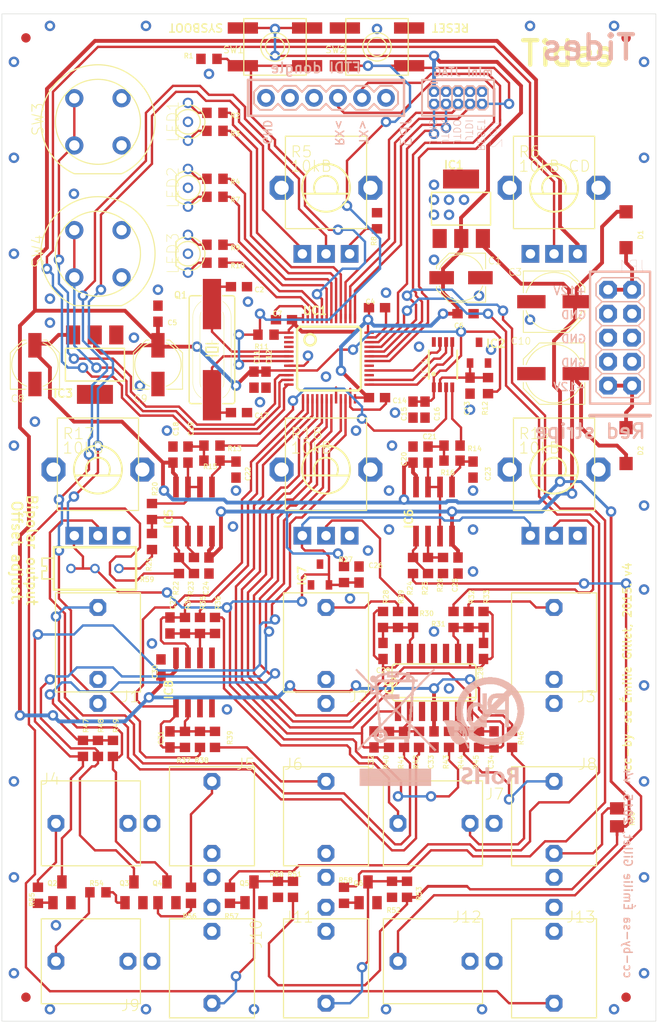
<source format=kicad_pcb>
(kicad_pcb (version 20211014) (generator pcbnew)
  (layers (0 "F.Cu" signal) (31 "B.Cu" signal) (34 "B.Paste" user) (35 "F.Paste" user) (36 "B.SilkS" user "B.Silkscreen") (37 "F.SilkS" user "F.Silkscreen") (38 "B.Mask" user) (39 "F.Mask" user) (44 "Edge.Cuts" user))
  (net 0 "")
  (net 1 "GND")
  (net 2 "+3V3")
  (net 3 "N$7")
  (net 4 "N$8")
  (net 5 "BOOT_FLASH")
  (net 6 "RESET")
  (net 7 "RX")
  (net 8 "TX")
  (net 9 "JTDI")
  (net 10 "JTDO")
  (net 11 "JTCK")
  (net 12 "JTMS")
  (net 13 "DAC_SS")
  (net 14 "DAC_MOSI")
  (net 15 "DAC_SCK")
  (net 16 "VOCT_ADC")
  (net 17 "SHAPE_ADC")
  (net 18 "ASYM_ADC")
  (net 19 "PROC_ADC")
  (net 20 "LEVEL_ADC")
  (net 21 "CYCLE_SW")
  (net 22 "FM_ADC")
  (net 23 "START")
  (net 24 "FREEZE")
  (net 25 "N$1")
  (net 26 "N$2")
  (net 27 "N$3")
  (net 28 "N$4")
  (net 29 "N$5")
  (net 30 "N$9")
  (net 31 "N$10")
  (net 32 "N$11")
  (net 33 "N$12")
  (net 34 "N$13")
  (net 35 "N$14")
  (net 36 "VCC")
  (net 37 "N$15")
  (net 38 "N$16")
  (net 39 "N$17")
  (net 40 "N$19")
  (net 41 "N$20")
  (net 42 "ATTENUVERTER_ADC")
  (net 43 "N$22")
  (net 44 "N$57")
  (net 45 "N$66")
  (net 46 "CLOCK")
  (net 47 "N$21")
  (net 48 "N$23")
  (net 49 "N$24")
  (net 50 "N$25")
  (net 51 "RANGE_SW")
  (net 52 "AREF_-10")
  (net 53 "VEE")
  (net 54 "N$56")
  (net 55 "N$64")
  (net 56 "+3V3_A")
  (net 57 "EOA_OUT")
  (net 58 "EOD_OUT")
  (net 59 "N$47")
  (net 60 "N$44")
  (net 61 "N$26")
  (net 62 "N$27")
  (net 63 "N$28")
  (net 64 "N$29")
  (net 65 "N$30")
  (net 66 "N$31")
  (net 67 "N$32")
  (net 68 "N$33")
  (net 69 "N$34")
  (net 70 "N$35")
  (net 71 "N$36")
  (net 72 "N$37")
  (net 73 "N$38")
  (net 74 "N$39")
  (net 75 "AREF_2.5")
  (net 76 "UNI")
  (net 77 "BI")
  (net 78 "N$67")
  (net 79 "N$69")
  (net 80 "N$71")
  (net 81 "UNI_OUT")
  (net 82 "N$41")
  (net 83 "N$42")
  (net 84 "N$43")
  (net 85 "N$45")
  (net 86 "BI_OUT")
  (net 87 "F_CV")
  (net 88 "N$6")
  (net 89 "N$18")
  (net 90 "N$46")
  (net 91 "N$40")
  (net 92 "N$48")
  (footprint "tides_v40:WQP_PJ_301M6" (layer "F.Cu") (at 148.1936 137.3886)
    (fp_text reference "J6")
    (fp_text value "PJ301_THONKICONN6" hide)
  )
  (footprint "tides_v40:C0603" (layer "F.Cu") (at 153.2736 128.4986 -90)
    (fp_text reference "C32")
    (fp_text value "10n")
  )
  (footprint "tides_v40:R0805" (layer "F.Cu") (at 178.9911 136.7536 90)
    (fp_text reference "R60")
    (fp_text value "2.49k")
  )
  (footprint "tides_v40:R0603" (layer "F.Cu") (at 165.3386 91.0336 90)
    (fp_text reference "R12")
    (fp_text value "3.3k")
  )
  (footprint "tides_v40:SOT23-BEC" (layer "F.Cu") (at 127.8736 144.6911)
    (fp_text reference "Q3")
    (fp_text value "MMBT3904")
  )
  (footprint "tides_v40:WQP_PJ_301M6" (layer "F.Cu") (at 136.1286 137.3886)
    (fp_text reference "J5")
    (fp_text value "PJ301_THONKICONN6" hide)
  )
  (footprint "tides_v40:R0603" (layer "F.Cu") (at 156.7661 144.3736 -90)
    (fp_text reference "R53")
    (fp_text value "4.7k")
  )
  (footprint "tides_v40:SOD123" (layer "F.Cu") (at 179.9436 74.5236 -90)
    (fp_text reference "D1")
    (fp_text value "1N5819HW")
  )
  (footprint "tides_v40:R0603" (layer "F.Cu") (at 158.0361 128.4986 -90)
    (fp_text reference "R42")
    (fp_text value "100k")
  )
  (footprint "tides_v40:SOT23-BEC" (layer "F.Cu") (at 131.3661 144.6911)
    (fp_text reference "Q4")
    (fp_text value "MMBT3904")
  )
  (footprint "tides_v40:FIDUCIAL-1X2" (layer "F.Cu") (at 116.4436 54.2036)
    (fp_text reference "JP4" hide)
    (fp_text value "FIDUCIAL1X2" hide)
  )
  (footprint "tides_v40:R0603" (layer "F.Cu") (at 163.2749 115.7986 90)
    (fp_text reference "R32")
    (fp_text value "100k")
  )
  (footprint "tides_v40:R0603" (layer "F.Cu") (at 153.5911 73.5711 -90)
    (fp_text reference "R8")
    (fp_text value "2.49k")
  )
  (footprint "tides_v40:R0603" (layer "F.Cu") (at 136.1286 97.3836)
    (fp_text reference "R13")
    (fp_text value "33k")
  )
  (footprint "tides_v40:LED-BICOLOR-THROUGHHOLE" (layer "F.Cu") (at 133.5886 77.0636 -90)
    (fp_text reference "LED3")
    (fp_text value "WP115VEGW" hide)
  )
  (footprint "tides_v40:R0603" (layer "F.Cu") (at 154.226 115.7986 -90)
    (fp_text reference "R28")
    (fp_text value "33k")
  )
  (footprint "tides_v40:R0603" (layer "F.Cu") (at 129.7786 104.3686 90)
    (fp_text reference "R20")
    (fp_text value "30k")
  )
  (footprint "tides_v40:LED-BICOLOR-THROUGHHOLE" (layer "F.Cu") (at 133.5886 63.0936 -90)
    (fp_text reference "LED1")
    (fp_text value "WP115VEGW" hide)
  )
  (footprint "tides_v40:C0603" (layer "F.Cu") (at 158.6711 93.5736 -90)
    (fp_text reference "C16")
    (fp_text value "100n")
  )
  (footprint "tides_v40:SOT223" (layer "F.Cu") (at 123.7461 88.8111 180)
    (fp_text reference "IC3")
    (fp_text value "LM1117-3.3")
  )
  (footprint "tides_v40:R0603" (layer "F.Cu") (at 143.1136 144.3736 90)
    (fp_text reference "R50")
    (fp_text value "3.3k")
  )
  (footprint "tides_v40:WQP_PJ_301M6" (layer "F.Cu") (at 124.0636 151.9936 90)
    (fp_text reference "J9")
    (fp_text value "PJ301_THONKICONN6" hide)
  )
  (footprint "tides_v40:WQP_PJ_301M6" (layer "F.Cu") (at 148.1936 118.9736)
    (fp_text reference "J2")
    (fp_text value "PJ301_THONKICONN6" hide)
  )
  (footprint "tides_v40:R0603" (layer "F.Cu") (at 134.8586 116.4336 90)
    (fp_text reference "R35")
    (fp_text value "120k")
  )
  (footprint "tides_v40:R0603" (layer "F.Cu") (at 136.4461 76.1111 180)
    (fp_text reference "R9")
    (fp_text value "100")
  )
  (footprint "tides_v40:R0603" (layer "F.Cu") (at 125.6511 129.4511 90)
    (fp_text reference "R49")
    (fp_text value "10k")
  )
  (footprint "tides_v40:R0603" (layer "F.Cu") (at 138.0336 145.0086 -90)
    (fp_text reference "R57")
    (fp_text value "10k")
  )
  (footprint "tides_v40:R0603" (layer "F.Cu") (at 157.4011 115.7986 90)
    (fp_text reference "R30")
    (fp_text value "100k")
  )
  (footprint "tides_v40:R0603" (layer "F.Cu") (at 135.8111 56.4261)
    (fp_text reference "R1")
    (fp_text value "10k")
  )
  (footprint "tides_v40:WQP_PJ_301M6" (layer "F.Cu") (at 172.3236 118.9736)
    (fp_text reference "J3")
    (fp_text value "PJ301_THONKICONN6" hide)
  )
  (footprint "tides_v40:R0603" (layer "F.Cu") (at 133.2711 128.4986 90)
    (fp_text reference "R37")
    (fp_text value "27k")
  )
  (footprint "tides_v40:R0603" (layer "F.Cu") (at 133.9061 145.0086 -90)
    (fp_text reference "R56")
    (fp_text value "100k")
  )
  (footprint "tides_v40:EVQ-Q2" (layer "F.Cu") (at 142.7961 55.1561)
    (fp_text reference "SW1")
    (fp_text value "")
  )
  (footprint "tides_v40:LQFP48" (layer "F.Cu") (at 148.5111 88.1761 -90)
    (fp_text reference "UC1")
    (fp_text value "STM32F103CBT6")
  )
  (footprint "tides_v40:R0603" (layer "F.Cu") (at 161.5286 98.9711 180)
    (fp_text reference "R16")
    (fp_text value "100k")
  )
  (footprint "tides_v40:C0603" (layer "F.Cu") (at 138.6686 99.9236 -90)
    (fp_text reference "C22")
    (fp_text value "220p")
  )
  (footprint "tides_v40:FIDUCIAL-1X2" (layer "F.Cu") (at 179.9436 54.2036)
    (fp_text reference "JP5" hide)
    (fp_text value "FIDUCIAL1X2" hide)
  )
  (footprint "tides_v40:HC49UP" (layer "F.Cu") (at 136.1286 87.2236 90)
    (fp_text reference "Q1")
    (fp_text value "8MHz")
  )
  (footprint "tides_v40:R0603" (layer "F.Cu") (at 155.8136 115.7986 90)
    (fp_text reference "R29")
    (fp_text value "100k")
  )
  (footprint "tides_v40:R0603" (layer "F.Cu") (at 122.4761 129.4511 90)
    (fp_text reference "R47")
    (fp_text value "10k")
  )
  (footprint "tides_v40:MSOP-8" (layer "F.Cu") (at 160.5761 88.8111)
    (fp_text reference "IC4")
    (fp_text value "DAC8552")
  )
  (footprint "tides_v40:R0603" (layer "F.Cu") (at 136.4461 62.1411 180)
    (fp_text reference "R2")
    (fp_text value "100")
  )
  (footprint "tides_v40:D6R" (layer "F.Cu") (at 124.0636 63.0936 90)
    (fp_text reference "SW3")
    (fp_text value "D6R" hide)
  )
  (footprint "tides_v40:WQP_PJ_301M6" (layer "F.Cu") (at 172.3236 137.3886)
    (fp_text reference "J8")
    (fp_text value "PJ301_THONKICONN6" hide)
  )
  (footprint "tides_v40:R0603" (layer "F.Cu") (at 136.4461 116.4336 90)
    (fp_text reference "R36")
    (fp_text value "100k")
  )
  (footprint "tides_v40:WQP_PJ_301M6" (layer "F.Cu") (at 124.0636 118.9736)
    (fp_text reference "J1")
    (fp_text value "PJ301_THONKICONN6" hide)
  )
  (footprint "tides_v40:R0603" (layer "F.Cu") (at 134.2236 110.0836 90)
    (fp_text reference "R23")
    (fp_text value "120k")
  )
  (footprint "tides_v40:WQP_PJ_301M6" (layer "F.Cu") (at 160.2586 137.3886 90)
    (fp_text reference "J7")
    (fp_text value "PJ301_THONKICONN6" hide)
  )
  (footprint "tides_v40:PANASONIC_C" (layer "F.Cu") (at 117.3961 88.8111 90)
    (fp_text reference "C8")
    (fp_text value "22u")
  )
  (footprint "tides_v40:R0603" (layer "F.Cu") (at 136.4461 128.4986 -90)
    (fp_text reference "R39")
    (fp_text value "100k")
  )
  (footprint "tides_v40:C0603" (layer "F.Cu") (at 132.0011 98.3361 90)
    (fp_text reference "C18")
    (fp_text value "100n")
  )
  (footprint "tides_v40:ALPS_POT_VERTICAL_PS" (layer "F.Cu") (at 172.3236 99.9236 180)
    (fp_text reference "R19")
    (fp_text value "10kB")
  )
  (footprint "tides_v40:R0603" (layer "F.Cu") (at 136.4461 71.0311 180)
    (fp_text reference "R7")
    (fp_text value "100")
  )
  (footprint "tides_v40:C0603" (layer "F.Cu") (at 157.4011 93.5736 -90)
    (fp_text reference "C15")
    (fp_text value "3.3u")
  )
  (footprint "tides_v40:R0603" (layer "F.Cu") (at 117.7136 145.0086 -90)
    (fp_text reference "R55")
    (fp_text value "100k")
  )
  (footprint "tides_v40:WQP_PJ_301M6" (layer "F.Cu") (at 160.2586 151.9936 90)
    (fp_text reference "J12")
    (fp_text value "PJ301_THONKICONN6" hide)
  )
  (footprint "tides_v40:R0603" (layer "F.Cu") (at 164.3861 128.4986 90)
    (fp_text reference "R45")
    (fp_text value "39k")
  )
  (footprint "tides_v40:R0603" (layer "F.Cu") (at 136.1286 98.9711 180)
    (fp_text reference "R15")
    (fp_text value "33k")
  )
  (footprint "tides_v40:R0603" (layer "F.Cu") (at 150.0986 111.0361 -90)
    (fp_text reference "R27")
    (fp_text value "270")
  )
  (footprint "tides_v40:PANASONIC_D" (layer "F.Cu") (at 172.3236 89.7636 180)
    (fp_text reference "C10")
    (fp_text value "47u")
  )
  (footprint "tides_v40:C0603" (layer "F.Cu") (at 140.5736 90.3986 -90)
    (fp_text reference "C11")
    (fp_text value "3.3u")
  )
  (footprint "tides_v40:SO08" (layer "F.Cu") (at 159.6236 104.3686)
    (fp_text reference "IC6")
    (fp_text value "TL072")
  )
  (footprint "tides_v40:WQP_PJ_301M6" (layer "F.Cu") (at 148.1936 151.9936 180)
    (fp_text reference "J11")
    (fp_text value "PJ301_THONKICONN6" hide)
  )
  (footprint "tides_v40:DBZ_R-PDSO-G3" (layer "F.Cu") (at 147.5586 111.0361)
    (fp_text reference "IC7")
    (fp_text value "LM4040B10")
  )
  (footprint "tides_v40:DBZ_R-PDSO-G3" (layer "F.Cu") (at 164.3861 87.5411)
    (fp_text reference "IC2")
    (fp_text value "LM4040B25")
  )
  (footprint "tides_v40:SOD123" (layer "F.Cu") (at 179.9436 97.3836 -90)
    (fp_text reference "D2")
    (fp_text value "1N5819HW")
  )
  (footprint "tides_v40:C0603" (layer "F.Cu") (at 138.9861 93.8911 180)
    (fp_text reference "C17")
    (fp_text value "18p")
  )
  (footprint "tides_v40:FIDUCIAL-1X2" (layer "F.Cu") (at 179.9436 155.8036)
    (fp_text reference "JP7" hide)
    (fp_text value "FIDUCIAL1X2" hide)
  )
  (footprint "tides_v40:R0603" (layer "F.Cu") (at 162.7986 128.4986 -90)
    (fp_text reference "R44")
    (fp_text value "100k")
  )
  (footprint "tides_v40:SOT23-BEC" (layer "F.Cu") (at 120.2536 144.6911)
    (fp_text reference "Q2")
    (fp_text value "MMBT3904")
  )
  (footprint "tides_v40:R0603" (layer "F.Cu") (at 144.7011 144.3736 -90)
    (fp_text reference "R51")
    (fp_text value "4.7k")
  )
  (footprint "tides_v40:C0603" (layer "F.Cu") (at 165.9736 128.4986 -90)
    (fp_text reference "C34")
    (fp_text value "1n")
  )
  (footprint "tides_v40:SOT23-BEC" (layer "F.Cu") (at 140.5736 144.6911)
    (fp_text reference "Q5")
    (fp_text value "MMBT3904")
  )
  (footprint "tides_v40:C0603" (layer "F.Cu") (at 133.5886 98.3361 -90)
    (fp_text reference "C19")
    (fp_text value "220p")
  )
  (footprint "tides_v40:C0603" (layer "F.Cu") (at 162.1636 110.0836 90)
    (fp_text reference "C25")
    (fp_text value "100n")
  )
  (footprint "tides_v40:ALPS_POT_VERTICAL_PS" (layer "F.Cu") (at 172.3236 70.0786 180)
    (fp_text reference "R6")
    (fp_text value "10kB CD")
  )
  (footprint "tides_v40:R0603" (layer "F.Cu") (at 136.4461 64.0461 180)
    (fp_text reference "R3")
    (fp_text value "100")
  )
  (footprint "tides_v40:R0603" (layer "F.Cu") (at 124.0636 129.4511 90)
    (fp_text reference "R48")
    (fp_text value "10k")
  )
  (footprint "tides_v40:R0603" (layer "F.Cu") (at 134.8586 128.4986 -90)
    (fp_text reference "R38")
    (fp_text value "100k")
  )
  (footprint "tides_v40:C0603" (layer "F.Cu") (at 131.6836 116.4336 90)
    (fp_text reference "C27")
    (fp_text value "1n")
  )
  (footprint "tides_v40:R0603" (layer "F.Cu") (at 129.7786 107.5436 -90)
    (fp_text reference "R21")
    (fp_text value "220k")
  )
  (footprint "tides_v40:WQP_PJ_301M6" (layer "F.Cu") (at 172.3236 151.9936 180)
    (fp_text reference "J13")
    (fp_text value "PJ301_THONKICONN6" hide)
  )
  (footprint "tides_v40:R0603" (layer "F.Cu") (at 158.9886 110.0836 90)
    (fp_text reference "R25")
    (fp_text value "220k")
  )
  (footprint "tides_v40:R0603" (layer "F.Cu") (at 160.5761 110.0836 90)
    (fp_text reference "R26")
    (fp_text value "100k")
  )
  (footprint "tides_v40:C0603" (layer "F.Cu") (at 130.4136 83.4136 90)
    (fp_text reference "C5")
    (fp_text value "100n")
  )
  (footprint "tides_v40:C0603" (layer "F.Cu") (at 163.4336 91.0336 -90)
    (fp_text reference "C13")
    (fp_text value "470n")
  )
  (footprint "tides_v40:C0603" (layer "F.Cu") (at 130.7311 120.8786 90)
    (fp_text reference "C30")
    (fp_text value "100n")
  )
  (footprint "tides_v40:C0603" (layer "F.Cu") (at 153.5911 92.3036)
    (fp_text reference "C14")
    (fp_text value "100n")
  )
  (footprint "tides_v40:R0603" (layer "F.Cu") (at 164.8624 115.7986 -90)
    (fp_text reference "R33")
    (fp_text value "33k")
  )
  (footprint "tides_v40:R0603" (layer "F.Cu") (at 154.8611 128.4986 90)
    (fp_text reference "R40")
    (fp_text value "33k")
  )
  (footprint "tides_v40:R0603" (layer "F.Cu") (at 161.2111 128.4986 -90)
    (fp_text reference "R43")
    (fp_text value "120k")
  )
  (footprint "tides_v40:D6R" (layer "F.Cu") (at 124.0636 77.0636 90)
    (fp_text reference "SW4")
    (fp_text value "D6R" hide)
  )
  (footprint "tides_v40:R0603" (layer "F.Cu") (at 150.0986 145.0086 -90)
    (fp_text reference "R58")
    (fp_text value "10k")
  )
  (footprint "tides_v40:ALPS_POT_VERTICAL_PS" (layer "F.Cu") (at 148.1936 99.9236 180)
    (fp_text reference "R18")
    (fp_text value "10kB")
  )
  (footprint "tides_v40:R0603" (layer "F.Cu") (at 136.4461 69.1261 180)
    (fp_text reference "R4")
    (fp_text value "100")
  )
  (footprint "tides_v40:LED-BICOLOR-THROUGHHOLE" (layer "F.Cu") (at 133.5886 70.0786 -90)
    (fp_text reference "LED2")
    (fp_text value "WP115VEGW" hide)
  )
  (footprint "tides_v40:R0603" (layer "F.Cu") (at 161.5286 97.3836)
    (fp_text reference "R14")
    (fp_text value "100k")
  )
  (footprint "tides_v40:C0603" (layer "F.Cu") (at 131.6836 128.4986 -90)
    (fp_text reference "C31")
    (fp_text value "1n")
  )
  (footprint "tides_v40:C0603" (layer "F.Cu") (at 153.5911 82.7786)
    (fp_text reference "C4")
    (fp_text value "100n")
  )
  (footprint "tides_v40:WQP_PJ_301M6" (layer "F.Cu") (at 136.1286 151.9936 180)
    (fp_text reference "J10")
    (fp_text value "PJ301_THONKICONN6" hide)
  )
  (footprint "tides_v40:C0603" (layer "F.Cu") (at 158.9886 98.3361 -90)
    (fp_text reference "C21")
    (fp_text value "220p")
  )
  (footprint "tides_v40:SO08" (layer "F.Cu") (at 134.2236 104.3686)
    (fp_text reference "IC5")
    (fp_text value "TL072")
  )
  (footprint "tides_v40:R0603" (layer "F.Cu") (at 161.6874 115.7986 90)
    (fp_text reference "R31")
    (fp_text value "100k")
  )
  (footprint "tides_v40:C0603" (layer "F.Cu") (at 154.2261 119.1324 -90)
    (fp_text reference "C29")
    (fp_text value "10n")
  )
  (footprint "tides_v40:R0603" (layer "F.Cu") (at 167.8786 128.4986 90)
    (fp_text reference "R46")
    (fp_text value "3.3M")
  )
  (footprint "tides_v40:C0603" (layer "F.Cu") (at 164.8624 119.1323 -90)
    (fp_text reference "C28")
    (fp_text value "10n")
  )
  (footprint "tides_v40:C0603" (layer "F.Cu") (at 157.4011 98.3361 90)
    (fp_text reference "C20")
    (fp_text value "100n")
  )
  (footprint "tides_v40:C0603" (layer "F.Cu") (at 151.6861 111.0361 90)
    (fp_text reference "C26")
    (fp_text value "470n")
  )
  (footprint "tides_v40:R0603" (layer "F.Cu") (at 156.4486 128.4986 -90)
    (fp_text reference "R41")
    (fp_text value "100k")
  )
  (footprint "tides_v40:SOT23-BEC" (layer "F.Cu") (at 152.6386 144.6911)
    (fp_text reference "Q6")
    (fp_text value "MMBT3904")
  )
  (footprint "tides_v40:ALPS_POT_VERTICAL_PS" (layer "F.Cu") (at 124.0636 99.9236 180)
    (fp_text reference "R17")
    (fp_text value "10kB")
  )
  (footprint "tides_v40:ALPS_POT_VERTICAL_PS" (layer "F.Cu") (at 148.1936 70.0786 180)
    (fp_text reference "R5")
    (fp_text value "10kB")
  )
  (footprint "tides_v40:WQP_PJ_301M6" (layer "F.Cu") (at 124.0636 137.3886 90)
    (fp_text reference "J4")
    (fp_text value "PJ301_THONKICONN6" hide)
  )
  (footprint "tides_v40:PANASONIC_C" (layer "F.Cu") (at 162.4811 79.6036 180)
    (fp_text reference "C1")
    (fp_text value "22u")
  )
  (footprint "tides_v40:SO08" (layer "F.Cu") (at 134.2236 122.4661)
    (fp_text reference "IC8")
    (fp_text value "MCP6002")
  )
  (footprint "tides_v40:C0603" (layer "F.Cu") (at 135.8111 110.0836 90)
    (fp_text reference "C24")
    (fp_text value "100n")
  )
  (footprint "tides_v40:R0603" (layer "F.Cu") (at 133.2711 116.4336 -90)
    (fp_text reference "R34")
    (fp_text value "20k")
  )
  (footprint "tides_v40:C0603" (layer "F.Cu") (at 141.8436 90.3986 -90)
    (fp_text reference "C12")
    (fp_text value "100n")
  )
  (footprint "tides_v40:R0603" (layer "F.Cu") (at 136.4461 78.0161 180)
    (fp_text reference "R10")
    (fp_text value "100")
  )
  (footprint "tides_v40:C0603" (layer "F.Cu") (at 162.9574 83.4136)
    (fp_text reference "C6")
    (fp_text value "100n")
  )
  (footprint "tides_v40:RTRIM3296X" (layer "F.Cu") (at 123.7461 110.4011 90)
    (fp_text reference "R59")
    (fp_text value "50k")
  )
  (footprint "tides_v40:C0603" (layer "F.Cu") (at 138.9861 80.5561 180)
    (fp_text reference "C2")
    (fp_text value "18p")
  )
  (footprint "tides_v40:PANASONIC_C" (layer "F.Cu") (at 130.4136 88.8111 90)
    (fp_text reference "C9")
    (fp_text value "22u")
  )
  (footprint "tides_v40:R0603" (layer "F.Cu") (at 155.1786 144.3736 90)
    (fp_text reference "R52")
    (fp_text value "3.3k")
  )
  (footprint "tides_v40:EVQ-Q2" (layer "F.Cu") (at 153.5911 55.1561 180)
    (fp_text reference "SW2")
    (fp_text value "")
  )
  (footprint "tides_v40:C0603" (layer "F.Cu") (at 163.7511 99.9236 -90)
    (fp_text reference "C23")
    (fp_text value "220p")
  )
  (footprint "tides_v40:SO14" (layer "F.Cu") (at 159.6236 122.4661)
    (fp_text reference "IC9")
    (fp_text value "MCP6004")
  )
  (footprint "tides_v40:R0603" (layer "F.Cu") (at 132.6361 110.0836 90)
    (fp_text reference "R22")
    (fp_text value "100")
  )
  (footprint "tides_v40:R0603" (layer "F.Cu") (at 157.4011 110.0836 90)
    (fp_text reference "R24")
    (fp_text value "100")
  )
  (footprint "tides_v40:PANASONIC_D" (layer "F.Cu") (at 172.3236 82.1436)
    (fp_text reference "C3")
    (fp_text value "47u")
  )
  (footprint "tides_v40:R0603" (layer "F.Cu") (at 124.0636 144.6911)
    (fp_text reference "R54")
    (fp_text value "100k")
  )
  (footprint "tides_v40:C0603" (layer "F.Cu") (at 159.6236 128.4986 -90)
    (fp_text reference "C33")
    (fp_text value "100n")
  )
  (footprint "tides_v40:C0603" (layer "F.Cu") (at 143.7486 84.0486 180)
    (fp_text reference "C7")
    (fp_text value "100n")
  )
  (footprint "tides_v40:FIDUCIAL-1X2" (layer "F.Cu") (at 116.4436 155.8036)
    (fp_text reference "JP6" hide)
    (fp_text value "FIDUCIAL1X2" hide)
  )
  (footprint "tides_v40:R0603" (layer "F.Cu") (at 141.8436 85.6361)
    (fp_text reference "R11")
    (fp_text value "10k")
  )
  (footprint "tides_v40:SOT223" (layer "F.Cu") (at 162.4811 72.3011)
    (fp_text reference "IC1")
    (fp_text value "LM1117-3.3")
  )
  (footprint "tides_v40:1X06" (layer "B.Cu") (at 141.8436 60.5536)
    (fp_text reference "JP3")
    (fp_text value "")
  )
  (footprint "tides_v40:ROHS_BIG" (layer "B.Cu") (at 170.4186 134.2136 180)
    (fp_text reference "U$3" hide)
    (fp_text value "" hide)
  )
  (footprint "tides_v40:AVR_ICSP" (layer "B.Cu") (at 179.3086 85.9536 180)
    (fp_text reference "JP1")
    (fp_text value "M05X2PTH" hide)
  )
  (footprint "tides_v40:2X5-1.27" (layer "B.Cu") (at 163.4336 61.1886 -90)
    (fp_text reference "JP2")
    (fp_text value "M05X2MINIJTAG" hide)
  )
  (gr_line (start 176.1336 78.9686) (end 176.1336 92.9386) (layer "B.SilkS") (width 0.254))
  (gr_line (start 182.4836 94.2086) (end 176.1336 94.2086) (layer "B.SilkS") (width 0.4064))
  (gr_line (start 139.9386 62.4586) (end 156.4486 62.4586) (layer "B.SilkS") (width 0.254))
  (gr_line (start 165.9736 58.6486) (end 158.3536 58.6486) (layer "B.SilkS") (width 0.2032))
  (gr_line (start 158.3536 62.4586) (end 165.9736 62.4586) (layer "B.SilkS") (width 0.2032))
  (gr_line (start 139.9386 58.6486) (end 139.9386 62.4586) (layer "B.SilkS") (width 0.254))
  (gr_line (start 165.9736 62.4586) (end 165.9736 58.6486) (layer "B.SilkS") (width 0.2032))
  (gr_line (start 156.4486 62.4586) (end 156.4486 58.6486) (layer "B.SilkS") (width 0.254))
  (gr_line (start 176.1336 92.9386) (end 182.4836 92.9386) (layer "B.SilkS") (width 0.254))
  (gr_line (start 158.3536 58.6486) (end 158.3536 62.4586) (layer "B.SilkS") (width 0.2032))
  (gr_line (start 156.4486 58.6486) (end 139.9386 58.6486) (layer "B.SilkS") (width 0.254))
  (gr_line (start 182.4836 78.9686) (end 176.1336 78.9686) (layer "B.SilkS") (width 0.254))
  (gr_line (start 182.4836 92.9386) (end 182.4836 78.9686) (layer "B.SilkS") (width 0.254))
  (gr_line (start 183.0986 51.6636) (end 113.9036 51.6636) (layer "Edge.Cuts") (width 0.05))
  (gr_line (start 183.0986 158.3436) (end 183.0986 51.6636) (layer "Edge.Cuts") (width 0.05))
  (gr_line (start 113.9036 51.6636) (end 113.9036 158.3436) (layer "Edge.Cuts") (width 0.05))
  (gr_line (start 113.9036 158.3436) (end 183.0986 158.3436) (layer "Edge.Cuts") (width 0.05))
  (gr_text "RESET" (at 165.0211 62.7761 -90) (layer "B.SilkS") (effects (font (size 0.747776 0.747776) (thickness 0.065024)) (justify right top mirror)))
  (gr_text "JTDI" (at 163.7511 62.7761 -90) (layer "B.SilkS") (effects (font (size 0.747776 0.747776) (thickness 0.065024)) (justify right top mirror)))
  (gr_text "cc-by-sa Émilie Gillet, 2015. v4" (at 179.6261 153.8986 -90) (layer "B.SilkS") (effects (font (size 0.8636 0.8636) (thickness 0.1524)) (justify left bottom mirror)))
  (gr_text "GND" (at 142.4786 62.7761 -90) (layer "B.SilkS") (effects (font (size 0.8636 0.8636) (thickness 0.1524)) (justify right top mirror)))
  (gr_text "GND" (at 175.8161 89.1286) (layer "B.SilkS") (effects (font (size 0.8636 0.8636) (thickness 0.1524)) (justify left bottom mirror)))
  (gr_text "Red stripe" (at 182.1661 96.7486) (layer "B.SilkS") (effects (font (size 1.5113 1.5113) (thickness 0.2667)) (justify left bottom mirror)))
  (gr_text "+12V" (at 175.8161 81.5086) (layer "B.SilkS") (effects (font (size 0.8636 0.8636) (thickness 0.1524)) (justify left bottom mirror)))
  (gr_text "FTDI dongle" (at 152.0036 58.0136) (layer "B.SilkS") (effects (font (size 1.0795 1.0795) (thickness 0.1905)) (justify left bottom mirror)))
  (gr_text "JTMS" (at 159.9411 62.7761 -90) (layer "B.SilkS") (effects (font (size 0.747776 0.747776) (thickness 0.065024)) (justify right top mirror)))
  (gr_text "-12V" (at 175.8161 91.6686) (layer "B.SilkS") (effects (font (size 0.8636 0.8636) (thickness 0.1524)) (justify left bottom mirror)))
  (gr_text "JTDO" (at 162.4811 62.7761 -90) (layer "B.SilkS") (effects (font (size 0.747776 0.747776) (thickness 0.065024)) (justify right top mirror)))
  (gr_text "JTCK" (at 161.2111 62.7761 -90) (layer "B.SilkS") (effects (font (size 0.747776 0.747776) (thickness 0.065024)) (justify right top mirror)))
  (gr_text "TX>" (at 152.6386 62.7761 -90) (layer "B.SilkS") (effects (font (size 0.8636 0.8636) (thickness 0.1524)) (justify right top mirror)))
  (gr_text "RX<" (at 150.0986 62.7761 -90) (layer "B.SilkS") (effects (font (size 0.8636 0.8636) (thickness 0.1524)) (justify right top mirror)))
  (gr_text "GND" (at 175.8161 84.0486) (layer "B.SilkS") (effects (font (size 0.8636 0.8636) (thickness 0.1524)) (justify left bottom mirror)))
  (gr_text "Tides" (at 181.2136 56.7436) (layer "B.SilkS") (effects (font (size 2.5908 2.5908) (thickness 0.4572)) (justify left bottom mirror)))
  (gr_text "mini JTAG" (at 165.9736 58.3311) (layer "B.SilkS") (effects (font (size 0.8636 0.8636) (thickness 0.1524)) (justify left bottom mirror)))
  (gr_text "GND" (at 175.8161 86.5886) (layer "B.SilkS") (effects (font (size 0.8636 0.8636) (thickness 0.1524)) (justify left bottom mirror)))
  (gr_text "RESET" (at 163.4336 52.6161 180) (layer "F.SilkS") (effects (font (size 0.8636 0.8636) (thickness 0.1524)) (justify left bottom)))
  (gr_text "Bipolar output" (at 116.4436 102.4636 270) (layer "F.SilkS") (effects (font (size 1.0795 1.0795) (thickness 0.1905)) (justify left bottom)))
  (gr_text "cc-by-sa Émilie Gillet, 2015. v4" (at 180.5786 131.9911 90) (layer "F.SilkS") (effects (font (size 0.8636 0.8636) (thickness 0.1524)) (justify left bottom)))
  (gr_text "Offset adjust." (at 114.8561 103.0986 270) (layer "F.SilkS") (effects (font (size 1.0795 1.0795) (thickness 0.1905)) (justify left bottom)))
  (gr_text "SYSBOOT" (at 137.3986 52.6161 180) (layer "F.SilkS") (effects (font (size 0.8636 0.8636) (thickness 0.1524)) (justify left bottom)))
  (gr_text "Tides" (at 168.5136 57.3786) (layer "F.SilkS") (effects (font (size 2.5908 2.5908) (thickness 0.4572)) (justify left bottom)))
  (segment (start 154.5436 92.4061) (end 154.4411 92.3036) (width 0.254) (layer "F.Cu") (net 1))
  (segment (start 145.6536 82.6198) (end 146.2611 83.2273) (width 0.254) (layer "F.Cu") (net 1))
  (segment (start 146.2886 88.4936) (end 146.2886 87.8586) (width 0.254) (layer "F.Cu") (net 1))
  (segment (start 143.2724 82.6198) (end 145.6536 82.6198) (width 0.254) (layer "F.Cu") (net 1))
  (segment (start 149.2611 92.4261) (end 149.2611 91.2361) (width 0.254) (layer "F.Cu") (net 1))
  (segment (start 153.9086 93.5736) (end 154.5436 92.9386) (width 0.254) (layer "F.Cu") (net 1))
  (segment (start 150.7611 92.4261) (end 150.7611 93.2836) (width 0.254) (layer "F.Cu") (net 1))
  (segment (start 144.2611 88.9261) (end 145.8561 88.9261) (width 0.254) (layer "F.Cu") (net 1))
  (segment (start 152.7611 85.9261) (end 153.4599 85.9261) (width 0.254) (layer "F.Cu") (net 1))
  (segment (start 150.7611 92.4261) (end 150.7611 91.3786) (width 0.254) (layer "F.Cu") (net 1))
  (segment (start 154.5436 82.8811) (end 154.4411 82.7786) (width 0.254) (layer "F.Cu") (net 1))
  (segment (start 142.8986 84.0486) (end 142.7961 83.9461) (width 0.254) (layer "F.Cu") (net 1))
  (segment (start 154.5436 92.9386) (end 154.5436 92.4061) (width 0.254) (layer "F.Cu") (net 1))
  (segment (start 151.0511 93.5736) (end 153.9086 93.5736) (width 0.254) (layer "F.Cu") (net 1))
  (segment (start 150.7611 93.2836) (end 151.0511 93.5736) (width 0.254) (layer "F.Cu") (net 1))
  (segment (start 142.7961 83.9461) (end 142.7961 83.0961) (width 0.254) (layer "F.Cu") (net 1))
  (segment (start 142.7961 83.0961) (end 143.2724 82.6198) (width 0.254) (layer "F.Cu") (net 1))
  (segment (start 145.8561 88.9261) (end 146.2886 88.4936) (width 0.254) (layer "F.Cu") (net 1))
  (segment (start 146.2611 83.2273) (end 146.2611 83.9261) (width 0.254) (layer "F.Cu") (net 1))
  (segment (start 153.4599 85.9261) (end 154.5436 84.8424) (width 0.254) (layer "F.Cu") (net 1))
  (segment (start 154.5436 84.8424) (end 154.5436 82.8811) (width 0.254) (layer "F.Cu") (net 1))
  (via (at 115.1736 56.7436) (size 1.108) (drill 0.6) (layers "F.Cu" "B.Cu") (net 1))
  (via (at 130.4136 80.8736) (size 1.108) (drill 0.6) (layers "F.Cu" "B.Cu") (net 1))
  (via (at 181.8486 66.9036) (size 1.108) (drill 0.6) (layers "F.Cu" "B.Cu") (net 1))
  (via (at 161.2111 71.3486) (size 1.108) (drill 0.6) (layers "F.Cu" "B.Cu") (net 1))
  (via (at 159.6236 117.0686) (size 1.108) (drill 0.6) (layers "F.Cu" "B.Cu") (net 1))
  (via (at 155.1786 97.3836) (size 1.108) (drill 0.6) (layers "F.Cu" "B.Cu") (net 1))
  (via (at 129.1436 52.9336) (size 1.108) (drill 0.6) (layers "F.Cu" "B.Cu") (net 1))
  (via (at 164.7036 157.0736) (size 1.108) (drill 0.6) (layers "F.Cu" "B.Cu") (net 1))
  (via (at 118.9836 81.8261) (size 1.108) (drill 0.6) (layers "F.Cu" "B.Cu") (net 1))
  (via (at 169.7836 52.9336) (size 1.108) (drill 0.6) (layers "F.Cu" "B.Cu") (net 1))
  (via (at 181.8486 143.1036) (size 1.108) (drill 0.6) (layers "F.Cu" "B.Cu") (net 1))
  (via (at 151.3686 95.7961) (size 1.108) (drill 0.6) (layers "F.Cu" "B.Cu") (net 1))
  (via (at 118.9836 157.0736) (size 1.108) (drill 0.6) (layers "F.Cu" "B.Cu") (net 1))
  (via (at 139.9386 82.1436) (size 1.108) (drill 0.6) (layers "F.Cu" "B.Cu") (net 1))
  (via (at 140.5736 157.0736) (size 1.108) (drill 0.6) (layers "F.Cu" "B.Cu") (net 1))
  (via (at 165.6561 87.2236) (size 1.108) (drill 0.6) (layers "F.Cu" "B.Cu") (net 1))
  (via (at 159.6236 69.7611) (size 1.108) (drill 0.6) (layers "F.Cu" "B.Cu") (net 1))
  (via (at 127.8736 85.9536) (size 1.108) (drill 0.6) (layers "F.Cu" "B.Cu") (net 1))
  (via (at 181.8486 56.7436) (size 1.108) (drill 0.6) (layers "F.Cu" "B.Cu") (net 1))
  (via (at 138.6686 102.1461) (size 1.108) (drill 0.6) (layers "F.Cu" "B.Cu") (net 1))
  (via (at 129.1436 157.0736) (size 1.108) (drill 0.6) (layers "F.Cu" "B.Cu") (net 1))
  (via (at 129.7786 118.3386) (size 1.108) (drill 0.6) (layers "F.Cu" "B.Cu") (net 1))
  (via (at 115.1736 66.9036) (size 1.108) (drill 0.6) (layers "F.Cu" "B.Cu") (net 1))
  (via (at 117.3961 94.8436) (size 1.108) (drill 0.6) (layers "F.Cu" "B.Cu") (net 1))
  (via (at 154.8611 106.2736) (size 1.108) (drill 0.6) (layers "F.Cu" "B.Cu") (net 1))
  (via (at 155.4961 93.8911) (size 1.108) (drill 0.6) (layers "F.Cu" "B.Cu") (net 1))
  (via (at 148.1936 90.0811) (size 1.108) (drill 0.6) (layers "F.Cu" "B.Cu") (net 1))
  (via (at 178.6736 52.9336) (size 1.108) (drill 0.6) (layers "F.Cu" "B.Cu") (net 1))
  (via (at 150.7336 113.5761) (size 1.108) (drill 0.6) (layers "F.Cu" "B.Cu") (net 1))
  (via (at 159.6236 72.9361) (size 1.108) (drill 0.6) (layers "F.Cu" "B.Cu") (net 1))
  (via (at 154.5436 157.0736) (size 1.108) (drill 0.6) (layers "F.Cu" "B.Cu") (net 1))
  (via (at 115.1736 153.2636) (size 1.108) (drill 0.6) (layers "F.Cu" "B.Cu") (net 1))
  (via (at 163.7511 110.7186) (size 1.108) (drill 0.6) (layers "F.Cu" "B.Cu") (net 1))
  (via (at 135.8111 58.0136) (size 1.108) (drill 0.6) (layers "F.Cu" "B.Cu") (net 1))
  (via (at 163.4336 93.5736) (size 1.108) (drill 0.6) (layers "F.Cu" "B.Cu") (net 1))
  (via (at 161.2111 72.9361) (size 1.108) (drill 0.6) (layers "F.Cu" "B.Cu") (net 1))
  (via (at 115.1736 77.0636) (size 1.108) (drill 0.6) (layers "F.Cu" "B.Cu") (net 1))
  (via (at 154.8611 102.1461) (size 1.108) (drill 0.6) (layers "F.Cu" "B.Cu") (net 1))
  (via (at 128.5086 91.0336) (size 1.108) (drill 0.6) (layers "F.Cu" "B.Cu") (net 1))
  (via (at 121.5236 70.7136) (size 1.108) (drill 0.6) (layers "F.Cu" "B.Cu") (net 1))
  (via (at 115.1736 132.9436) (size 1.108) (drill 0.6) (layers "F.Cu" "B.Cu") (net 1))
  (via (at 169.7836 84.0486) (size 1.108) (drill 0.6) (layers "F.Cu" "B.Cu") (net 1))
  (via (at 164.3861 81.5086) (size 1.108) (drill 0.6) (layers "F.Cu" "B.Cu") (net 1))
  (via (at 115.1736 97.3836) (size 1.108) (drill 0.6) (layers "F.Cu" "B.Cu") (net 1))
  (via (at 159.6236 77.6986) (size 1.108) (drill 0.6) (layers "F.Cu" "B.Cu") (net 1))
  (via (at 159.6236 71.3486) (size 1.108) (drill 0.6) (layers "F.Cu" "B.Cu") (net 1))
  (via (at 181.8486 122.7836) (size 1.108) (drill 0.6) (layers "F.Cu" "B.Cu") (net 1))
  (via (at 181.8486 112.6236) (size 1.108) (drill 0.6) (layers "F.Cu" "B.Cu") (net 1))
  (via (at 163.7511 102.1461) (size 1.108) (drill 0.6) (layers "F.Cu" "B.Cu") (net 1))
  (via (at 158.0361 86.9061) (size 1.108) (drill 0.6) (layers "F.Cu" "B.Cu") (net 1))
  (via (at 137.7161 125.3236) (size 1.108) (drill 0.6) (layers "F.Cu" "B.Cu") (net 1))
  (via (at 119.6186 148.1836) (size 1.108) (drill 0.6) (layers "F.Cu" "B.Cu") (net 1))
  (via (at 181.8486 153.2636) (size 1.108) (drill 0.6) (layers "F.Cu" "B.Cu") (net 1))
  (via (at 146.2886 87.8586) (size 1.108) (drill 0.6) (layers "F.Cu" "B.Cu") (net 1))
  (via (at 131.3661 95.7961) (size 1.108) (drill 0.6) (layers "F.Cu" "B.Cu") (net 1))
  (via (at 118.9836 52.9336) (size 1.108) (drill 0.6) (layers "F.Cu" "B.Cu") (net 1))
  (via (at 178.6736 157.0736) (size 1.108) (drill 0.6) (layers "F.Cu" "B.Cu") (net 1))
  (via (at 118.9836 84.3661) (size 1.108) (drill 0.6) (layers "F.Cu" "B.Cu") (net 1))
  (via (at 181.8486 103.7336) (size 1.108) (drill 0.6) (layers "F.Cu" "B.Cu") (net 1))
  (via (at 152.6386 108.4961) (size 1.108) (drill 0.6) (layers "F.Cu" "B.Cu") (net 1))
  (via (at 115.1736 143.1036) (size 1.108) (drill 0.6) (layers "F.Cu" "B.Cu") (net 1))
  (via (at 154.5436 81.1911) (size 1.108) (drill 0.6) (layers "F.Cu" "B.Cu") (net 1))
  (via (at 181.8486 132.9436) (size 1.108) (drill 0.6) (layers "F.Cu" "B.Cu") (net 1))
  (via (at 153.5911 53.2511) (size 1.108) (drill 0.6) (layers "F.Cu" "B.Cu") (net 1))
  (via (at 141.2086 92.7798) (size 1.108) (drill 0.6) (layers "F.Cu" "B.Cu") (net 1))
  (via (at 163.7511 106.2736) (size 1.108) (drill 0.6) (layers "F.Cu" "B.Cu") (net 1))
  (via (at 161.2111 123.1011) (size 1.108) (drill 0.6) (layers "F.Cu" "B.Cu") (net 1))
  (via (at 162.7986 71.3486) (size 1.108) (drill 0.6) (layers "F.Cu" "B.Cu") (net 1))
  (via (at 138.3511 105.9561) (size 1.108) (drill 0.6) (layers "F.Cu" "B.Cu") (net 1))
  (segment (start 168.8311 62.1411) (end 168.8311 59.2836) (width 0.4064) (layer "F.Cu") (net 2))
  (segment (start 165.3386 70.3961) (end 165.3386 65.6336) (width 0.4064) (layer "F.Cu") (net 2))
  (segment (start 160.5761 78.6511) (end 162.5065 76.7207) (width 0.4064) (layer "F.Cu") (net 2))
  (segment (start 145.6536 85.3186) (end 151.3686 85.3186) (width 0.4064) (layer "F.Cu") (net 2))
  (segment (start 162.4811 73.2536) (end 165.3386 70.3961) (width 0.4064) (layer "F.Cu") (net 2))
  (segment (start 162.1074 83.4136) (end 162.1074 82.7224) (width 0.4064) (layer "F.Cu") (net 2))
  (segment (start 166.2911 56.7436) (end 160.2586 56.7436) (width 0.4064) (layer "F.Cu") (net 2))
  (segment (start 160.2586 56.7436) (end 159.6236 56.1086) (width 0.4064) (layer "F.Cu") (net 2))
  (segment (start 151.3836 92.3036) (end 151.2611 92.4261) (width 0.254) (layer "F.Cu") (net 2))
  (segment (start 160.5761 81.1911) (end 160.5761 79.7486) (width 0.4064) (layer "F.Cu") (net 2))
  (segment (start 149.7811 89.4461) (end 152.6386 92.3036) (width 0.4064) (layer "F.Cu") (net 2))
  (segment (start 152.7411 92.3036) (end 151.3836 92.3036) (width 0.254) (layer "F.Cu") (net 2))
  (segment (start 162.1074 82.7224) (end 160.5761 81.1911) (width 0.4064) (layer "F.Cu") (net 2))
  (segment (start 152.6386 84.0486) (end 152.7411 83.9461) (width 0.254) (layer "F.Cu") (net 2))
  (segment (start 146.1961 53.1561) (end 146.2886 53.2486) (width 0.254) (layer "F.Cu") (net 2))
  (segment (start 144.7011 84.6836) (end 144.7011 84.3661) (width 0.254) (layer "F.Cu") (net 2))
  (segment (start 165.3386 65.6336) (end 168.8311 62.1411) (width 0.4064) (layer "F.Cu") (net 2))
  (segment (start 162.5065 75.4507) (end 162.4811 75.4253) (width 0.4064) (layer "F.Cu") (net 2))
  (segment (start 152.6386 84.0486) (end 152.6386 85.3036) (width 0.254) (layer "F.Cu") (net 2))
  (segment (start 162.5065 76.7207) (end 162.5065 75.4507) (width 0.4064) (layer "F.Cu") (net 2))
  (segment (start 151.3686 85.3186) (end 152.6386 84.0486) (width 0.4064) (layer "F.Cu") (net 2))
  (segment (start 152.6386 85.3036) (end 152.7611 85.4261) (width 0.254) (layer "F.Cu") (net 2))
  (segment (start 152.6386 92.3036) (end 152.7411 92.3036) (width 0.4064) (layer "F.Cu") (net 2))
  (segment (start 142.8911 53.1561) (end 146.1961 53.1561) (width 0.254) (layer "F.Cu") (net 2))
  (segment (start 152.7411 83.9461) (end 152.7411 82.7786) (width 0.254) (layer "F.Cu") (net 2))
  (segment (start 144.5986 84.2636) (end 145.6536 85.3186) (width 0.4064) (layer "F.Cu") (net 2))
  (segment (start 144.5986 84.0486) (end 144.7211 83.9261) (width 0.254) (layer "F.Cu") (net 2))
  (segment (start 144.7011 84.3661) (end 144.5986 84.2636) (width 0.254) (layer "F.Cu") (net 2))
  (segment (start 142.9036 85.4261) (end 142.6936 85.6361) (width 0.254) (layer "F.Cu") (net 2))
  (segment (start 162.4811 75.4253) (end 162.4811 73.2536) (width 0.4064) (layer "F.Cu") (net 2))
  (segment (start 160.5761 83.4136) (end 162.1074 83.4136) (width 0.4064) (layer "F.Cu") (net 2))
  (segment (start 159.6236 56.1086) (end 142.7961 56.1086) (width 0.254) (layer "F.Cu") (net 2))
  (segment (start 144.2611 85.4261) (end 144.2611 85.1236) (width 0.254) (layer "F.Cu") (net 2))
  (segment (start 144.5986 84.2636) (end 144.5986 84.0486) (width 0.4064) (layer "F.Cu") (net 2))
  (segment (start 160.5761 79.4586) (end 160.5761 78.6511) (width 0.4064) (layer "F.Cu") (net 2))
  (segment (start 144.2611 85.4261) (end 142.9036 85.4261) (width 0.254) (layer "F.Cu") (net 2))
  (segment (start 144.7211 83.9261) (end 145.7611 83.9261) (width 0.254) (layer "F.Cu") (net 2))
  (segment (start 142.7011 53.1561) (end 139.3961 53.1561) (width 0.254) (layer "F.Cu") (net 2))
  (segment (start 142.7961 53.2511) (end 142.7011 53.1561) (width 0.254) (layer "F.Cu") (net 2))
  (segment (start 160.5761 79.7486) (end 160.4311 79.6036) (width 0.4064) (layer "F.Cu") (net 2))
  (segment (start 168.8311 59.2836) (end 166.2911 56.7436) (width 0.4064) (layer "F.Cu") (net 2))
  (segment (start 144.2611 85.1236) (end 144.7011 84.6836) (width 0.254) (layer "F.Cu") (net 2))
  (segment (start 160.4311 79.6036) (end 160.5761 79.4586) (width 0.4064) (layer "F.Cu") (net 2))
  (segment (start 142.7961 53.2511) (end 142.8911 53.1561) (width 0.254) (layer "F.Cu") (net 2))
  (via (at 152.6386 84.0486) (size 1.108) (drill 0.6) (layers "F.Cu" "B.Cu") (net 2))
  (via (at 142.7961 53.2511) (size 1.108) (drill 0.6) (layers "F.Cu" "B.Cu") (net 2))
  (via (at 160.5761 83.4136) (size 1.108) (drill 0.6) (layers "F.Cu" "B.Cu") (net 2))
  (via (at 142.7961 56.1086) (size 1.108) (drill 0.6) (layers "F.Cu" "B.Cu") (net 2))
  (via (at 159.6236 56.1086) (size 1.108) (drill 0.6) (layers "F.Cu" "B.Cu") (net 2))
  (via (at 149.7811 89.4461) (size 1.108) (drill 0.6) (layers "F.Cu" "B.Cu") (net 2))
  (segment (start 142.7961 56.1086) (end 142.7961 53.2511) (width 0.254) (layer "B.Cu") (net 2))
  (segment (start 152.6386 84.0486) (end 149.7811 86.9061) (width 0.4064) (layer "B.Cu") (net 2))
  (segment (start 149.7811 86.9061) (end 149.7811 89.4461) (width 0.4064) (layer "B.Cu") (net 2))
  (segment (start 159.6236 56.1086) (end 159.6236 59.9186) (width 0.4064) (layer "B.Cu") (net 2))
  (segment (start 142.7961 53.2511) (end 142.7961 53.1561) (width 0.254) (layer "B.Cu") (net 2))
  (segment (start 153.2736 84.6836) (end 159.3061 84.6836) (width 0.4064) (layer "B.Cu") (net 2))
  (segment (start 152.6386 84.0486) (end 153.2736 84.6836) (width 0.4064) (layer "B.Cu") (net 2))
  (segment (start 159.3061 84.6836) (end 160.5761 83.4136) (width 0.4064) (layer "B.Cu") (net 2))
  (segment (start 136.4461 80.5561) (end 138.1361 80.5561) (width 0.254) (layer "F.Cu") (net 3))
  (segment (start 136.1286 85.3186) (end 136.1286 82.3976) (width 0.254) (layer "F.Cu") (net 3))
  (segment (start 138.2361 87.4261) (end 144.2611 87.4261) (width 0.254) (layer "F.Cu") (net 3))
  (segment (start 136.1286 80.8736) (end 136.4461 80.5561) (width 0.254) (layer "F.Cu") (net 3))
  (segment (start 138.2361 87.4261) (end 136.1286 85.3186) (width 0.254) (layer "F.Cu") (net 3))
  (segment (start 136.1286 82.3976) (end 136.1286 80.8736) (width 0.254) (layer "F.Cu") (net 3))
  (segment (start 136.1286 92.0496) (end 136.1286 89.1286) (width 0.254) (layer "F.Cu") (net 4))
  (segment (start 136.4461 93.8911) (end 138.1361 93.8911) (width 0.254) (layer "F.Cu") (net 4))
  (segment (start 137.3311 87.9261) (end 144.2611 87.9261) (width 0.254) (layer "F.Cu") (net 4))
  (segment (start 136.1286 89.1286) (end 137.3311 87.9261) (width 0.254) (layer "F.Cu") (net 4))
  (segment (start 136.1286 93.5736) (end 136.1286 92.0496) (width 0.254) (layer "F.Cu") (net 4))
  (segment (start 136.4461 93.8911) (end 136.1286 93.5736) (width 0.254) (layer "F.Cu") (net 4))
  (segment (start 147.7611 83.9261) (end 147.7611 81.8699) (width 0.254) (layer "F.Cu") (net 5))
  (segment (start 138.4461 57.1561) (end 137.7161 56.4261) (width 0.254) (layer "F.Cu") (net 5))
  (segment (start 149.4636 74.5236) (end 148.5111 74.5236) (width 0.254) (layer "F.Cu") (net 5))
  (segment (start 140.2561 57.1561) (end 139.3961 57.1561) (width 0.254) (layer "F.Cu") (net 5))
  (segment (start 148.5111 74.5236) (end 145.9711 71.9836) (width 0.254) (layer "F.Cu") (net 5))
  (segment (start 139.3961 57.1561) (end 138.4461 57.1561) (width 0.254) (layer "F.Cu") (net 5))
  (segment (start 140.2561 62.4586) (end 140.2561 57.1561) (width 0.254) (layer "F.Cu") (net 5))
  (segment (start 139.3961 57.1561) (end 139.3036 57.2486) (width 0.254) (layer "F.Cu") (net 5))
  (segment (start 147.7611 81.8699) (end 147.2411 81.3499) (width 0.254) (layer "F.Cu") (net 5))
  (segment (start 142.7961 65.6336) (end 142.7961 64.9986) (width 0.254) (layer "F.Cu") (net 5))
  (segment (start 140.2561 57.1561) (end 146.1961 57.1561) (width 0.254) (layer "F.Cu") (net 5))
  (segment (start 145.9711 68.8086) (end 142.7961 65.6336) (width 0.254) (layer "F.Cu") (net 5))
  (segment (start 137.7161 56.4261) (end 136.6611 56.4261) (width 0.254) (layer "F.Cu") (net 5))
  (segment (start 142.7961 64.9986) (end 140.2561 62.4586) (width 0.254) (layer "F.Cu") (net 5))
  (segment (start 145.9711 71.9836) (end 145.9711 68.8086) (width 0.254) (layer "F.Cu") (net 5))
  (via (at 147.2411 81.3499) (size 1.108) (drill 0.6) (layers "F.Cu" "B.Cu") (net 5))
  (via (at 149.4636 74.5236) (size 1.108) (drill 0.6) (layers "F.Cu" "B.Cu") (net 5))
  (segment (start 151.0511 74.5236) (end 149.4636 74.5236) (width 0.254) (layer "B.Cu") (net 5))
  (segment (start 147.2411 81.3499) (end 149.9399 78.6511) (width 0.254) (layer "B.Cu") (net 5))
  (segment (start 152.3211 78.0161) (end 152.3211 75.7936) (width 0.254) (layer "B.Cu") (net 5))
  (segment (start 151.6861 78.6511) (end 152.3211 78.0161) (width 0.254) (layer "B.Cu") (net 5))
  (segment (start 149.9399 78.6511) (end 151.6861 78.6511) (width 0.254) (layer "B.Cu") (net 5))
  (segment (start 152.3211 75.7936) (end 151.0511 74.5236) (width 0.254) (layer "B.Cu") (net 5))
  (segment (start 152.6386 57.1561) (end 150.1911 57.1561) (width 0.254) (layer "F.Cu") (net 6))
  (segment (start 150.4161 71.9836) (end 150.4161 67.2211) (width 0.254) (layer "F.Cu") (net 6))
  (segment (start 157.7186 57.3786) (end 165.9736 57.3786) (width 0.254) (layer "F.Cu") (net 6))
  (segment (start 150.4161 67.2211) (end 154.5436 63.0936) (width 0.254) (layer "F.Cu") (net 6))
  (segment (start 138.9861 88.8111) (end 139.3711 88.4261) (width 0.254) (layer "F.Cu") (net 6))
  (segment (start 167.5611 58.9661) (end 167.5611 61.1886) (width 0.254) (layer "F.Cu") (net 6))
  (segment (start 156.9911 57.1561) (end 157.4961 57.1561) (width 0.254) (layer "F.Cu") (net 6))
  (segment (start 141.2086 85.4211) (end 141.2086 83.4136) (width 0.254) (layer "F.Cu") (net 6))
  (segment (start 138.9861 85.6361) (end 140.9936 85.6361) (width 0.254) (layer "F.Cu") (net 6))
  (segment (start 165.9736 57.3786) (end 167.5611 58.9661) (width 0.254) (layer "F.Cu") (net 6))
  (segment (start 152.6386 57.1561) (end 156.9911 57.1561) (width 0.254) (layer "F.Cu") (net 6))
  (segment (start 139.3711 88.4261) (end 144.2611 88.4261) (width 0.254) (layer "F.Cu") (net 6))
  (segment (start 157.4961 57.1561) (end 157.7186 57.3786) (width 0.254) (layer "F.Cu") (net 6))
  (segment (start 140.9936 85.6361) (end 141.2086 85.4211) (width 0.254) (layer "F.Cu") (net 6))
  (via (at 167.5611 61.1886) (size 1.108) (drill 0.6) (layers "F.Cu" "B.Cu") (net 6))
  (via (at 154.5436 63.0936) (size 1.108) (drill 0.6) (layers "F.Cu" "B.Cu") (net 6))
  (via (at 152.6386 57.1561) (size 1.108) (drill 0.6) (layers "F.Cu" "B.Cu") (net 6))
  (via (at 138.9861 88.8111) (size 1.108) (drill 0.6) (layers "F.Cu" "B.Cu") (net 6))
  (via (at 150.4161 71.9836) (size 1.108) (drill 0.6) (layers "F.Cu" "B.Cu") (net 6))
  (via (at 138.9861 85.6361) (size 1.108) (drill 0.6) (layers "F.Cu" "B.Cu") (net 6))
  (via (at 141.2086 83.4136) (size 1.108) (drill 0.6) (layers "F.Cu" "B.Cu") (net 6))
  (segment (start 155.4961 63.0936) (end 157.0836 61.5061) (width 0.254) (layer "B.Cu") (net 6))
  (segment (start 153.9086 78.6511) (end 153.9086 75.4761) (width 0.254) (layer "B.Cu") (net 6))
  (segment (start 153.9086 75.4761) (end 150.4161 71.9836) (width 0.254) (layer "B.Cu") (net 6))
  (segment (start 154.5436 63.0936) (end 155.4961 63.0936) (width 0.254) (layer "B.Cu") (net 6))
  (segment (start 167.5611 61.1886) (end 164.7036 61.1886) (width 0.254) (layer "B.Cu") (net 6))
  (segment (start 157.0836 59.2836) (end 154.9561 57.1561) (width 0.254) (layer "B.Cu") (net 6))
  (segment (start 138.9861 88.8111) (end 138.9861 85.6361) (width 0.254) (layer "B.Cu") (net 6))
  (segment (start 157.0836 61.5061) (end 157.0836 59.2836) (width 0.254) (layer "B.Cu") (net 6))
  (segment (start 141.2086 83.4136) (end 141.8436 84.0486) (width 0.254) (layer "B.Cu") (net 6))
  (segment (start 148.5111 84.0486) (end 153.9086 78.6511) (width 0.254) (layer "B.Cu") (net 6))
  (segment (start 154.9561 57.1561) (end 152.6386 57.1561) (width 0.254) (layer "B.Cu") (net 6))
  (segment (start 141.8436 84.0486) (end 148.5111 84.0486) (width 0.254) (layer "B.Cu") (net 6))
  (segment (start 163.7511 65.3161) (end 165.9736 63.0936) (width 0.254) (layer "F.Cu") (net 7))
  (segment (start 157.4011 80.8736) (end 157.4011 66.5861) (width 0.254) (layer "F.Cu") (net 7))
  (segment (start 157.7186 81.5086) (end 157.7186 81.1911) (width 0.254) (layer "F.Cu") (net 7))
  (segment (start 152.7611 87.9261) (end 154.6348 87.9261) (width 0.254) (layer "F.Cu") (net 7))
  (segment (start 165.9736 59.6011) (end 165.0211 58.6486) (width 0.254) (layer "F.Cu") (net 7))
  (segment (start 156.1311 62.1411) (end 150.0986 62.1411) (width 0.254) (layer "F.Cu") (net 7))
  (segment (start 158.3536 84.2073) (end 158.3536 82.1436) (width 0.254) (layer "F.Cu") (net 7))
  (segment (start 158.6711 65.3161) (end 163.7511 65.3161) (width 0.254) (layer "F.Cu") (net 7))
  (segment (start 157.7186 81.1911) (end 157.4011 80.8736) (width 0.254) (layer "F.Cu") (net 7))
  (segment (start 154.6348 87.9261) (end 158.3536 84.2073) (width 0.254) (layer "F.Cu") (net 7))
  (segment (start 165.0211 58.6486) (end 159.6236 58.6486) (width 0.254) (layer "F.Cu") (net 7))
  (segment (start 165.9736 63.0936) (end 165.9736 59.6011) (width 0.254) (layer "F.Cu") (net 7))
  (segment (start 159.6236 58.6486) (end 156.1311 62.1411) (width 0.254) (layer "F.Cu") (net 7))
  (segment (start 150.0986 62.1411) (end 149.4636 61.5061) (width 0.254) (layer "F.Cu") (net 7))
  (segment (start 149.4636 61.5061) (end 149.4636 60.5536) (width 0.254) (layer "F.Cu") (net 7))
  (segment (start 157.4011 66.5861) (end 158.6711 65.3161) (width 0.254) (layer "F.Cu") (net 7))
  (segment (start 158.3536 82.1436) (end 157.7186 81.5086) (width 0.254) (layer "F.Cu") (net 7))
  (segment (start 165.3386 58.0136) (end 159.3061 58.0136) (width 0.254) (layer "F.Cu") (net 8))
  (segment (start 158.9886 65.9511) (end 164.0686 65.9511) (width 0.254) (layer "F.Cu") (net 8))
  (segment (start 152.0036 59.6011) (end 152.0036 60.5536) (width 0.254) (layer "F.Cu") (net 8))
  (segment (start 158.9886 81.8261) (end 158.3536 81.1911) (width 0.254) (layer "F.Cu") (net 8))
  (segment (start 158.9886 84.3661) (end 158.9886 81.8261) (width 0.254) (layer "F.Cu") (net 8))
  (segment (start 166.6086 63.4111) (end 166.6086 59.2836) (width 0.254) (layer "F.Cu") (net 8))
  (segment (start 166.6086 59.2836) (end 165.3386 58.0136) (width 0.254) (layer "F.Cu") (net 8))
  (segment (start 159.3061 58.0136) (end 158.3536 58.9661) (width 0.254) (layer "F.Cu") (net 8))
  (segment (start 158.0361 66.9036) (end 158.9886 65.9511) (width 0.254) (layer "F.Cu") (net 8))
  (segment (start 164.0686 65.9511) (end 166.6086 63.4111) (width 0.254) (layer "F.Cu") (net 8))
  (segment (start 154.9286 88.4261) (end 158.9886 84.3661) (width 0.254) (layer "F.Cu") (net 8))
  (segment (start 158.0361 80.5561) (end 158.0361 66.9036) (width 0.254) (layer "F.Cu") (net 8))
  (segment (start 152.7611 88.4261) (end 154.9286 88.4261) (width 0.254) (layer "F.Cu") (net 8))
  (segment (start 158.3536 58.9661) (end 152.6386 58.9661) (width 0.254) (layer "F.Cu") (net 8))
  (segment (start 152.6386 58.9661) (end 152.0036 59.6011) (width 0.254) (layer "F.Cu") (net 8))
  (segment (start 158.3536 81.1911) (end 158.3536 80.8736) (width 0.254) (layer "F.Cu") (net 8))
  (segment (start 158.3536 80.8736) (end 158.0361 80.5561) (width 0.254) (layer "F.Cu") (net 8))
  (segment (start 150.7611 80.5286) (end 155.4961 75.7936) (width 0.254) (layer "F.Cu") (net 9))
  (segment (start 155.4961 65.3161) (end 158.0361 62.7761) (width 0.254) (layer "F.Cu") (net 9))
  (segment (start 162.1636 62.7761) (end 163.4336 61.5061) (width 0.254) (layer "F.Cu") (net 9))
  (segment (start 163.4336 61.5061) (end 163.4336 61.1886) (width 0.254) (layer "F.Cu") (net 9))
  (segment (start 150.7611 83.9261) (end 150.7611 80.5286) (width 0.254) (layer "F.Cu") (net 9))
  (segment (start 158.0361 62.7761) (end 162.1636 62.7761) (width 0.254) (layer "F.Cu") (net 9))
  (segment (start 155.4961 75.7936) (end 155.4961 65.3161) (width 0.254) (layer "F.Cu") (net 9))
  (segment (start 150.2611 80.0761) (end 154.8611 75.4761) (width 0.254) (layer "F.Cu") (net 10))
  (segment (start 154.8611 64.9986) (end 157.7186 62.1411) (width 0.254) (layer "F.Cu") (net 10))
  (segment (start 150.2611 83.9261) (end 150.2611 80.0761) (width 0.254) (layer "F.Cu") (net 10))
  (segment (start 154.8611 75.4761) (end 154.8611 64.9986) (width 0.254) (layer "F.Cu") (net 10))
  (segment (start 162.1636 61.5061) (end 162.1636 61.1886) (width 0.254) (layer "F.Cu") (net 10))
  (segment (start 161.5286 62.1411) (end 162.1636 61.5061) (width 0.254) (layer "F.Cu") (net 10))
  (segment (start 157.7186 62.1411) (end 161.5286 62.1411) (width 0.254) (layer "F.Cu") (net 10))
  (segment (start 151.2611 83.9261) (end 151.2611 80.9811) (width 0.254) (layer "F.Cu") (net 11))
  (segment (start 160.5761 63.4111) (end 160.8936 63.7286) (width 0.254) (layer "F.Cu") (net 11))
  (segment (start 156.1311 76.1111) (end 156.1311 65.6336) (width 0.254) (layer "F.Cu") (net 11))
  (segment (start 156.1311 65.6336) (end 158.3536 63.4111) (width 0.254) (layer "F.Cu") (net 11))
  (segment (start 158.3536 63.4111) (end 160.5761 63.4111) (width 0.254) (layer "F.Cu") (net 11))
  (segment (start 151.2611 80.9811) (end 156.1311 76.1111) (width 0.254) (layer "F.Cu") (net 11))
  (via (at 160.8936 63.7286) (size 1.108) (drill 0.6) (layers "F.Cu" "B.Cu") (net 11))
  (segment (start 160.8936 63.7286) (end 160.8936 61.1886) (width 0.254) (layer "B.Cu") (net 11))
  (segment (start 155.8136 84.366) (end 155.8136 81.1911) (width 0.254) (layer "F.Cu") (net 12))
  (segment (start 153.7535 86.4261) (end 155.8136 84.366) (width 0.254) (layer "F.Cu") (net 12))
  (segment (start 159.3061 64.0461) (end 159.6236 64.3636) (width 0.254) (layer "F.Cu") (net 12))
  (segment (start 155.8136 81.1911) (end 156.7661 80.2386) (width 0.254) (layer "F.Cu") (net 12))
  (segment (start 152.7611 86.4261) (end 153.7535 86.4261) (width 0.254) (layer "F.Cu") (net 12))
  (segment (start 158.6711 64.0461) (end 159.3061 64.0461) (width 0.254) (layer "F.Cu") (net 12))
  (segment (start 156.7661 80.2386) (end 156.7661 65.9511) (width 0.254) (layer "F.Cu") (net 12))
  (segment (start 156.7661 65.9511) (end 158.6711 64.0461) (width 0.254) (layer "F.Cu") (net 12))
  (via (at 159.6236 64.3636) (size 1.108) (drill 0.6) (layers "F.Cu" "B.Cu") (net 12))
  (segment (start 159.6236 64.3636) (end 159.6236 61.1886) (width 0.254) (layer "B.Cu") (net 12))
  (segment (start 161.5286 86.4336) (end 161.5511 86.4111) (width 0.254) (layer "F.Cu") (net 13))
  (segment (start 161.5286 87.8586) (end 161.5286 86.4336) (width 0.254) (layer "F.Cu") (net 13))
  (segment (start 159.9411 88.8111) (end 160.5761 88.8111) (width 0.254) (layer "F.Cu") (net 13))
  (segment (start 152.7611 90.9261) (end 157.8261 90.9261) (width 0.254) (layer "F.Cu") (net 13))
  (segment (start 160.5761 88.8111) (end 161.5286 87.8586) (width 0.254) (layer "F.Cu") (net 13))
  (segment (start 157.8261 90.9261) (end 159.9411 88.8111) (width 0.254) (layer "F.Cu") (net 13))
  (segment (start 152.7611 89.4261) (end 157.4211 89.4261) (width 0.254) (layer "F.Cu") (net 14))
  (segment (start 157.4211 89.4261) (end 159.3061 87.5411) (width 0.254) (layer "F.Cu") (net 14))
  (segment (start 159.3061 87.5411) (end 159.9411 87.5411) (width 0.254) (layer "F.Cu") (net 14))
  (segment (start 160.2586 87.2236) (end 160.2586 86.4186) (width 0.254) (layer "F.Cu") (net 14))
  (segment (start 160.2586 86.4186) (end 160.2511 86.4111) (width 0.254) (layer "F.Cu") (net 14))
  (segment (start 159.9411 87.5411) (end 160.2586 87.2236) (width 0.254) (layer "F.Cu") (net 14))
  (segment (start 160.8936 86.4186) (end 160.9011 86.4111) (width 0.254) (layer "F.Cu") (net 15))
  (segment (start 160.8936 87.5411) (end 160.8936 86.4186) (width 0.254) (layer "F.Cu") (net 15))
  (segment (start 159.6236 88.1761) (end 160.2586 88.1761) (width 0.254) (layer "F.Cu") (net 15))
  (segment (start 160.2586 88.1761) (end 160.8936 87.5411) (width 0.254) (layer "F.Cu") (net 15))
  (segment (start 157.3736 90.4261) (end 159.6236 88.1761) (width 0.254) (layer "F.Cu") (net 15))
  (segment (start 152.7611 90.4261) (end 157.3736 90.4261) (width 0.254) (layer "F.Cu") (net 15))
  (segment (start 130.7311 129.1336) (end 130.7311 126.9111) (width 0.254) (layer "F.Cu") (net 16))
  (segment (start 130.9461 129.3486) (end 131.6836 129.3486) (width 0.254) (layer "F.Cu") (net 16))
  (segment (start 145.7611 93.6248) (end 145.7611 92.4261) (width 0.254) (layer "F.Cu") (net 16))
  (segment (start 128.8261 122.7836) (end 128.8261 115.7986) (width 0.254) (layer "F.Cu") (net 16))
  (segment (start 128.8261 115.7986) (end 130.0961 114.5286) (width 0.254) (layer "F.Cu") (net 16))
  (segment (start 133.2711 113.2586) (end 135.8111 113.2586) (width 0.254) (layer "F.Cu") (net 16))
  (segment (start 128.8261 125.0061) (end 128.1911 124.3711) (width 0.254) (layer "F.Cu") (net 16))
  (segment (start 140.2561 102.1461) (end 140.2561 99.1298) (width 0.254) (layer "F.Cu") (net 16))
  (segment (start 130.7311 126.9111) (end 131.0486 126.5936) (width 0.254) (layer "F.Cu") (net 16))
  (segment (start 128.1911 124.3711) (end 128.1911 123.4186) (width 0.254) (layer "F.Cu") (net 16))
  (segment (start 132.3186 125.9586) (end 132.3186 125.0661) (width 0.254) (layer "F.Cu") (net 16))
  (segment (start 132.2586 125.0061) (end 128.8261 125.0061) (width 0.254) (layer "F.Cu") (net 16))
  (segment (start 130.0961 114.5286) (end 132.0011 114.5286) (width 0.254) (layer "F.Cu") (net 16))
  (segment (start 140.2561 99.1298) (end 145.7611 93.6248) (width 0.254) (layer "F.Cu") (net 16))
  (segment (start 135.8111 113.2586) (end 139.3036 109.7661) (width 0.254) (layer "F.Cu") (net 16))
  (segment (start 132.0011 114.5286) (end 133.2711 113.2586) (width 0.254) (layer "F.Cu") (net 16))
  (segment (start 132.3186 125.0661) (end 132.2586 125.0061) (width 0.254) (layer "F.Cu") (net 16))
  (segment (start 139.3036 103.0986) (end 140.2561 102.1461) (width 0.254) (layer "F.Cu") (net 16))
  (segment (start 131.6836 126.5936) (end 132.3186 125.9586) (width 0.254) (layer "F.Cu") (net 16))
  (segment (start 131.6836 129.3486) (end 133.2711 129.3486) (width 0.254) (layer "F.Cu") (net 16))
  (segment (start 139.3036 109.7661) (end 139.3036 103.0986) (width 0.254) (layer "F.Cu") (net 16))
  (segment (start 131.0486 126.5936) (end 131.6836 126.5936) (width 0.254) (layer "F.Cu") (net 16))
  (segment (start 130.9461 129.3486) (end 130.7311 129.1336) (width 0.254) (layer "F.Cu") (net 16))
  (segment (start 128.1911 123.4186) (end 128.8261 122.7836) (width 0.254) (layer "F.Cu") (net 16))
  (segment (start 140.5736 103.7336) (end 141.5261 102.7811) (width 0.254) (layer "F.Cu") (net 17))
  (segment (start 138.6686 112.3061) (end 140.5736 110.4011) (width 0.254) (layer "F.Cu") (net 17))
  (segment (start 152.0036 127.8636) (end 152.0036 127.2286) (width 0.254) (layer "F.Cu") (net 17))
  (segment (start 141.5261 102.7811) (end 141.5261 99.4474) (width 0.254) (layer "F.Cu") (net 17))
  (segment (start 144.0661 127.8636) (end 152.0036 127.8636) (width 0.254) (layer "F.Cu") (net 17))
  (segment (start 144.0661 127.8636) (end 138.6686 122.4661) (width 0.254) (layer "F.Cu") (net 17))
  (segment (start 153.2736 129.3486) (end 154.8611 129.3486) (width 0.254) (layer "F.Cu") (net 17))
  (segment (start 152.0036 127.2286) (end 153.6927 125.5395) (width 0.254) (layer "F.Cu") (net 17))
  (segment (start 152.0036 129.1336) (end 152.2186 129.3486) (width 0.254) (layer "F.Cu") (net 17))
  (segment (start 152.0036 127.8636) (end 152.0036 129.1336) (width 0.254) (layer "F.Cu") (net 17))
  (segment (start 140.5736 110.4011) (end 140.5736 103.7336) (width 0.254) (layer "F.Cu") (net 17))
  (segment (start 153.6927 125.5395) (end 155.8136 125.5395) (width 0.254) (layer "F.Cu") (net 17))
  (segment (start 152.2186 129.3486) (end 153.2736 129.3486) (width 0.254) (layer "F.Cu") (net 17))
  (segment (start 146.7611 94.2124) (end 146.7611 92.4261) (width 0.254) (layer "F.Cu") (net 17))
  (segment (start 138.6686 122.4661) (end 138.6686 112.3061) (width 0.254) (layer "F.Cu") (net 17))
  (segment (start 141.5261 99.4474) (end 146.7611 94.2124) (width 0.254) (layer "F.Cu") (net 17))
  (segment (start 150.4161 125.9586) (end 154.2261 122.1486) (width 0.254) (layer "F.Cu") (net 18))
  (segment (start 154.2261 120.8786) (end 155.4961 120.8786) (width 0.254) (layer "F.Cu") (net 18))
  (segment (start 142.4786 111.3536) (end 142.4786 104.6861) (width 0.254) (layer "F.Cu") (net 18))
  (segment (start 142.4786 104.6861) (end 144.0661 103.0986) (width 0.254) (layer "F.Cu") (net 18))
  (segment (start 145.0186 125.9586) (end 150.4161 125.9586) (width 0.254) (layer "F.Cu") (net 18))
  (segment (start 154.2261 119.9824) (end 153.6474 119.9824) (width 0.254) (layer "F.Cu") (net 18))
  (segment (start 146.6061 97.0661) (end 148.2611 95.4111) (width 0.254) (layer "F.Cu") (net 18))
  (segment (start 153.2736 119.6086) (end 153.2736 115.1636) (width 0.254) (layer "F.Cu") (net 18))
  (segment (start 140.5736 121.5136) (end 140.5736 113.2586) (width 0.254) (layer "F.Cu") (net 18))
  (segment (start 140.5736 121.5136) (end 145.0186 125.9586) (width 0.254) (layer "F.Cu") (net 18))
  (segment (start 146.6061 101.1936) (end 146.6061 97.0661) (width 0.254) (layer "F.Cu") (net 18))
  (segment (start 154.2261 122.1486) (end 154.2261 120.8786) (width 0.254) (layer "F.Cu") (net 18))
  (segment (start 153.2736 115.1636) (end 153.5911 114.8461) (width 0.254) (layer "F.Cu") (net 18))
  (segment (start 148.2611 95.4111) (end 148.2611 92.4261) (width 0.254) (layer "F.Cu") (net 18))
  (segment (start 153.5911 114.8461) (end 154.1235 114.8461) (width 0.254) (layer "F.Cu") (net 18))
  (segment (start 155.8136 120.5611) (end 155.8136 119.3927) (width 0.254) (layer "F.Cu") (net 18))
  (segment (start 153.6474 119.9824) (end 153.2736 119.6086) (width 0.254) (layer "F.Cu") (net 18))
  (segment (start 144.0661 103.0986) (end 144.7011 103.0986) (width 0.254) (layer "F.Cu") (net 18))
  (segment (start 154.1235 114.8461) (end 154.226 114.9486) (width 0.254) (layer "F.Cu") (net 18))
  (segment (start 154.2261 120.8786) (end 154.2261 119.9824) (width 0.254) (layer "F.Cu") (net 18))
  (segment (start 144.7011 103.0986) (end 146.6061 101.1936) (width 0.254) (layer "F.Cu") (net 18))
  (segment (start 140.5736 113.2586) (end 142.4786 111.3536) (width 0.254) (layer "F.Cu") (net 18))
  (segment (start 155.4961 120.8786) (end 155.8136 120.5611) (width 0.254) (layer "F.Cu") (net 18))
  (segment (start 147.7611 94.9586) (end 147.7611 92.4261) (width 0.254) (layer "F.Cu") (net 19))
  (segment (start 139.9386 121.8311) (end 139.9386 112.9411) (width 0.254) (layer "F.Cu") (net 19))
  (segment (start 141.8436 111.0361) (end 141.8436 104.3686) (width 0.254) (layer "F.Cu") (net 19))
  (segment (start 163.4336 120.8786) (end 163.4336 119.3927) (width 0.254) (layer "F.Cu") (net 19))
  (segment (start 156.4486 120.8786) (end 163.4336 120.8786) (width 0.254) (layer "F.Cu") (net 19))
  (segment (start 139.9386 112.9411) (end 141.8436 111.0361) (width 0.254) (layer "F.Cu") (net 19))
  (segment (start 145.9711 100.8761) (end 145.9711 96.7486) (width 0.254) (layer "F.Cu") (net 19))
  (segment (start 164.8624 120.5611) (end 164.8624 119.9823) (width 0.254) (layer "F.Cu") (net 19))
  (segment (start 164.8624 119.9823) (end 165.5999 119.9823) (width 0.254) (layer "F.Cu") (net 19))
  (segment (start 145.9711 96.7486) (end 147.7611 94.9586) (width 0.254) (layer "F.Cu") (net 19))
  (segment (start 141.8436 104.3686) (end 143.7486 102.4636) (width 0.254) (layer "F.Cu") (net 19))
  (segment (start 165.5999 119.9823) (end 165.8149 119.7673) (width 0.254) (layer "F.Cu") (net 19))
  (segment (start 163.4336 120.8786) (end 164.5449 120.8786) (width 0.254) (layer "F.Cu") (net 19))
  (segment (start 144.7011 126.5936) (end 150.7336 126.5936) (width 0.254) (layer "F.Cu") (net 19))
  (segment (start 165.4975 115.0048) (end 164.9186 115.0048) (width 0.254) (layer "F.Cu") (net 19))
  (segment (start 139.9386 121.8311) (end 144.7011 126.5936) (width 0.254) (layer "F.Cu") (net 19))
  (segment (start 165.8149 115.3222) (end 165.4975 115.0048) (width 0.254) (layer "F.Cu") (net 19))
  (segment (start 164.9186 115.0048) (end 164.8624 114.9486) (width 0.254) (layer "F.Cu") (net 19))
  (segment (start 164.5449 120.8786) (end 164.8624 120.5611) (width 0.254) (layer "F.Cu") (net 19))
  (segment (start 165.8149 119.7673) (end 165.8149 115.3222) (width 0.254) (layer "F.Cu") (net 19))
  (segment (start 144.3836 102.4636) (end 145.9711 100.8761) (width 0.254) (layer "F.Cu") (net 19))
  (segment (start 143.7486 102.4636) (end 144.3836 102.4636) (width 0.254) (layer "F.Cu") (net 19))
  (segment (start 150.7336 126.5936) (end 156.4486 120.8786) (width 0.254) (layer "F.Cu") (net 19))
  (segment (start 166.6086 126.5936) (end 166.9261 126.9111) (width 0.254) (layer "F.Cu") (net 20))
  (segment (start 141.2086 104.0511) (end 143.4311 101.8286) (width 0.254) (layer "F.Cu") (net 20))
  (segment (start 141.2086 110.7186) (end 141.2086 104.0511) (width 0.254) (layer "F.Cu") (net 20))
  (segment (start 139.3036 122.1486) (end 144.3836 127.2286) (width 0.254) (layer "F.Cu") (net 20))
  (segment (start 166.7111 129.3486) (end 165.9736 129.3486) (width 0.254) (layer "F.Cu") (net 20))
  (segment (start 145.3361 96.4311) (end 147.2611 94.5061) (width 0.254) (layer "F.Cu") (net 20))
  (segment (start 163.6495 125.5395) (end 164.7036 126.5936) (width 0.254) (layer "F.Cu") (net 20))
  (segment (start 144.0661 101.8286) (end 145.3361 100.5586) (width 0.254) (layer "F.Cu") (net 20))
  (segment (start 151.0511 127.2286) (end 156.7661 121.5136) (width 0.254) (layer "F.Cu") (net 20))
  (segment (start 139.3036 112.6236) (end 141.2086 110.7186) (width 0.254) (layer "F.Cu") (net 20))
  (segment (start 166.9261 126.9111) (end 166.9261 129.1336) (width 0.254) (layer "F.Cu") (net 20))
  (segment (start 164.7036 126.5936) (end 166.6086 126.5936) (width 0.254) (layer "F.Cu") (net 20))
  (segment (start 143.4311 101.8286) (end 144.0661 101.8286) (width 0.254) (layer "F.Cu") (net 20))
  (segment (start 139.3036 122.1486) (end 139.3036 112.6236) (width 0.254) (layer "F.Cu") (net 20))
  (segment (start 145.3361 100.5586) (end 145.3361 96.4311) (width 0.254) (layer "F.Cu") (net 20))
  (segment (start 165.9736 129.3486) (end 164.3861 129.3486) (width 0.254) (layer "F.Cu") (net 20))
  (segment (start 161.2111 121.5136) (end 163.4336 123.7361) (width 0.254) (layer "F.Cu") (net 20))
  (segment (start 163.4336 125.5395) (end 163.6495 125.5395) (width 0.254) (layer "F.Cu") (net 20))
  (segment (start 156.7661 121.5136) (end 161.2111 121.5136) (width 0.254) (layer "F.Cu") (net 20))
  (segment (start 147.2611 94.5061) (end 147.2611 92.4261) (width 0.254) (layer "F.Cu") (net 20))
  (segment (start 163.4336 123.7361) (end 163.4336 125.5395) (width 0.254) (layer "F.Cu") (net 20))
  (segment (start 144.3836 127.2286) (end 151.0511 127.2286) (width 0.254) (layer "F.Cu") (net 20))
  (segment (start 166.9261 129.1336) (end 166.7111 129.3486) (width 0.254) (layer "F.Cu") (net 20))
  (segment (start 143.2724 89.9223) (end 144.2573 89.9223) (width 0.254) (layer "F.Cu") (net 21))
  (segment (start 134.5411 95.1611) (end 140.5736 95.1611) (width 0.254) (layer "F.Cu") (net 21))
  (segment (start 127.5561 91.6686) (end 129.1436 93.2561) (width 0.254) (layer "F.Cu") (net 21))
  (segment (start 119.9361 77.6986) (end 119.9361 67.2211) (width 0.254) (layer "F.Cu") (net 21))
  (segment (start 121.5236 88.1761) (end 125.6511 88.1761) (width 0.254) (layer "F.Cu") (net 21))
  (segment (start 140.5736 95.1611) (end 142.7961 92.9386) (width 0.254) (layer "F.Cu") (net 21))
  (segment (start 125.6511 88.1761) (end 127.5561 90.0811) (width 0.254) (layer "F.Cu") (net 21))
  (segment (start 144.2573 89.9223) (end 144.2611 89.9261) (width 0.254) (layer "F.Cu") (net 21))
  (segment (start 121.5636 65.5936) (end 121.5636 60.5936) (width 0.254) (layer "F.Cu") (net 21))
  (segment (start 142.7961 92.9386) (end 142.7961 90.3986) (width 0.254) (layer "F.Cu") (net 21))
  (segment (start 142.7961 90.3986) (end 143.2724 89.9223) (width 0.254) (layer "F.Cu") (net 21))
  (segment (start 119.9361 67.2211) (end 121.5636 65.5936) (width 0.254) (layer "F.Cu") (net 21))
  (segment (start 132.6361 93.2561) (end 134.5411 95.1611) (width 0.254) (layer "F.Cu") (net 21))
  (segment (start 129.1436 93.2561) (end 132.6361 93.2561) (width 0.254) (layer "F.Cu") (net 21))
  (segment (start 127.5561 90.0811) (end 127.5561 91.6686) (width 0.254) (layer "F.Cu") (net 21))
  (via (at 121.5236 88.1761) (size 1.108) (drill 0.6) (layers "F.Cu" "B.Cu") (net 21))
  (via (at 119.9361 77.6986) (size 1.108) (drill 0.6) (layers "F.Cu" "B.Cu") (net 21))
  (segment (start 120.8886 87.5411) (end 121.5236 88.1761) (width 0.254) (layer "B.Cu") (net 21))
  (segment (start 119.9361 80.2386) (end 119.9361 77.6986) (width 0.254) (layer "B.Cu") (net 21))
  (segment (start 120.8886 81.1911) (end 119.9361 80.2386) (width 0.254) (layer "B.Cu") (net 21))
  (segment (start 120.8886 87.5411) (end 120.8886 81.1911) (width 0.254) (layer "B.Cu") (net 21))
  (segment (start 130.9461 115.5836) (end 131.6836 115.5836) (width 0.254) (layer "F.Cu") (net 22))
  (segment (start 133.2711 114.2111) (end 133.5886 113.8936) (width 0.254) (layer "F.Cu") (net 22))
  (segment (start 131.0486 118.3386) (end 133.2711 118.3386) (width 0.254) (layer "F.Cu") (net 22))
  (segment (start 130.7311 118.0211) (end 131.0486 118.3386) (width 0.254) (layer "F.Cu") (net 22))
  (segment (start 139.9386 110.0836) (end 139.9386 103.4161) (width 0.254) (layer "F.Cu") (net 22))
  (segment (start 140.8911 99.2886) (end 146.2611 93.9186) (width 0.254) (layer "F.Cu") (net 22))
  (segment (start 146.2611 93.9186) (end 146.2611 92.4261) (width 0.254) (layer "F.Cu") (net 22))
  (segment (start 133.5886 113.8936) (end 136.1286 113.8936) (width 0.254) (layer "F.Cu") (net 22))
  (segment (start 136.1286 113.8936) (end 139.9386 110.0836) (width 0.254) (layer "F.Cu") (net 22))
  (segment (start 133.2711 118.3386) (end 133.5886 118.6561) (width 0.254) (layer "F.Cu") (net 22))
  (segment (start 139.9386 103.4161) (end 140.8911 102.4636) (width 0.254) (layer "F.Cu") (net 22))
  (segment (start 140.8911 102.4636) (end 140.8911 99.2886) (width 0.254) (layer "F.Cu") (net 22))
  (segment (start 130.7311 115.7986) (end 130.9461 115.5836) (width 0.254) (layer "F.Cu") (net 22))
  (segment (start 131.6836 115.5836) (end 133.2711 115.5836) (width 0.254) (layer "F.Cu") (net 22))
  (segment (start 133.5886 118.6561) (end 133.5886 119.8661) (width 0.254) (layer "F.Cu") (net 22))
  (segment (start 133.2711 115.5836) (end 133.2711 114.2111) (width 0.254) (layer "F.Cu") (net 22))
  (segment (start 130.7311 118.0211) (end 130.7311 115.7986) (width 0.254) (layer "F.Cu") (net 22))
  (segment (start 121.2061 132.6261) (end 122.4761 131.3561) (width 0.254) (layer "F.Cu") (net 23))
  (segment (start 148.5111 102.1461) (end 148.5111 98.0186) (width 0.254) (layer "F.Cu") (net 23))
  (segment (start 144.3836 112.3061) (end 144.3836 105.6386) (width 0.254) (layer "F.Cu") (net 23))
  (segment (start 144.3836 105.6386) (end 145.0186 105.0036) (width 0.254) (layer "F.Cu") (net 23))
  (segment (start 148.5111 98.0186) (end 150.2611 96.2686) (width 0.254) (layer "F.Cu") (net 23))
  (segment (start 122.4761 131.3561) (end 122.4761 130.3011) (width 0.254) (layer "F.Cu") (net 23))
  (segment (start 117.3961 126.5936) (end 117.3961 117.7036) (width 0.254) (layer "F.Cu") (net 23))
  (segment (start 117.3961 117.7036) (end 117.7136 117.3861) (width 0.254) (layer "F.Cu") (net 23))
  (segment (start 122.4761 130.3011) (end 121.1036 130.3011) (width 0.254) (layer "F.Cu") (net 23))
  (segment (start 121.1036 130.3011) (end 117.3961 126.5936) (width 0.254) (layer "F.Cu") (net 23))
  (segment (start 145.0186 105.0036) (end 145.6536 105.0036) (width 0.254) (layer "F.Cu") (net 23))
  (segment (start 142.7961 115.7986) (end 142.4786 115.4811) (width 0.254) (layer "F.Cu") (net 23))
  (segment (start 142.4786 115.4811) (end 142.4786 114.2111) (width 0.254) (layer "F.Cu") (net 23))
  (segment (start 121.2061 138.0236) (end 121.2061 132.6261) (width 0.254) (layer "F.Cu") (net 23))
  (segment (start 120.2536 138.9761) (end 121.2061 138.0236) (width 0.254) (layer "F.Cu") (net 23))
  (segment (start 150.2611 96.2686) (end 150.2611 92.4261) (width 0.254) (layer "F.Cu") (net 23))
  (segment (start 142.4786 114.2111) (end 144.3836 112.3061) (width 0.254) (layer "F.Cu") (net 23))
  (segment (start 120.2536 143.5911) (end 120.2536 138.9761) (width 0.254) (layer "F.Cu") (net 23))
  (segment (start 145.6536 105.0036) (end 148.5111 102.1461) (width 0.254) (layer "F.Cu") (net 23))
  (via (at 117.7136 117.3861) (size 1.108) (drill 0.6) (layers "F.Cu" "B.Cu") (net 23))
  (via (at 142.7961 115.7986) (size 1.108) (drill 0.6) (layers "F.Cu" "B.Cu") (net 23))
  (segment (start 130.4136 121.1961) (end 140.5736 121.1961) (width 0.254) (layer "B.Cu") (net 23))
  (segment (start 121.5236 117.3861) (end 122.4761 116.4336) (width 0.254) (layer "B.Cu") (net 23))
  (segment (start 140.5736 121.1961) (end 141.2086 120.5611) (width 0.254) (layer "B.Cu") (net 23))
  (segment (start 125.6511 116.4336) (end 130.4136 121.1961) (width 0.254) (layer "B.Cu") (net 23))
  (segment (start 142.4786 116.1161) (end 142.7961 115.7986) (width 0.254) (layer "B.Cu") (net 23))
  (segment (start 141.2086 116.4336) (end 141.5261 116.1161) (width 0.254) (layer "B.Cu") (net 23))
  (segment (start 141.2086 120.5611) (end 141.2086 116.4336) (width 0.254) (layer "B.Cu") (net 23))
  (segment (start 122.4761 116.4336) (end 125.6511 116.4336) (width 0.254) (layer "B.Cu") (net 23))
  (segment (start 117.7136 117.3861) (end 121.5236 117.3861) (width 0.254) (layer "B.Cu") (net 23))
  (segment (start 141.5261 116.1161) (end 142.4786 116.1161) (width 0.254) (layer "B.Cu") (net 23))
  (segment (start 143.1136 111.6711) (end 143.1136 105.0036) (width 0.254) (layer "F.Cu") (net 24))
  (segment (start 125.9686 139.2936) (end 125.9686 131.9911) (width 0.254) (layer "F.Cu") (net 24))
  (segment (start 131.3661 143.5911) (end 131.3661 142.7861) (width 0.254) (layer "F.Cu") (net 24))
  (segment (start 125.9686 131.9911) (end 125.6511 131.6736) (width 0.254) (layer "F.Cu") (net 24))
  (segment (start 144.3836 103.7336) (end 145.0186 103.7336) (width 0.254) (layer "F.Cu") (net 24))
  (segment (start 119.3011 124.0536) (end 118.9836 123.7361) (width 0.254) (layer "F.Cu") (net 24))
  (segment (start 119.3011 124.6886) (end 119.3011 124.0536) (width 0.254) (layer "F.Cu") (net 24))
  (segment (start 125.7536 130.4036) (end 126.2861 130.4036) (width 0.254) (layer "F.Cu") (net 24))
  (segment (start 126.6036 127.8636) (end 125.9686 127.2286) (width 0.254) (layer "F.Cu") (net 24))
  (segment (start 125.9686 127.2286) (end 121.8411 127.2286) (width 0.254) (layer "F.Cu") (net 24))
  (segment (start 125.6511 130.3011) (end 125.7536 130.4036) (width 0.254) (layer "F.Cu") (net 24))
  (segment (start 142.7961 121.5136) (end 142.1611 121.5136) (width 0.254) (layer "F.Cu") (net 24))
  (segment (start 143.1136 105.0036) (end 144.3836 103.7336) (width 0.254) (layer "F.Cu") (net 24))
  (segment (start 142.1611 121.5136) (end 141.2086 120.5611) (width 0.254) (layer "F.Cu") (net 24))
  (segment (start 121.8411 127.2286) (end 119.3011 124.6886) (width 0.254) (layer "F.Cu") (net 24))
  (segment (start 128.1911 141.5161) (end 125.9686 139.2936) (width 0.254) (layer "F.Cu") (net 24))
  (segment (start 126.2861 130.4036) (end 126.6036 130.0861) (width 0.254) (layer "F.Cu") (net 24))
  (segment (start 147.2411 101.5111) (end 147.2411 97.3836) (width 0.254) (layer "F.Cu") (net 24))
  (segment (start 145.0186 103.7336) (end 147.2411 101.5111) (width 0.254) (layer "F.Cu") (net 24))
  (segment (start 147.2411 97.3836) (end 148.7611 95.8636) (width 0.254) (layer "F.Cu") (net 24))
  (segment (start 141.2086 113.5761) (end 143.1136 111.6711) (width 0.254) (layer "F.Cu") (net 24))
  (segment (start 125.6511 131.6736) (end 125.6511 130.3011) (width 0.254) (layer "F.Cu") (net 24))
  (segment (start 130.0961 141.5161) (end 128.1911 141.5161) (width 0.254) (layer "F.Cu") (net 24))
  (segment (start 148.7611 95.8636) (end 148.7611 92.4261) (width 0.254) (layer "F.Cu") (net 24))
  (segment (start 141.2086 120.5611) (end 141.2086 113.5761) (width 0.254) (layer "F.Cu") (net 24))
  (segment (start 126.6036 130.0861) (end 126.6036 127.8636) (width 0.254) (layer "F.Cu") (net 24))
  (segment (start 131.3661 142.7861) (end 130.0961 141.5161) (width 0.254) (layer "F.Cu") (net 24))
  (via (at 142.7961 121.5136) (size 1.108) (drill 0.6) (layers "F.Cu" "B.Cu") (net 24))
  (via (at 118.9836 123.7361) (size 1.108) (drill 0.6) (layers "F.Cu" "B.Cu") (net 24))
  (segment (start 126.2861 122.4661) (end 141.8436 122.4661) (width 0.254) (layer "B.Cu") (net 24))
  (segment (start 121.2061 122.4661) (end 122.1586 123.4186) (width 0.254) (layer "B.Cu") (net 24))
  (segment (start 122.1586 123.4186) (end 125.3336 123.4186) (width 0.254) (layer "B.Cu") (net 24))
  (segment (start 118.9836 123.7361) (end 120.2536 122.4661) (width 0.254) (layer "B.Cu") (net 24))
  (segment (start 141.8436 122.4661) (end 142.7961 121.5136) (width 0.254) (layer "B.Cu") (net 24))
  (segment (start 120.2536 122.4661) (end 121.2061 122.4661) (width 0.254) (layer "B.Cu") (net 24))
  (segment (start 125.3336 123.4186) (end 126.2861 122.4661) (width 0.254) (layer "B.Cu") (net 24))
  (segment (start 157.7186 138.9761) (end 157.7186 130.4036) (width 0.254) (layer "F.Cu") (net 25))
  (segment (start 155.1786 140.2461) (end 156.4486 140.2461) (width 0.254) (layer "F.Cu") (net 25))
  (segment (start 128.5086 131.6736) (end 140.2561 131.6736) (width 0.254) (layer "F.Cu") (net 25))
  (segment (start 127.2386 130.4036) (end 127.2386 127.2286) (width 0.254) (layer "F.Cu") (net 25))
  (segment (start 158.0361 130.0861) (end 158.0361 129.3486) (width 0.254) (layer "F.Cu") (net 25))
  (segment (start 156.4486 140.2461) (end 157.7186 138.9761) (width 0.254) (layer "F.Cu") (net 25))
  (segment (start 143.4311 134.8486) (end 149.7811 134.8486) (width 0.254) (layer "F.Cu") (net 25))
  (segment (start 127.2386 127.2286) (end 126.6036 126.5936) (width 0.254) (layer "F.Cu") (net 25))
  (segment (start 126.6036 126.5936) (end 122.1586 126.5936) (width 0.254) (layer "F.Cu") (net 25))
  (segment (start 119.9361 124.3711) (end 119.9361 115.7986) (width 0.254) (layer "F.Cu") (net 25))
  (segment (start 149.7811 134.8486) (end 155.1786 140.2461) (width 0.254) (layer "F.Cu") (net 25))
  (segment (start 122.1586 126.5936) (end 119.9361 124.3711) (width 0.254) (layer "F.Cu") (net 25))
  (segment (start 119.9361 115.7986) (end 119.6186 115.4811) (width 0.254) (layer "F.Cu") (net 25))
  (segment (start 128.5086 131.6736) (end 127.2386 130.4036) (width 0.254) (layer "F.Cu") (net 25))
  (segment (start 157.7186 130.4036) (end 158.0361 130.0861) (width 0.254) (layer "F.Cu") (net 25))
  (segment (start 140.2561 131.6736) (end 143.4311 134.8486) (width 0.254) (layer "F.Cu") (net 25))
  (via (at 119.6186 115.4811) (size 1.108) (drill 0.6) (layers "F.Cu" "B.Cu") (net 25))
  (segment (start 120.5711 114.5286) (end 124.0636 114.5286) (width 0.254) (layer "B.Cu") (net 25))
  (segment (start 119.6186 115.4811) (end 120.5711 114.5286) (width 0.254) (layer "B.Cu") (net 25))
  (segment (start 153.2736 127.6486) (end 153.2736 127.5461) (width 0.254) (layer "F.Cu") (net 26))
  (segment (start 157.0836 126.5936) (end 157.0836 125.5395) (width 0.254) (layer "F.Cu") (net 26))
  (segment (start 154.8611 127.6486) (end 156.4486 127.6486) (width 0.254) (layer "F.Cu") (net 26))
  (segment (start 153.2736 127.5461) (end 153.3761 127.6486) (width 0.254) (layer "F.Cu") (net 26))
  (segment (start 156.4486 127.6486) (end 158.0361 127.6486) (width 0.254) (layer "F.Cu") (net 26))
  (segment (start 153.3761 127.6486) (end 154.8611 127.6486) (width 0.254) (layer "F.Cu") (net 26))
  (segment (start 156.4486 127.6486) (end 156.4486 127.2286) (width 0.254) (layer "F.Cu") (net 26))
  (segment (start 156.4486 127.2286) (end 157.0836 126.5936) (width 0.254) (layer "F.Cu") (net 26))
  (segment (start 123.4286 105.3211) (end 124.0636 105.9561) (width 0.254) (layer "F.Cu") (net 27))
  (segment (start 120.5711 115.1636) (end 118.9836 113.5761) (width 0.254) (layer "F.Cu") (net 27))
  (segment (start 120.5711 124.0536) (end 120.5711 115.1636) (width 0.254) (layer "F.Cu") (net 27))
  (segment (start 156.4486 130.4036) (end 156.4486 129.3486) (width 0.254) (layer "F.Cu") (net 27))
  (segment (start 140.5736 131.0386) (end 143.7486 134.2136) (width 0.254) (layer "F.Cu") (net 27))
  (segment (start 156.1311 139.6111) (end 157.0836 138.6586) (width 0.254) (layer "F.Cu") (net 27))
  (segment (start 118.9836 113.5761) (end 118.9836 106.5911) (width 0.254) (layer "F.Cu") (net 27))
  (segment (start 120.2536 105.3211) (end 123.4286 105.3211) (width 0.254) (layer "F.Cu") (net 27))
  (segment (start 155.4961 139.6111) (end 156.1311 139.6111) (width 0.254) (layer "F.Cu") (net 27))
  (segment (start 157.0836 131.0386) (end 156.4486 130.4036) (width 0.254) (layer "F.Cu") (net 27))
  (segment (start 128.8261 131.0386) (end 140.5736 131.0386) (width 0.254) (layer "F.Cu") (net 27))
  (segment (start 150.0986 134.2136) (end 155.4961 139.6111) (width 0.254) (layer "F.Cu") (net 27))
  (segment (start 157.0836 138.6586) (end 157.0836 131.0386) (width 0.254) (layer "F.Cu") (net 27))
  (segment (start 122.4761 125.9586) (end 120.5711 124.0536) (width 0.254) (layer "F.Cu") (net 27))
  (segment (start 127.8736 126.9111) (end 126.9211 125.9586) (width 0.254) (layer "F.Cu") (net 27))
  (segment (start 124.0636 105.9561) (end 124.0636 106.9236) (width 0.254) (layer "F.Cu") (net 27))
  (segment (start 126.9211 125.9586) (end 122.4761 125.9586) (width 0.254) (layer "F.Cu") (net 27))
  (segment (start 127.8736 130.0861) (end 127.8736 126.9111) (width 0.254) (layer "F.Cu") (net 27))
  (segment (start 143.7486 134.2136) (end 150.0986 134.2136) (width 0.254) (layer "F.Cu") (net 27))
  (segment (start 128.8261 131.0386) (end 127.8736 130.0861) (width 0.254) (layer "F.Cu") (net 27))
  (segment (start 118.9836 106.5911) (end 120.2536 105.3211) (width 0.254) (layer "F.Cu") (net 27))
  (segment (start 152.3211 114.5286) (end 152.9561 113.8936) (width 0.254) (layer "F.Cu") (net 28))
  (segment (start 152.9561 113.8936) (end 155.4961 113.8936) (width 0.254) (layer "F.Cu") (net 28))
  (segment (start 155.4961 113.8936) (end 155.8136 114.2111) (width 0.254) (layer "F.Cu") (net 28))
  (segment (start 148.1936 114.5286) (end 152.3211 114.5286) (width 0.254) (layer "F.Cu") (net 28))
  (segment (start 155.8136 114.2111) (end 155.8136 114.9486) (width 0.254) (layer "F.Cu") (net 28))
  (segment (start 157.4011 117.7036) (end 157.0836 118.0211) (width 0.254) (layer "F.Cu") (net 29))
  (segment (start 155.8136 116.6486) (end 157.4011 116.6486) (width 0.254) (layer "F.Cu") (net 29))
  (segment (start 157.0836 118.0211) (end 157.0836 119.3927) (width 0.254) (layer "F.Cu") (net 29))
  (segment (start 154.226 116.6486) (end 155.8136 116.6486) (width 0.254) (layer "F.Cu") (net 29))
  (segment (start 154.2261 118.2824) (end 154.226 118.2823) (width 0.254) (layer "F.Cu") (net 29))
  (segment (start 157.4011 116.6486) (end 157.4011 117.7036) (width 0.254) (layer "F.Cu") (net 29))
  (segment (start 154.226 118.2823) (end 154.226 116.6486) (width 0.254) (layer "F.Cu") (net 29))
  (segment (start 148.1936 105.9561) (end 148.8286 105.3211) (width 0.254) (layer "F.Cu") (net 30))
  (segment (start 153.9086 107.2261) (end 153.9086 111.3536) (width 0.254) (layer "F.Cu") (net 30))
  (segment (start 156.4486 113.2586) (end 157.4011 114.2111) (width 0.254) (layer "F.Cu") (net 30))
  (segment (start 157.4011 114.2111) (end 157.4011 114.9486) (width 0.254) (layer "F.Cu") (net 30))
  (segment (start 152.0036 105.3211) (end 153.9086 107.2261) (width 0.254) (layer "F.Cu") (net 30))
  (segment (start 155.8136 113.2586) (end 156.4486 113.2586) (width 0.254) (layer "F.Cu") (net 30))
  (segment (start 148.1936 106.9236) (end 148.1936 105.9561) (width 0.254) (layer "F.Cu") (net 30))
  (segment (start 148.8286 105.3211) (end 152.0036 105.3211) (width 0.254) (layer "F.Cu") (net 30))
  (segment (start 153.9086 111.3536) (end 155.8136 113.2586) (width 0.254) (layer "F.Cu") (net 30))
  (segment (start 163.2749 114.2111) (end 163.5924 113.8936) (width 0.254) (layer "F.Cu") (net 31))
  (segment (start 163.2749 114.9486) (end 163.2749 114.2111) (width 0.254) (layer "F.Cu") (net 31))
  (segment (start 169.7836 113.8936) (end 170.4186 114.5286) (width 0.254) (layer "F.Cu") (net 31))
  (segment (start 163.5924 113.8936) (end 169.7836 113.8936) (width 0.254) (layer "F.Cu") (net 31))
  (segment (start 170.4186 114.5286) (end 172.3236 114.5286) (width 0.254) (layer "F.Cu") (net 31))
  (segment (start 161.6874 116.6486) (end 163.2749 116.6486) (width 0.254) (layer "F.Cu") (net 32))
  (segment (start 163.2749 116.6486) (end 164.8624 116.6486) (width 0.254) (layer "F.Cu") (net 32))
  (segment (start 161.6874 117.5449) (end 161.6874 116.6486) (width 0.254) (layer "F.Cu") (net 32))
  (segment (start 164.8624 116.6486) (end 164.8624 118.2823) (width 0.254) (layer "F.Cu") (net 32))
  (segment (start 162.1636 119.3927) (end 162.1636 118.0211) (width 0.254) (layer "F.Cu") (net 32))
  (segment (start 162.1636 118.0211) (end 161.6874 117.5449) (width 0.254) (layer "F.Cu") (net 32))
  (segment (start 176.4511 112.6236) (end 176.4511 105.9561) (width 0.254) (layer "F.Cu") (net 33))
  (segment (start 161.6874 114.2111) (end 163.2749 112.6236) (width 0.254) (layer "F.Cu") (net 33))
  (segment (start 176.4511 105.9561) (end 175.8161 105.3211) (width 0.254) (layer "F.Cu") (net 33))
  (segment (start 172.3236 105.9561) (end 172.3236 106.9236) (width 0.254) (layer "F.Cu") (net 33))
  (segment (start 172.9586 105.3211) (end 172.3236 105.9561) (width 0.254) (layer "F.Cu") (net 33))
  (segment (start 174.5461 112.6236) (end 174.8636 112.9411) (width 0.254) (layer "F.Cu") (net 33))
  (segment (start 174.8636 112.9411) (end 176.1336 112.9411) (width 0.254) (layer "F.Cu") (net 33))
  (segment (start 176.1336 112.9411) (end 176.4511 112.6236) (width 0.254) (layer "F.Cu") (net 33))
  (segment (start 175.8161 105.3211) (end 172.9586 105.3211) (width 0.254) (layer "F.Cu") (net 33))
  (segment (start 161.6874 114.9486) (end 161.6874 114.2111) (width 0.254) (layer "F.Cu") (net 33))
  (segment (start 163.2749 112.6236) (end 174.5461 112.6236) (width 0.254) (layer "F.Cu") (net 33))
  (segment (start 164.7036 131.9911) (end 166.2911 131.9911) (width 0.254) (layer "F.Cu") (net 34))
  (segment (start 162.7986 129.3486) (end 162.7986 130.0861) (width 0.254) (layer "F.Cu") (net 34))
  (segment (start 166.2911 131.9911) (end 167.5611 133.2611) (width 0.254) (layer "F.Cu") (net 34))
  (segment (start 167.5611 133.2611) (end 167.5611 134.8486) (width 0.254) (layer "F.Cu") (net 34))
  (segment (start 162.7986 130.0861) (end 164.7036 131.9911) (width 0.254) (layer "F.Cu") (net 34))
  (via (at 167.5611 134.8486) (size 1.108) (drill 0.6) (layers "F.Cu" "B.Cu") (net 34))
  (segment (start 167.5611 134.8486) (end 169.4661 132.9436) (width 0.254) (layer "B.Cu") (net 34))
  (segment (start 169.4661 132.9436) (end 172.3236 132.9436) (width 0.254) (layer "B.Cu") (net 34))
  (segment (start 162.1636 126.5936) (end 162.1636 125.5395) (width 0.254) (layer "F.Cu") (net 35))
  (segment (start 162.7986 127.6486) (end 164.3861 127.6486) (width 0.254) (layer "F.Cu") (net 35))
  (segment (start 164.3861 127.6486) (end 165.9736 127.6486) (width 0.254) (layer "F.Cu") (net 35))
  (segment (start 162.7986 127.6486) (end 162.7986 127.2286) (width 0.254) (layer "F.Cu") (net 35))
  (segment (start 161.2111 127.6486) (end 162.7986 127.6486) (width 0.254) (layer "F.Cu") (net 35))
  (segment (start 162.7986 127.2286) (end 162.1636 126.5936) (width 0.254) (layer "F.Cu") (net 35))
  (segment (start 152.3211 154.5336) (end 153.9086 152.9461) (width 0.254) (layer "F.Cu") (net 36))
  (segment (start 168.8311 80.2386) (end 164.7925 76.2) (width 0.4064) (layer "F.Cu") (net 36))
  (segment (start 174.5461 82.3211) (end 174.7236 82.1436) (width 0.4064) (layer "F.Cu") (net 36))
  (segment (start 130.9461 102.0436) (end 130.9461 99.1861) (width 0.4064) (layer "F.Cu") (net 36))
  (segment (start 153.9086 148.8186) (end 156.7661 145.9611) (width 0.254) (layer "F.Cu") (net 36))
  (segment (start 163.1161 144.0561) (end 163.4336 144.3736) (width 0.254) (layer "F.Cu") (net 36))
  (segment (start 118.9836 92.3036) (end 118.9836 89.1286) (width 0.4064) (layer "F.Cu") (net 36))
  (segment (start 130.9461 99.1861) (end 132.0011 99.1861) (width 0.4064) (layer "F.Cu") (net 36))
  (segment (start 177.4036 74.2061) (end 178.9911 72.6186) (width 0.4064) (layer "F.Cu") (net 36))
  (segment (start 131.0486 102.1461) (end 130.9461 102.0436) (width 0.4064) (layer "F.Cu") (net 36))
  (segment (start 172.9586 101.1936) (end 172.9586 91.6686) (width 0.4064) (layer "F.Cu") (net 36))
  (segment (start 157.7186 100.5586) (end 157.7186 101.7686) (width 0.4064) (layer "F.Cu") (net 36))
  (segment (start 117.5686 86.5886) (end 118.9836 86.5886) (width 0.4064) (layer "F.Cu") (net 36))
  (segment (start 173.9111 82.1436) (end 173.9111 80.8736) (width 0.4064) (layer "F.Cu") (net 36))
  (segment (start 156.7661 145.9611) (end 156.7661 145.2236) (width 0.254) (layer "F.Cu") (net 36))
  (segment (start 172.9586 91.6686) (end 172.3236 91.0336) (width 0.4064) (layer "F.Cu") (net 36))
  (segment (start 178.9911 138.3411) (end 178.9911 137.7036) (width 0.3048) (layer "F.Cu") (net 36))
  (segment (start 142.1611 153.5811) (end 142.1611 150.0886) (width 0.254) (layer "F.Cu") (net 36))
  (segment (start 178.3561 132.9436) (end 178.3561 104.3686) (width 0.3048) (layer "F.Cu") (net 36))
  (segment (start 144.7011 147.5486) (end 144.7011 145.2236) (width 0.254) (layer "F.Cu") (net 36))
  (segment (start 157.4011 99.1861) (end 157.4011 100.2411) (width 0.4064) (layer "F.Cu") (net 36))
  (segment (start 143.1136 154.5336) (end 152.3211 154.5336) (width 0.254) (layer "F.Cu") (net 36))
  (segment (start 180.2611 134.8486) (end 178.3561 132.9436) (width 0.3048) (layer "F.Cu") (net 36))
  (segment (start 158.9886 144.0561) (end 163.1161 144.0561) (width 0.3048) (layer "F.Cu") (net 36))
  (segment (start 180.2611 137.3886) (end 180.2611 134.8486) (width 0.3048) (layer "F.Cu") (net 36))
  (segment (start 142.1611 153.5811) (end 143.1136 154.5336) (width 0.254) (layer "F.Cu") (net 36))
  (segment (start 177.4036 78.0161) (end 177.4036 74.2061) (width 0.4064) (layer "F.Cu") (net 36))
  (segment (start 119.9107 85.6615) (end 121.4347 85.6615) (width 0.4064) (layer "F.Cu") (net 36))
  (segment (start 156.7661 145.2236) (end 157.8211 145.2236) (width 0.3048) (layer "F.Cu") (net 36))
  (segment (start 178.9911 138.3411) (end 178.9911 138.6586) (width 0.3048) (layer "F.Cu") (net 36))
  (segment (start 142.1611 150.0886) (end 144.7011 147.5486) (width 0.254) (layer "F.Cu") (net 36))
  (segment (start 118.9836 86.5886) (end 119.9107 85.6615) (width 0.4064) (layer "F.Cu") (net 36))
  (segment (start 164.7925 76.2) (end 164.7925 75.4507) (width 0.4064) (layer "F.Cu") (net 36))
  (segment (start 178.9936 137.7061) (end 179.9436 137.7061) (width 0.3048) (layer "F.Cu") (net 36))
  (segment (start 172.3236 91.0336) (end 172.3236 86.2711) (width 0.4064) (layer "F.Cu") (net 36))
  (segment (start 157.8211 145.2236) (end 158.9886 144.0561) (width 0.3048) (layer "F.Cu") (net 36))
  (segment (start 157.2986 99.2886) (end 157.4011 99.1861) (width 0.4064) (layer "F.Cu") (net 36))
  (segment (start 174.5461 84.0486) (end 174.5461 82.3211) (width 0.4064) (layer "F.Cu") (net 36))
  (segment (start 174.7236 82.1436) (end 173.9111 82.1436) (width 0.4064) (layer "F.Cu") (net 36))
  (segment (start 130.9461 99.1861) (end 126.6036 94.8436) (width 0.4064) (layer "F.Cu") (net 36))
  (segment (start 132.0011 100.2411) (end 132.3186 100.5586) (width 0.4064) (layer "F.Cu") (net 36))
  (segment (start 174.7236 82.1436) (end 174.7236 80.6961) (width 0.4064) (layer "F.Cu") (net 36))
  (segment (start 118.9836 89.1286) (end 117.3961 87.5411) (width 0.4064) (layer "F.Cu") (net 36))
  (segment (start 172.3236 86.2711) (end 174.5461 84.0486) (width 0.4064) (layer "F.Cu") (net 36))
  (segment (start 173.9111 80.8736) (end 173.2761 80.2386) (width 0.4064) (layer "F.Cu") (net 36))
  (segment (start 157.4011 100.2411) (end 157.7186 100.5586) (width 0.4064) (layer "F.Cu") (net 36))
  (segment (start 153.9086 152.9461) (end 153.9086 148.8186) (width 0.254) (layer "F.Cu") (net 36))
  (segment (start 164.7925 75.4507) (end 164.8179 75.4761) (width 0.4064) (layer "F.Cu") (net 36))
  (segment (start 132.3186 100.5586) (end 132.3186 101.7686) (width 0.4064) (layer "F.Cu") (net 36))
  (segment (start 156.7661 99.2886) (end 157.2986 99.2886) (width 0.4064) (layer "F.Cu") (net 36))
  (segment (start 156.4486 103.0986) (end 156.4486 99.6061) (width 0.4064) (layer "F.Cu") (net 36))
  (segment (start 179.9436 137.7061) (end 180.2611 137.3886) (width 0.3048) (layer "F.Cu") (net 36))
  (segment (start 179.9386 72.6186) (end 179.9436 72.6236) (width 0.4064) (layer "F.Cu") (net 36))
  (segment (start 117.3961 87.5411) (end 117.3961 86.7611) (width 0.4064) (layer "F.Cu") (net 36))
  (segment (start 156.4486 99.6061) (end 156.7661 99.2886) (width 0.4064) (layer "F.Cu") (net 36))
  (segment (start 126.6036 94.8436) (end 121.5236 94.8436) (width 0.4064) (layer "F.Cu") (net 36))
  (segment (start 121.5236 94.8436) (end 118.9836 92.3036) (width 0.4064) (layer "F.Cu") (net 36))
  (segment (start 132.0011 99.1861) (end 132.0011 100.2411) (width 0.4064) (layer "F.Cu") (net 36))
  (segment (start 117.3961 86.7611) (end 117.5686 86.5886) (width 0.4064) (layer "F.Cu") (net 36))
  (segment (start 163.4336 144.3736) (end 174.2286 144.3736) (width 0.254) (layer "F.Cu") (net 36))
  (segment (start 178.9911 72.6186) (end 179.9386 72.6186) (width 0.4064) (layer "F.Cu") (net 36))
  (segment (start 174.7236 80.6961) (end 177.4036 78.0161) (width 0.4064) (layer "F.Cu") (net 36))
  (segment (start 174.2286 144.3736) (end 178.9911 139.6111) (width 0.254) (layer "F.Cu") (net 36))
  (segment (start 173.2761 80.2386) (end 168.8311 80.2386) (width 0.4064) (layer "F.Cu") (net 36))
  (segment (start 178.9911 139.6111) (end 178.9911 138.3411) (width 0.254) (layer "F.Cu") (net 36))
  (segment (start 178.9911 137.7036) (end 178.9936 137.7061) (width 0.254) (layer "F.Cu") (net 36))
  (via (at 156.4486 103.0986) (size 1.108) (drill 0.6) (layers "F.Cu" "B.Cu") (net 36))
  (via (at 172.9586 101.1936) (size 1.108) (drill 0.6) (layers "F.Cu" "B.Cu") (net 36))
  (via (at 178.3561 104.3686) (size 1.108) (drill 0.6) (layers "F.Cu" "B.Cu") (net 36))
  (via (at 131.0486 102.1461) (size 1.108) (drill 0.6) (layers "F.Cu" "B.Cu") (net 36))
  (segment (start 156.4486 103.4161) (end 137.7161 103.4161) (width 0.4064) (layer "B.Cu") (net 36))
  (segment (start 172.9586 101.1936) (end 170.7361 103.4161) (width 0.4064) (layer "B.Cu") (net 36))
  (segment (start 170.7361 103.4161) (end 162.1637 103.4161) (width 0.4064) (layer "B.Cu") (net 36))
  (segment (start 156.4486 103.4161) (end 156.4486 103.0986) (width 0.4064) (layer "B.Cu") (net 36))
  (segment (start 160.8936 103.4161) (end 156.4486 103.4161) (width 0.4064) (layer "B.Cu") (net 36))
  (segment (start 161.0524 103.2573) (end 160.8936 103.4161) (width 0.4064) (layer "B.Cu") (net 36))
  (segment (start 162.1637 103.4161) (end 162.0049 103.2573) (width 0.4064) (layer "B.Cu") (net 36))
  (segment (start 132.0011 103.0986) (end 131.0486 102.1461) (width 0.4064) (layer "B.Cu") (net 36))
  (segment (start 137.7161 103.4161) (end 137.3986 103.0986) (width 0.4064) (layer "B.Cu") (net 36))
  (segment (start 175.1811 101.1936) (end 172.9586 101.1936) (width 0.3048) (layer "B.Cu") (net 36))
  (segment (start 162.0049 103.2573) (end 161.0524 103.2573) (width 0.4064) (layer "B.Cu") (net 36))
  (segment (start 137.3986 103.0986) (end 132.0011 103.0986) (width 0.4064) (layer "B.Cu") (net 36))
  (segment (start 178.3561 104.3686) (end 175.1811 101.1936) (width 0.3048) (layer "B.Cu") (net 36))
  (segment (start 136.4461 129.3486) (end 139.8361 129.3486) (width 0.254) (layer "F.Cu") (net 37))
  (segment (start 139.8361 129.3486) (end 143.4311 132.9436) (width 0.254) (layer "F.Cu") (net 37))
  (segment (start 143.4311 132.9436) (end 148.1936 132.9436) (width 0.254) (layer "F.Cu") (net 37))
  (segment (start 133.2711 126.5936) (end 133.5886 126.2761) (width 0.254) (layer "F.Cu") (net 38))
  (segment (start 134.8586 127.6486) (end 136.4461 127.6486) (width 0.254) (layer "F.Cu") (net 38))
  (segment (start 133.5886 126.2761) (end 133.5886 125.0661) (width 0.254) (layer "F.Cu") (net 38))
  (segment (start 133.2711 127.6486) (end 134.8586 127.6486) (width 0.254) (layer "F.Cu") (net 38))
  (segment (start 133.2711 127.6486) (end 133.2711 126.5936) (width 0.254) (layer "F.Cu") (net 38))
  (segment (start 131.6836 127.6486) (end 133.2711 127.6486) (width 0.254) (layer "F.Cu") (net 38))
  (segment (start 123.1111 123.4186) (end 125.3336 123.4186) (width 0.254) (layer "F.Cu") (net 39))
  (segment (start 132.0011 59.2836) (end 134.8586 59.2836) (width 0.254) (layer "F.Cu") (net 39))
  (segment (start 121.2061 121.5136) (end 123.1111 123.4186) (width 0.254) (layer "F.Cu") (net 39))
  (segment (start 128.5086 129.7686) (end 129.1436 130.4036) (width 0.254) (layer "F.Cu") (net 39))
  (segment (start 142.1611 65.3161) (end 142.1611 65.9511) (width 0.254) (layer "F.Cu") (net 39))
  (segment (start 123.7461 79.9211) (end 123.7461 72.6186) (width 0.254) (layer "F.Cu") (net 39))
  (segment (start 134.8586 59.2836) (end 135.8111 60.2361) (width 0.254) (layer "F.Cu") (net 39))
  (segment (start 134.8586 130.0861) (end 134.8586 129.3486) (width 0.254) (layer "F.Cu") (net 39))
  (segment (start 121.2061 114.8461) (end 119.9361 113.5761) (width 0.254) (layer "F.Cu") (net 39))
  (segment (start 148.1936 75.1586) (end 148.1936 77.0786) (width 0.254) (layer "F.Cu") (net 39))
  (segment (start 121.2061 121.5136) (end 121.2061 114.8461) (width 0.254) (layer "F.Cu") (net 39))
  (segment (start 145.3361 72.3011) (end 148.1936 75.1586) (width 0.254) (layer "F.Cu") (net 39))
  (segment (start 129.1436 62.1411) (end 132.0011 59.2836) (width 0.254) (layer "F.Cu") (net 39))
  (segment (start 145.3361 69.1261) (end 145.3361 72.3011) (width 0.254) (layer "F.Cu") (net 39))
  (segment (start 135.8111 60.2361) (end 138.3511 60.2361) (width 0.254) (layer "F.Cu") (net 39))
  (segment (start 129.1436 130.4036) (end 134.5411 130.4036) (width 0.254) (layer "F.Cu") (net 39))
  (segment (start 129.1436 67.2211) (end 129.1436 62.1411) (width 0.254) (layer "F.Cu") (net 39))
  (segment (start 123.1111 99.9236) (end 123.1111 98.3361) (width 0.254) (layer "F.Cu") (net 39))
  (segment (start 134.5411 130.4036) (end 134.8586 130.0861) (width 0.254) (layer "F.Cu") (net 39))
  (segment (start 122.4761 81.1911) (end 123.7461 79.9211) (width 0.254) (layer "F.Cu") (net 39))
  (segment (start 142.1611 65.9511) (end 145.3361 69.1261) (width 0.254) (layer "F.Cu") (net 39))
  (segment (start 122.4761 81.5086) (end 122.4761 81.1911) (width 0.254) (layer "F.Cu") (net 39))
  (segment (start 138.3511 60.2361) (end 139.6211 61.5061) (width 0.254) (layer "F.Cu") (net 39))
  (segment (start 123.7461 72.6186) (end 129.1436 67.2211) (width 0.254) (layer "F.Cu") (net 39))
  (segment (start 139.6211 62.7761) (end 142.1611 65.3161) (width 0.254) (layer "F.Cu") (net 39))
  (segment (start 119.9361 103.0986) (end 123.1111 99.9236) (width 0.254) (layer "F.Cu") (net 39))
  (segment (start 139.6211 61.5061) (end 139.6211 62.7761) (width 0.254) (layer "F.Cu") (net 39))
  (segment (start 125.3336 123.4186) (end 128.5086 126.5936) (width 0.254) (layer "F.Cu") (net 39))
  (segment (start 128.5086 126.5936) (end 128.5086 129.7686) (width 0.254) (layer "F.Cu") (net 39))
  (segment (start 119.9361 113.5761) (end 119.9361 108.4961) (width 0.254) (layer "F.Cu") (net 39))
  (via (at 123.1111 98.3361) (size 1.108) (drill 0.6) (layers "F.Cu" "B.Cu") (net 39))
  (via (at 119.9361 108.4961) (size 1.108) (drill 0.6) (layers "F.Cu" "B.Cu") (net 39))
  (via (at 119.9361 103.0986) (size 1.108) (drill 0.6) (layers "F.Cu" "B.Cu") (net 39))
  (via (at 122.4761 81.5086) (size 1.108) (drill 0.6) (layers "F.Cu" "B.Cu") (net 39))
  (segment (start 123.1111 96.7486) (end 123.4286 96.4311) (width 0.254) (layer "B.Cu") (net 39))
  (segment (start 125.0161 89.4461) (end 125.0161 88.8111) (width 0.254) (layer "B.Cu") (net 39))
  (segment (start 122.4761 86.2711) (end 122.4761 81.5086) (width 0.254) (layer "B.Cu") (net 39))
  (segment (start 125.0161 88.8111) (end 122.4761 86.2711) (width 0.254) (layer "B.Cu") (net 39))
  (segment (start 123.4286 91.0336) (end 125.0161 89.4461) (width 0.254) (layer "B.Cu") (net 39))
  (segment (start 119.9361 105.9561) (end 120.2536 105.6386) (width 0.254) (layer "B.Cu") (net 39))
  (segment (start 120.2536 105.6386) (end 120.2536 103.4161) (width 0.254) (layer "B.Cu") (net 39))
  (segment (start 119.9361 108.4961) (end 119.9361 105.9561) (width 0.254) (layer "B.Cu") (net 39))
  (segment (start 123.1111 98.3361) (end 123.1111 96.7486) (width 0.254) (layer "B.Cu") (net 39))
  (segment (start 123.4286 96.4311) (end 123.4286 91.0336) (width 0.254) (layer "B.Cu") (net 39))
  (segment (start 120.2536 103.4161) (end 119.9361 103.0986) (width 0.254) (layer "B.Cu") (net 39))
  (segment (start 152.4236 74.4211) (end 153.5911 74.4211) (width 0.254) (layer "F.Cu") (net 40))
  (segment (start 150.7336 77.0386) (end 150.7336 76.1111) (width 0.254) (layer "F.Cu") (net 40))
  (segment (start 150.7336 76.1111) (end 152.4236 74.4211) (width 0.254) (layer "F.Cu") (net 40))
  (segment (start 150.6936 77.0786) (end 150.7336 77.0386) (width 0.254) (layer "F.Cu") (net 40))
  (segment (start 153.2736 131.0386) (end 154.8611 132.6261) (width 0.254) (layer "F.Cu") (net 41))
  (segment (start 154.8611 132.6261) (end 154.8611 135.1661) (width 0.254) (layer "F.Cu") (net 41))
  (segment (start 143.4311 129.1336) (end 137.3986 123.1011) (width 0.254) (layer "F.Cu") (net 41))
  (segment (start 150.7336 130.0861) (end 151.6861 131.0386) (width 0.254) (layer "F.Cu") (net 41))
  (segment (start 143.4311 129.1336) (end 150.4161 129.1336) (width 0.254) (layer "F.Cu") (net 41))
  (segment (start 137.3986 123.1011) (end 137.3986 115.7986) (width 0.254) (layer "F.Cu") (net 41))
  (segment (start 154.8611 135.1661) (end 155.8136 136.1186) (width 0.254) (layer "F.Cu") (net 41))
  (segment (start 151.6861 131.0386) (end 153.2736 131.0386) (width 0.254) (layer "F.Cu") (net 41))
  (segment (start 137.3986 115.7986) (end 137.1836 115.5836) (width 0.254) (layer "F.Cu") (net 41))
  (segment (start 155.8136 136.1186) (end 155.8136 137.3886) (width 0.254) (layer "F.Cu") (net 41))
  (segment (start 150.4161 129.1336) (end 150.7336 129.4511) (width 0.254) (layer "F.Cu") (net 41))
  (segment (start 150.7336 129.4511) (end 150.7336 130.0861) (width 0.254) (layer "F.Cu") (net 41))
  (segment (start 137.1836 115.5836) (end 136.4461 115.5836) (width 0.254) (layer "F.Cu") (net 41))
  (segment (start 132.0011 94.2086) (end 133.9061 96.1136) (width 0.254) (layer "F.Cu") (net 42))
  (segment (start 119.3011 76.7461) (end 119.3011 59.9186) (width 0.254) (layer "F.Cu") (net 42))
  (segment (start 124.0636 55.1561) (end 165.9736 55.1561) (width 0.254) (layer "F.Cu") (net 42))
  (segment (start 125.6511 90.0811) (end 126.6036 91.0336) (width 0.254) (layer "F.Cu") (net 42))
  (segment (start 128.5086 94.2086) (end 132.0011 94.2086) (width 0.254) (layer "F.Cu") (net 42))
  (segment (start 143.7486 91.3511) (end 144.1736 90.9261) (width 0.254) (layer "F.Cu") (net 42))
  (segment (start 123.4286 90.0811) (end 125.6511 90.0811) (width 0.254) (layer "F.Cu") (net 42))
  (segment (start 143.7486 93.5736) (end 143.7486 91.3511) (width 0.254) (layer "F.Cu") (net 42))
  (segment (start 119.3011 59.9186) (end 124.0636 55.1561) (width 0.254) (layer "F.Cu") (net 42))
  (segment (start 144.1736 90.9261) (end 144.2611 90.9261) (width 0.254) (layer "F.Cu") (net 42))
  (segment (start 118.6661 77.3811) (end 119.3011 76.7461) (width 0.254) (layer "F.Cu") (net 42))
  (segment (start 126.6036 91.0336) (end 126.6036 92.3036) (width 0.254) (layer "F.Cu") (net 42))
  (segment (start 141.2086 96.1136) (end 143.7486 93.5736) (width 0.254) (layer "F.Cu") (net 42))
  (segment (start 123.4286 90.0811) (end 122.4761 89.1286) (width 0.254) (layer "F.Cu") (net 42))
  (segment (start 165.9736 55.1561) (end 169.7836 58.9661) (width 0.254) (layer "F.Cu") (net 42))
  (segment (start 126.6036 92.3036) (end 128.5086 94.2086) (width 0.254) (layer "F.Cu") (net 42))
  (segment (start 133.9061 96.1136) (end 141.2086 96.1136) (width 0.254) (layer "F.Cu") (net 42))
  (segment (start 169.7836 66.9036) (end 172.3236 69.4436) (width 0.254) (layer "F.Cu") (net 42))
  (segment (start 172.3236 69.4436) (end 172.3236 77.0786) (width 0.254) (layer "F.Cu") (net 42))
  (segment (start 169.7836 58.9661) (end 169.7836 66.9036) (width 0.254) (layer "F.Cu") (net 42))
  (segment (start 118.6661 78.6511) (end 118.6661 77.3811) (width 0.254) (layer "F.Cu") (net 42))
  (via (at 118.6661 78.6511) (size 1.108) (drill 0.6) (layers "F.Cu" "B.Cu") (net 42))
  (via (at 122.4761 89.1286) (size 1.108) (drill 0.6) (layers "F.Cu" "B.Cu") (net 42))
  (segment (start 122.4761 89.1286) (end 120.8886 89.1286) (width 0.254) (layer "B.Cu") (net 42))
  (segment (start 119.3011 80.5561) (end 119.3011 79.2861) (width 0.254) (layer "B.Cu") (net 42))
  (segment (start 120.2536 81.5086) (end 119.3011 80.5561) (width 0.254) (layer "B.Cu") (net 42))
  (segment (start 119.3011 79.2861) (end 118.6661 78.6511) (width 0.254) (layer "B.Cu") (net 42))
  (segment (start 120.2536 88.4936) (end 120.2536 81.5086) (width 0.254) (layer "B.Cu") (net 42))
  (segment (start 120.8886 89.1286) (end 120.2536 88.4936) (width 0.254) (layer "B.Cu") (net 42))
  (segment (start 133.2711 117.2836) (end 134.8586 117.2836) (width 0.254) (layer "F.Cu") (net 43))
  (segment (start 134.8586 117.2836) (end 136.4461 117.2836) (width 0.254) (layer "F.Cu") (net 43))
  (segment (start 131.6836 117.2836) (end 133.2711 117.2836) (width 0.254) (layer "F.Cu") (net 43))
  (segment (start 134.8586 117.2836) (end 134.8586 119.8661) (width 0.254) (layer "F.Cu") (net 43))
  (segment (start 117.7136 143.4211) (end 119.6186 141.5161) (width 0.254) (layer "F.Cu") (net 44))
  (segment (start 119.6186 141.5161) (end 119.6186 137.3886) (width 0.254) (layer "F.Cu") (net 44))
  (segment (start 117.7136 144.1586) (end 117.7136 143.4211) (width 0.254) (layer "F.Cu") (net 44))
  (segment (start 117.7811 145.7911) (end 119.3036 145.7911) (width 0.254) (layer "F.Cu") (net 45))
  (segment (start 117.7136 145.8586) (end 117.7811 145.7911) (width 0.254) (layer "F.Cu") (net 45))
  (segment (start 124.0636 129.7686) (end 123.7461 129.4511) (width 0.254) (layer "F.Cu") (net 46))
  (segment (start 149.7611 95.8161) (end 149.7611 92.4261) (width 0.254) (layer "F.Cu") (net 46))
  (segment (start 118.0311 123.1011) (end 118.9836 122.1486) (width 0.254) (layer "F.Cu") (net 46))
  (segment (start 123.7461 140.2461) (end 122.1586 138.6586) (width 0.254) (layer "F.Cu") (net 46))
  (segment (start 145.3361 104.3686) (end 147.8761 101.8286) (width 0.254) (layer "F.Cu") (net 46))
  (segment (start 118.0311 126.2761) (end 118.0311 123.1011) (width 0.254) (layer "F.Cu") (net 46))
  (segment (start 123.4286 131.3561) (end 123.7461 131.3561) (width 0.254) (layer "F.Cu") (net 46))
  (segment (start 127.8736 142.1511) (end 125.9686 140.2461) (width 0.254) (layer "F.Cu") (net 46))
  (segment (start 121.2061 129.4511) (end 118.0311 126.2761) (width 0.254) (layer "F.Cu") (net 46))
  (segment (start 124.0636 131.0386) (end 124.0636 130.3011) (width 0.254) (layer "F.Cu") (net 46))
  (segment (start 142.1611 117.0686) (end 141.8436 116.7511) (width 0.254) (layer "F.Cu") (net 46))
  (segment (start 141.8436 113.8936) (end 143.7486 111.9886) (width 0.254) (layer "F.Cu") (net 46))
  (segment (start 123.7461 129.4511) (end 121.2061 129.4511) (width 0.254) (layer "F.Cu") (net 46))
  (segment (start 147.8761 101.8286) (end 147.8761 97.7011) (width 0.254) (layer "F.Cu") (net 46))
  (segment (start 125.9686 140.2461) (end 123.7461 140.2461) (width 0.254) (layer "F.Cu") (net 46))
  (segment (start 122.1586 138.6586) (end 122.1586 132.6261) (width 0.254) (layer "F.Cu") (net 46))
  (segment (start 122.1586 132.6261) (end 123.4286 131.3561) (width 0.254) (layer "F.Cu") (net 46))
  (segment (start 141.8436 116.7511) (end 141.8436 113.8936) (width 0.254) (layer "F.Cu") (net 46))
  (segment (start 143.7486 105.3211) (end 144.7011 104.3686) (width 0.254) (layer "F.Cu") (net 46))
  (segment (start 127.8736 143.5911) (end 127.8736 142.1511) (width 0.254) (layer "F.Cu") (net 46))
  (segment (start 143.7486 111.9886) (end 143.7486 105.3211) (width 0.254) (layer "F.Cu") (net 46))
  (segment (start 123.7461 131.3561) (end 124.0636 131.0386) (width 0.254) (layer "F.Cu") (net 46))
  (segment (start 147.8761 97.7011) (end 149.7611 95.8161) (width 0.254) (layer "F.Cu") (net 46))
  (segment (start 144.7011 104.3686) (end 145.3361 104.3686) (width 0.254) (layer "F.Cu") (net 46))
  (segment (start 124.0636 130.3011) (end 124.0636 129.7686) (width 0.254) (layer "F.Cu") (net 46))
  (via (at 118.9836 122.1486) (size 1.108) (drill 0.6) (layers "F.Cu" "B.Cu") (net 46))
  (via (at 142.1611 117.0686) (size 1.108) (drill 0.6) (layers "F.Cu" "B.Cu") (net 46))
  (segment (start 118.9836 122.1486) (end 119.3011 121.8311) (width 0.254) (layer "B.Cu") (net 46))
  (segment (start 141.8436 117.3861) (end 142.1611 117.0686) (width 0.254) (layer "B.Cu") (net 46))
  (segment (start 120.8886 121.8311) (end 121.8411 120.8786) (width 0.254) (layer "B.Cu") (net 46))
  (segment (start 141.8436 121.1961) (end 141.8436 117.3861) (width 0.254) (layer "B.Cu") (net 46))
  (segment (start 125.6511 120.8786) (end 126.6036 121.8311) (width 0.254) (layer "B.Cu") (net 46))
  (segment (start 141.2086 121.8311) (end 141.8436 121.1961) (width 0.254) (layer "B.Cu") (net 46))
  (segment (start 121.8411 120.8786) (end 125.6511 120.8786) (width 0.254) (layer "B.Cu") (net 46))
  (segment (start 126.6036 121.8311) (end 141.2086 121.8311) (width 0.254) (layer "B.Cu") (net 46))
  (segment (start 119.3011 121.8311) (end 120.8886 121.8311) (width 0.254) (layer "B.Cu") (net 46))
  (segment (start 133.9061 136.4361) (end 136.1286 134.2136) (width 0.254) (layer "F.Cu") (net 47))
  (segment (start 133.9061 144.1586) (end 133.9061 136.4361) (width 0.254) (layer "F.Cu") (net 47))
  (segment (start 136.1286 134.2136) (end 136.1286 132.9436) (width 0.254) (layer "F.Cu") (net 47))
  (segment (start 130.7311 147.2311) (end 133.2711 147.2311) (width 0.254) (layer "F.Cu") (net 48))
  (segment (start 130.4136 146.9136) (end 130.7311 147.2311) (width 0.254) (layer "F.Cu") (net 48))
  (segment (start 130.4136 145.7936) (end 130.4136 146.9136) (width 0.254) (layer "F.Cu") (net 48))
  (segment (start 133.9061 146.5961) (end 133.9061 145.8586) (width 0.254) (layer "F.Cu") (net 48))
  (segment (start 130.4161 145.7911) (end 130.4136 145.7936) (width 0.254) (layer "F.Cu") (net 48))
  (segment (start 133.2711 147.2311) (end 133.9061 146.5961) (width 0.254) (layer "F.Cu") (net 48))
  (segment (start 119.6186 150.4061) (end 123.1111 146.9136) (width 0.254) (layer "F.Cu") (net 49))
  (segment (start 123.1111 144.7936) (end 123.2136 144.6911) (width 0.254) (layer "F.Cu") (net 49))
  (segment (start 119.6186 151.9936) (end 119.6186 150.4061) (width 0.254) (layer "F.Cu") (net 49))
  (segment (start 123.1111 146.9136) (end 123.1111 144.7936) (width 0.254) (layer "F.Cu") (net 49))
  (segment (start 125.9686 145.0086) (end 125.6511 144.6911) (width 0.254) (layer "F.Cu") (net 50))
  (segment (start 125.9686 145.6436) (end 125.9686 145.0086) (width 0.254) (layer "F.Cu") (net 50))
  (segment (start 125.6511 144.6911) (end 124.9136 144.6911) (width 0.254) (layer "F.Cu") (net 50))
  (segment (start 126.1161 145.7911) (end 126.9236 145.7911) (width 0.254) (layer "F.Cu") (net 50))
  (segment (start 126.1161 145.7911) (end 125.9686 145.6436) (width 0.254) (layer "F.Cu") (net 50))
  (segment (start 140.8912 95.6373) (end 143.2724 93.2561) (width 0.254) (layer "F.Cu") (net 51))
  (segment (start 127.0799 91.9861) (end 128.8261 93.7323) (width 0.254) (layer "F.Cu") (net 51))
  (segment (start 123.9048 89.1286) (end 125.6512 89.1286) (width 0.254) (layer "F.Cu") (net 51))
  (segment (start 128.8261 93.7323) (end 132.3186 93.7323) (width 0.254) (layer "F.Cu") (net 51))
  (segment (start 143.2724 93.2561) (end 143.2724 90.716) (width 0.254) (layer "F.Cu") (net 51))
  (segment (start 132.3186 93.7323) (end 134.2236 95.6373) (width 0.254) (layer "F.Cu") (net 51))
  (segment (start 134.2236 95.6373) (end 140.8912 95.6373) (width 0.254) (layer "F.Cu") (net 51))
  (segment (start 127.0799 90.5573) (end 127.0799 91.9861) (width 0.254) (layer "F.Cu") (net 51))
  (segment (start 125.6512 89.1286) (end 127.0799 90.5573) (width 0.254) (layer "F.Cu") (net 51))
  (segment (start 121.5636 79.5636) (end 121.5636 74.5636) (width 0.254) (layer "F.Cu") (net 51))
  (segment (start 143.2724 90.716) (end 143.5623 90.4261) (width 0.254) (layer "F.Cu") (net 51))
  (segment (start 143.5623 90.4261) (end 144.2611 90.4261) (width 0.254) (layer "F.Cu") (net 51))
  (via (at 123.9048 89.1286) (size 1.108) (drill 0.6) (layers "F.Cu" "B.Cu") (net 51))
  (segment (start 121.5636 86.7873) (end 121.5636 79.5636) (width 0.254) (layer "B.Cu") (net 51))
  (segment (start 123.9048 89.1286) (end 122.7936 88.0173) (width 0.254) (layer "B.Cu") (net 51))
  (segment (start 122.7936 88.0173) (end 121.5636 86.7873) (width 0.254) (layer "B.Cu") (net 51))
  (segment (start 151.3686 128.8161) (end 151.3686 129.7686) (width 0.254) (layer "F.Cu") (net 52))
  (segment (start 121.2061 110.4011) (end 122.4761 110.4011) (width 0.254) (layer "F.Cu") (net 52))
  (segment (start 138.0336 114.8461) (end 138.0336 122.7836) (width 0.254) (layer "F.Cu") (net 52))
  (segment (start 123.7461 110.4011) (end 126.2861 112.9411) (width 0.254) (layer "F.Cu") (net 52))
  (segment (start 162.1636 133.5786) (end 162.1636 131.6736) (width 0.254) (layer "F.Cu") (net 52))
  (segment (start 129.7786 62.4586) (end 132.3186 59.9186) (width 0.254) (layer "F.Cu") (net 52))
  (segment (start 148.5086 112.1361) (end 148.5111 112.1386) (width 0.254) (layer "F.Cu") (net 52))
  (segment (start 124.3811 72.9361) (end 129.7786 67.5386) (width 0.254) (layer "F.Cu") (net 52))
  (segment (start 141.5261 72.4036) (end 145.6936 76.5711) (width 0.254) (layer "F.Cu") (net 52))
  (segment (start 126.2861 112.9411) (end 131.3661 112.9411) (width 0.254) (layer "F.Cu") (net 52))
  (segment (start 143.7486 128.4986) (end 151.0511 128.4986) (width 0.254) (layer "F.Cu") (net 52))
  (segment (start 122.4761 110.4011) (end 123.7461 110.4011) (width 0.254) (layer "F.Cu") (net 52))
  (segment (start 124.0636 100.2411) (end 124.0636 97.3836) (width 0.254) (layer "F.Cu") (net 52))
  (segment (start 129.7786 67.5386) (end 129.7786 62.4586) (width 0.254) (layer "F.Cu") (net 52))
  (segment (start 122.4761 109.1311) (end 121.5236 108.1786) (width 0.254) (layer "F.Cu") (net 52))
  (segment (start 138.0336 60.8711) (end 138.9861 61.8236) (width 0.254) (layer "F.Cu") (net 52))
  (segment (start 159.3061 134.5311) (end 161.2111 134.5311) (width 0.254) (layer "F.Cu") (net 52))
  (segment (start 145.6536 111.3536) (end 145.9711 111.0361) (width 0.254) (layer "F.Cu") (net 52))
  (segment (start 121.5236 108.1786) (end 121.5236 106.9636) (width 0.254) (layer "F.Cu") (net 52))
  (segment (start 121.5236 106.9636) (end 121.5636 106.9236) (width 0.254) (layer "F.Cu") (net 52))
  (segment (start 161.2111 130.7211) (end 161.2111 129.3486) (width 0.254) (layer "F.Cu") (net 52))
  (segment (start 156.1311 134.2136) (end 155.8136 134.5311) (width 0.254) (layer "F.Cu") (net 52))
  (segment (start 138.0336 122.7836) (end 143.7486 128.4986) (width 0.254) (layer "F.Cu") (net 52))
  (segment (start 121.5236 102.7811) (end 124.0636 100.2411) (width 0.254) (layer "F.Cu") (net 52))
  (segment (start 147.8761 108.4961) (end 145.9711 108.4961) (width 0.254) (layer "F.Cu") (net 52))
  (segment (start 156.1311 132.9436) (end 156.1311 134.2136) (width 0.254) (layer "F.Cu") (net 52))
  (segment (start 134.5411 59.9186) (end 135.4936 60.8711) (width 0.254) (layer "F.Cu") (net 52))
  (segment (start 141.5261 65.6336) (end 141.5261 72.4036) (width 0.254) (layer "F.Cu") (net 52))
  (segment (start 145.6936 76.5711) (end 145.6936 77.0786) (width 0.254) (layer "F.Cu") (net 52))
  (segment (start 162.1636 131.6736) (end 161.2111 130.7211) (width 0.254) (layer "F.Cu") (net 52))
  (segment (start 150.0986 111.8861) (end 151.6861 111.8861) (width 0.254) (layer "F.Cu") (net 52))
  (segment (start 138.9861 63.0936) (end 141.5261 65.6336) (width 0.254) (layer "F.Cu") (net 52))
  (segment (start 148.5086 111.0361) (end 148.5086 112.1361) (width 0.254) (layer "F.Cu") (net 52))
  (segment (start 145.6536 106.9636) (end 145.6936 106.9236) (width 0.254) (layer "F.Cu") (net 52))
  (segment (start 161.2111 134.5311) (end 162.1636 133.5786) (width 0.254) (layer "F.Cu") (net 52))
  (segment (start 134.8586 114.8461) (end 134.8586 115.5836) (width 0.254) (layer "F.Cu") (net 52))
  (segment (start 124.3811 80.8736) (end 124.3811 72.9361) (width 0.254) (layer "F.Cu") (net 52))
  (segment (start 135.1761 114.5286) (end 134.8586 114.8461) (width 0.254) (layer "F.Cu") (net 52))
  (segment (start 145.6536 113.8936) (end 145.6536 111.3536) (width 0.254) (layer "F.Cu") (net 52))
  (segment (start 135.4936 60.8711) (end 138.0336 60.8711) (width 0.254) (layer "F.Cu") (net 52))
  (segment (start 137.7161 114.5286) (end 138.0336 114.8461) (width 0.254) (layer "F.Cu") (net 52))
  (segment (start 149.8486 112.1361) (end 150.0986 111.8861) (width 0.254) (layer "F.Cu") (net 52))
  (segment (start 153.5911 130.4036) (end 156.1311 132.9436) (width 0.254) (layer "F.Cu") (net 52))
  (segment (start 145.6536 108.1786) (end 145.6536 106.9636) (width 0.254) (layer "F.Cu") (net 52))
  (segment (start 151.0511 128.4986) (end 151.3686 128.8161) (width 0.254) (layer "F.Cu") (net 52))
  (segment (start 148.5086 112.1361) (end 149.8486 112.1361) (width 0.254) (layer "F.Cu") (net 52))
  (segment (start 132.3186 59.9186) (end 134.5411 59.9186) (width 0.254) (layer "F.Cu") (net 52))
  (segment (start 148.5086 109.1286) (end 147.8761 108.4961) (width 0.254) (layer "F.Cu") (net 52))
  (segment (start 148.5086 111.0361) (end 148.5086 109.1286) (width 0.254) (layer "F.Cu") (net 52))
  (segment (start 145.9711 111.0361) (end 148.5086 111.0361) (width 0.254) (layer "F.Cu") (net 52))
  (segment (start 152.0036 130.4036) (end 153.5911 130.4036) (width 0.254) (layer "F.Cu") (net 52))
  (segment (start 137.7161 114.5286) (end 135.1761 114.5286) (width 0.254) (layer "F.Cu") (net 52))
  (segment (start 151.3686 129.7686) (end 152.0036 130.4036) (width 0.254) (layer "F.Cu") (net 52))
  (segment (start 145.9711 108.4961) (end 145.6536 108.1786) (width 0.254) (layer "F.Cu") (net 52))
  (segment (start 122.4761 110.4011) (end 122.4761 109.1311) (width 0.254) (layer "F.Cu") (net 52))
  (segment (start 138.9861 61.8236) (end 138.9861 63.0936) (width 0.254) (layer "F.Cu") (net 52))
  (via (at 131.3661 112.9411) (size 1.108) (drill 0.6) (layers "F.Cu" "B.Cu") (net 52))
  (via (at 121.5236 102.7811) (size 1.108) (drill 0.6) (layers "F.Cu" "B.Cu") (net 52))
  (via (at 155.8136 134.5311) (size 1.108) (drill 0.6) (layers "F.Cu" "B.Cu") (net 52))
  (via (at 145.6536 113.8936) (size 1.108) (drill 0.6) (layers "F.Cu" "B.Cu") (net 52))
  (via (at 124.0636 97.3836) (size 1.108) (drill 0.6) (layers "F.Cu" "B.Cu") (net 52))
  (via (at 124.3811 80.8736) (size 1.108) (drill 0.6) (layers "F.Cu" "B.Cu") (net 52))
  (via (at 137.7161 114.5286) (size 1.108) (drill 0.6) (layers "F.Cu" "B.Cu") (net 52))
  (via (at 159.3061 134.5311) (size 1.108) (drill 0.6) (layers "F.Cu" "B.Cu") (net 52))
  (segment (start 145.6936 105.7574) (end 146.4474 105.0036) (width 0.254) (layer "B.Cu") (net 52))
  (segment (start 169.7836 106.8836) (end 169.8236 106.9236) (width 0.254) (layer "B.Cu") (net 52))
  (segment (start 124.0636 97.3836) (end 124.0636 91.3511) (width 0.254) (layer "B.Cu") (net 52))
  (segment (start 131.3661 112.9411) (end 132.9536 114.5286) (width 0.254) (layer "B.Cu") (net 52))
  (segment (start 155.8136 134.5311) (end 159.3061 134.5311) (width 0.254) (layer "B.Cu") (net 52))
  (segment (start 137.7161 114.5286) (end 138.3511 113.8936) (width 0.254) (layer "B.Cu") (net 52))
  (segment (start 123.1111 85.9536) (end 123.1111 82.1436) (width 0.254) (layer "B.Cu") (net 52))
  (segment (start 146.4474 105.0036) (end 160.4174 105.0036) (width 0.254) (layer "B.Cu") (net 52))
  (segment (start 132.9536 114.5286) (end 137.7161 114.5286) (width 0.254) (layer "B.Cu") (net 52))
  (segment (start 145.6936 106.9236) (end 145.6936 105.7574) (width 0.254) (layer "B.Cu") (net 52))
  (segment (start 160.4174 105.0036) (end 160.7349 105.3211) (width 0.254) (layer "B.Cu") (net 52))
  (segment (start 138.3511 113.8936) (end 145.6536 113.8936) (width 0.254) (layer "B.Cu") (net 52))
  (segment (start 125.6511 89.7636) (end 125.6511 88.4936) (width 0.254) (layer "B.Cu") (net 52))
  (segment (start 160.7349 105.3211) (end 162.3224 105.3211) (width 0.254) (layer "B.Cu") (net 52))
  (segment (start 124.0636 91.3511) (end 125.6511 89.7636) (width 0.254) (layer "B.Cu") (net 52))
  (segment (start 123.1111 82.1436) (end 124.3811 80.8736) (width 0.254) (layer "B.Cu") (net 52))
  (segment (start 169.1486 105.0036) (end 169.7836 105.6386) (width 0.254) (layer "B.Cu") (net 52))
  (segment (start 162.6399 105.0036) (end 169.1486 105.0036) (width 0.254) (layer "B.Cu") (net 52))
  (segment (start 120.8886 103.4161) (end 121.5236 102.7811) (width 0.254) (layer "B.Cu") (net 52))
  (segment (start 169.7836 105.6386) (end 169.7836 106.8836) (width 0.254) (layer "B.Cu") (net 52))
  (segment (start 121.5636 106.9236) (end 120.8886 106.2486) (width 0.254) (layer "B.Cu") (net 52))
  (segment (start 162.3224 105.3211) (end 162.6399 105.0036) (width 0.254) (layer "B.Cu") (net 52))
  (segment (start 125.6511 88.4936) (end 123.1111 85.9536) (width 0.254) (layer "B.Cu") (net 52))
  (segment (start 120.8886 106.2486) (end 120.8886 103.4161) (width 0.254) (layer "B.Cu") (net 52))
  (segment (start 174.2286 102.4636) (end 174.2286 89.9036) (width 0.4064) (layer "F.Cu") (net 53))
  (segment (start 178.9911 97.3836) (end 179.9436 98.3361) (width 0.4064) (layer "F.Cu") (net 53))
  (segment (start 150.0986 109.4486) (end 150.0986 110.1861) (width 0.254) (layer "F.Cu") (net 53))
  (segment (start 174.3686 89.7636) (end 174.7236 89.7636) (width 0.4064) (layer "F.Cu") (net 53))
  (segment (start 137.0811 108.1786) (end 137.0811 104.3686) (width 0.4064) (layer "F.Cu") (net 53))
  (segment (start 162.1636 108.4961) (end 162.1636 109.2336) (width 0.4064) (layer "F.Cu") (net 53))
  (segment (start 136.1286 108.1786) (end 136.1286 106.9686) (width 0.4064) (layer "F.Cu") (net 53))
  (segment (start 135.8111 108.4961) (end 136.1286 108.1786) (width 0.4064) (layer "F.Cu") (net 53))
  (segment (start 174.2286 89.9036) (end 174.3686 89.7636) (width 0.4064) (layer "F.Cu") (net 53))
  (segment (start 174.7236 90.5761) (end 175.1811 91.0336) (width 0.4064) (layer "F.Cu") (net 53))
  (segment (start 174.7236 89.7636) (end 174.7236 90.5761) (width 0.4064) (layer "F.Cu") (net 53))
  (segment (start 179.9436 98.3361) (end 179.9436 99.2836) (width 0.4064) (layer "F.Cu") (net 53))
  (segment (start 177.0861 97.3836) (end 178.9911 97.3836) (width 0.4064) (layer "F.Cu") (net 53))
  (segment (start 149.4636 108.8136) (end 150.0986 109.4486) (width 0.254) (layer "F.Cu") (net 53))
  (segment (start 135.8111 109.2336) (end 135.8111 108.4961) (width 0.4064) (layer "F.Cu") (net 53))
  (segment (start 136.0261 109.2336) (end 137.0811 108.1786) (width 0.4064) (layer "F.Cu") (net 53))
  (segment (start 161.5286 106.9686) (end 161.5286 107.8611) (width 0.4064) (layer "F.Cu") (net 53))
  (segment (start 175.1811 95.4786) (end 177.0861 97.3836) (width 0.4064) (layer "F.Cu") (net 53))
  (segment (start 135.8111 109.2336) (end 136.0261 109.2336) (width 0.4064) (layer "F.Cu") (net 53))
  (segment (start 174.7236 89.7636) (end 175.1811 89.7636) (width 0.4064) (layer "F.Cu") (net 53))
  (segment (start 161.5286 104.3686) (end 161.5286 106.9686) (width 0.4064) (layer "F.Cu") (net 53))
  (segment (start 175.1811 91.0336) (end 175.1811 95.4786) (width 0.4064) (layer "F.Cu") (net 53))
  (segment (start 161.5286 107.8611) (end 162.1636 108.4961) (width 0.4064) (layer "F.Cu") (net 53))
  (via (at 149.4636 108.8136) (size 1.108) (drill 0.6) (layers "F.Cu" "B.Cu") (net 53))
  (via (at 174.2286 102.4636) (size 1.108) (drill 0.6) (layers "F.Cu" "B.Cu") (net 53))
  (via (at 161.5286 104.3686) (size 1.108) (drill 0.6) (layers "F.Cu" "B.Cu") (net 53))
  (via (at 137.0811 104.3686) (size 1.108) (drill 0.6) (layers "F.Cu" "B.Cu") (net 53))
  (segment (start 144.0661 108.1786) (end 144.7011 108.8136) (width 0.254) (layer "B.Cu") (net 53))
  (segment (start 144.0661 104.3686) (end 161.5286 104.3686) (width 0.4064) (layer "B.Cu") (net 53))
  (segment (start 171.0536 104.3686) (end 172.9586 102.4636) (width 0.4064) (layer "B.Cu") (net 53))
  (segment (start 137.0811 104.3686) (end 144.0661 104.3686) (width 0.4064) (layer "B.Cu") (net 53))
  (segment (start 161.5286 104.3686) (end 171.0536 104.3686) (width 0.4064) (layer "B.Cu") (net 53))
  (segment (start 144.0661 104.3686) (end 144.0661 108.1786) (width 0.254) (layer "B.Cu") (net 53))
  (segment (start 144.7011 108.8136) (end 149.4636 108.8136) (width 0.254) (layer "B.Cu") (net 53))
  (segment (start 172.9586 102.4636) (end 174.2286 102.4636) (width 0.4064) (layer "B.Cu") (net 53))
  (segment (start 180.5786 78.6511) (end 179.9436 78.0161) (width 0.4064) (layer "F.Cu") (net 54))
  (segment (start 180.5786 80.8736) (end 180.5786 78.6511) (width 0.4064) (layer "F.Cu") (net 54))
  (segment (start 178.0386 80.8736) (end 180.5786 80.8736) (width 0.4064) (layer "F.Cu") (net 54))
  (segment (start 179.9436 78.0161) (end 179.9436 76.4236) (width 0.4064) (layer "F.Cu") (net 54))
  (segment (start 179.9436 93.8911) (end 180.5786 93.2561) (width 0.4064) (layer "F.Cu") (net 55))
  (segment (start 179.9436 95.4836) (end 179.9436 93.8911) (width 0.4064) (layer "F.Cu") (net 55))
  (segment (start 180.5786 93.2561) (end 180.5786 91.0336) (width 0.4064) (layer "F.Cu") (net 55))
  (segment (start 180.5786 91.0336) (end 178.0386 91.0336) (width 0.4064) (layer "F.Cu") (net 55))
  (segment (start 165.9736 85.3186) (end 166.6086 85.9536) (width 0.254) (layer "F.Cu") (net 56))
  (segment (start 141.8436 89.5486) (end 141.9661 89.4261) (width 0.254) (layer "F.Cu") (net 56))
  (segment (start 162.4811 87.8586) (end 160.8936 89.4461) (width 0.254) (layer "F.Cu") (net 56))
  (segment (start 130.4136 86.7611) (end 128.6536 86.7611) (width 0.4064) (layer "F.Cu") (net 56))
  (segment (start 129.7786 85.9536) (end 130.4136 85.9536) (width 0.4064) (layer "F.Cu") (net 56))
  (segment (start 166.6086 85.9536) (end 166.6086 91.3511) (width 0.254) (layer "F.Cu") (net 56))
  (segment (start 167.8786 126.9111) (end 167.8786 127.6486) (width 0.254) (layer "F.Cu") (net 56))
  (segment (start 144.3836 122.7836) (end 145.0186 123.4186) (width 0.3048) (layer "F.Cu") (net 56))
  (segment (start 159.6236 123.1011) (end 159.6236 125.5395) (width 0.4064) (layer "F.Cu") (net 56))
  (segment (start 174.8236 77.0786) (end 174.8636 77.0386) (width 0.254) (layer "F.Cu") (net 56))
  (segment (start 116.7611 105.9561) (end 116.7611 96.4311) (width 0.4064) (layer "F.Cu") (net 56))
  (segment (start 130.4136 85.9536) (end 130.4136 86.7611) (width 0.4064) (layer "F.Cu") (net 56))
  (segment (start 128.6536 86.7611) (end 127.8736 87.5411) (width 0.4064) (layer "F.Cu") (net 56))
  (segment (start 150.7336 123.4186) (end 151.3686 122.7836) (width 0.3048) (layer "F.Cu") (net 56))
  (segment (start 117.3961 83.0961) (end 126.9211 83.0961) (width 0.4064) (layer "F.Cu") (net 56))
  (segment (start 164.3861 125.3236) (end 165.0211 125.9586) (width 0.254) (layer "F.Cu") (net 56))
  (segment (start 162.4811 85.3186) (end 165.9736 85.3186) (width 0.254) (layer "F.Cu") (net 56))
  (segment (start 163.4336 122.1486) (end 164.3861 123.1011) (width 0.254) (layer "F.Cu") (net 56))
  (segment (start 129.4611 124.0536) (end 130.7311 122.7836) (width 0.4064) (layer "F.Cu") (net 56))
  (segment (start 158.6711 92.7236) (end 157.4011 92.7236) (width 0.254) (layer "F.Cu") (net 56))
  (segment (start 159.6236 125.5395) (end 159.6236 127.6486) (width 0.4064) (layer "F.Cu") (net 56))
  (segment (start 115.8086 125.9586) (end 115.8086 106.9086) (width 0.4064) (layer "F.Cu") (net 56))
  (segment (start 159.3061 92.6211) (end 158.7736 92.6211) (width 0.254) (layer "F.Cu") (net 56))
  (segment (start 132.3186 121.1961) (end 132.3186 119.8661) (width 0.4064) (layer "F.Cu") (net 56))
  (segment (start 124.3811 87.5411) (end 123.7461 86.9061) (width 0.4064) (layer "F.Cu") (net 56))
  (segment (start 123.7461 86.9061) (end 123.7461 85.6869) (width 0.4064) (layer "F.Cu") (net 56))
  (segment (start 145.0186 123.4186) (end 150.7336 123.4186) (width 0.3048) (layer "F.Cu") (net 56))
  (segment (start 166.2911 91.6686) (end 165.5536 91.6686) (width 0.254) (layer "F.Cu") (net 56))
  (segment (start 118.6661 76.4286) (end 118.6661 59.6011) (width 0.4064) (layer "F.Cu") (net 56))
  (segment (start 124.0636 128.6011) (end 125.6511 128.6011) (width 0.254) (layer "F.Cu") (net 56))
  (segment (start 144.2611 89.4261) (end 147.2611 89.4261) (width 0.254) (layer "F.Cu") (net 56))
  (segment (start 165.0211 125.9586) (end 166.9261 125.9586) (width 0.254) (layer "F.Cu") (net 56))
  (segment (start 117.3961 83.0961) (end 117.3961 77.6986) (width 0.4064) (layer "F.Cu") (net 56))
  (segment (start 166.6086 91.3511) (end 166.2911 91.6686) (width 0.254) (layer "F.Cu") (net 56))
  (segment (start 122.3736 128.4986) (end 122.4761 128.6011) (width 0.254) (layer "F.Cu") (net 56))
  (segment (start 123.7461 85.6869) (end 123.7207 85.6615) (width 0.4064) (layer "F.Cu") (net 56))
  (segment (start 123.7461 54.5211) (end 166.2911 54.5211) (width 0.4064) (layer "F.Cu") (net 56))
  (segment (start 147.2611 89.4261) (end 149.4636 87.2236) (width 0.254) (layer "F.Cu") (net 56))
  (segment (start 115.8086 84.6836) (end 117.3961 83.0961) (width 0.4064) (layer "F.Cu") (net 56))
  (segment (start 165.5536 91.6686) (end 165.3386 91.8836) (width 0.254) (layer "F.Cu") (net 56))
  (segment (start 126.9211 83.0961) (end 129.7786 85.9536) (width 0.4064) (layer "F.Cu") (net 56))
  (segment (start 118.6661 59.6011) (end 123.7461 54.5211) (width 0.4064) (layer "F.Cu") (net 56))
  (segment (start 119.3011 125.9586) (end 121.8411 128.4986) (width 0.254) (layer "F.Cu") (net 56))
  (segment (start 122.4761 128.6011) (end 124.0636 128.6011) (width 0.254) (layer "F.Cu") (net 56))
  (segment (start 130.9036 86.9061) (end 134.5411 86.9061) (width 0.4064) (layer "F.Cu") (net 56))
  (segment (start 159.6011 90.1036) (end 159.6011 91.2111) (width 0.254) (layer "F.Cu") (net 56))
  (segment (start 140.5736 89.5486) (end 141.8436 89.5486) (width 0.4064) (layer "F.Cu") (net 56))
  (segment (start 172.9586 69.1261) (end 172.9586 74.2061) (width 0.4064) (layer "F.Cu") (net 56))
  (segment (start 160.2586 89.4461) (end 159.6011 90.1036) (width 0.254) (layer "F.Cu") (net 56))
  (segment (start 115.8086 95.4786) (end 115.8086 84.6836) (width 0.4064) (layer "F.Cu") (net 56))
  (segment (start 131.7861 121.7286) (end 132.3186 121.1961) (width 0.4064) (layer "F.Cu") (net 56))
  (segment (start 127.8736 87.5411) (end 124.3811 87.5411) (width 0.4064) (layer "F.Cu") (net 56))
  (segment (start 166.9261 125.9586) (end 167.8786 126.9111) (width 0.254) (layer "F.Cu") (net 56))
  (segment (start 115.8086 106.9086) (end 116.7611 105.9561) (width 0.4064) (layer "F.Cu") (net 56))
  (segment (start 159.6011 92.3261) (end 159.3061 92.6211) (width 0.254) (layer "F.Cu") (net 56))
  (segment (start 158.7736 92.6211) (end 158.6711 92.7236) (width 0.254) (layer "F.Cu") (net 56))
  (segment (start 130.5861 86.5886) (end 130.9036 86.9061) (width 0.4064) (layer "F.Cu") (net 56))
  (segment (start 149.4636 87.2236) (end 151.0511 87.2236) (width 0.254) (layer "F.Cu") (net 56))
  (segment (start 174.8236 76.0711) (end 174.8236 77.0786) (width 0.4064) (layer "F.Cu") (net 56))
  (segment (start 130.4136 86.7611) (end 130.5861 86.5886) (width 0.4064) (layer "F.Cu") (net 56))
  (segment (start 121.8411 128.4986) (end 122.3736 128.4986) (width 0.254) (layer "F.Cu") (net 56))
  (segment (start 130.7311 121.7286) (end 131.7861 121.7286) (width 0.4064) (layer "F.Cu") (net 56))
  (segment (start 116.7611 96.4311) (end 115.8086 95.4786) (width 0.4064) (layer "F.Cu") (net 56))
  (segment (start 172.9586 74.2061) (end 174.8236 76.0711) (width 0.4064) (layer "F.Cu") (net 56))
  (segment (start 166.2911 54.5211) (end 170.4186 58.6486) (width 0.4064) (layer "F.Cu") (net 56))
  (segment (start 141.9661 89.4261) (end 144.2611 89.4261) (width 0.254) (layer "F.Cu") (net 56))
  (segment (start 164.3861 123.1011) (end 164.3861 125.3236) (width 0.254) (layer "F.Cu") (net 56))
  (segment (start 130.7311 122.7836) (end 130.7311 121.7286) (width 0.4064) (layer "F.Cu") (net 56))
  (segment (start 140.1536 89.5486) (end 140.5736 89.5486) (width 0.4064) (layer "F.Cu") (net 56))
  (segment (start 138.6686 91.0336) (end 140.1536 89.5486) (width 0.4064) (layer "F.Cu") (net 56))
  (segment (start 160.8936 89.4461) (end 160.2586 89.4461) (width 0.254) (layer "F.Cu") (net 56))
  (segment (start 170.4186 66.5861) (end 172.9586 69.1261) (width 0.4064) (layer "F.Cu") (net 56))
  (segment (start 170.4186 58.6486) (end 170.4186 66.5861) (width 0.4064) (layer "F.Cu") (net 56))
  (segment (start 130.4136 85.9536) (end 130.4136 84.2636) (width 0.4064) (layer "F.Cu") (net 56))
  (segment (start 159.6011 91.2111) (end 159.6011 92.3261) (width 0.254) (layer "F.Cu") (net 56))
  (segment (start 117.3961 77.6986) (end 118.6661 76.4286) (width 0.4064) (layer "F.Cu") (net 56))
  (segment (start 162.4811 85.3186) (end 162.4811 87.8586) (width 0.254) (layer "F.Cu") (net 56))
  (via (at 115.8086 125.9586) (size 1.108) (drill 0.6) (layers "F.Cu" "B.Cu") (net 56))
  (via (at 129.4611 124.0536) (size 1.108) (drill 0.6) (layers "F.Cu" "B.Cu") (net 56))
  (via (at 151.3686 122.7836) (size 1.108) (drill 0.6) (layers "F.Cu" "B.Cu") (net 56))
  (via (at 119.3011 125.9586) (size 1.108) (drill 0.6) (layers "F.Cu" "B.Cu") (net 56))
  (via (at 163.4336 122.1486) (size 1.108) (drill 0.6) (layers "F.Cu" "B.Cu") (net 56))
  (via (at 151.0511 87.2236) (size 1.108) (drill 0.6) (layers "F.Cu" "B.Cu") (net 56))
  (via (at 159.6236 123.1011) (size 1.108) (drill 0.6) (layers "F.Cu" "B.Cu") (net 56))
  (via (at 134.5411 86.9061) (size 1.108) (drill 0.6) (layers "F.Cu" "B.Cu") (net 56))
  (via (at 162.4811 85.3186) (size 1.108) (drill 0.6) (layers "F.Cu" "B.Cu") (net 56))
  (via (at 144.3836 122.7836) (size 1.108) (drill 0.6) (layers "F.Cu" "B.Cu") (net 56))
  (via (at 138.6686 91.0336) (size 1.108) (drill 0.6) (layers "F.Cu" "B.Cu") (net 56))
  (segment (start 126.9211 126.5936) (end 129.4611 124.0536) (width 0.4064) (layer "B.Cu") (net 56))
  (segment (start 151.0511 87.2236) (end 152.9561 85.3186) (width 0.254) (layer "B.Cu") (net 56))
  (segment (start 119.3011 125.9586) (end 119.9361 126.5936) (width 0.4064) (layer "B.Cu") (net 56))
  (segment (start 119.9361 126.5936) (end 126.9211 126.5936) (width 0.4064) (layer "B.Cu") (net 56))
  (segment (start 160.5761 122.1486) (end 163.4336 122.1486) (width 0.254) (layer "B.Cu") (net 56))
  (segment (start 129.4611 124.0536) (end 143.1136 124.0536) (width 0.4064) (layer "B.Cu") (net 56))
  (segment (start 152.9561 85.3186) (end 162.4811 85.3186) (width 0.254) (layer "B.Cu") (net 56))
  (segment (start 115.8086 125.9586) (end 119.3011 125.9586) (width 0.4064) (layer "B.Cu") (net 56))
  (segment (start 143.1136 124.0536) (end 144.3836 122.7836) (width 0.4064) (layer "B.Cu") (net 56))
  (segment (start 159.6236 123.1011) (end 160.5761 122.1486) (width 0.254) (layer "B.Cu") (net 56))
  (segment (start 151.3686 122.7836) (end 151.6861 123.1011) (width 0.3048) (layer "B.Cu") (net 56))
  (segment (start 151.6861 123.1011) (end 159.6236 123.1011) (width 0.3048) (layer "B.Cu") (net 56))
  (segment (start 134.5411 86.9061) (end 138.6686 91.0336) (width 0.4064) (layer "B.Cu") (net 56))
  (segment (start 156.7661 141.8336) (end 158.9886 139.6111) (width 0.254) (layer "F.Cu") (net 57))
  (segment (start 144.7011 142.4686) (end 145.3361 141.8336) (width 0.254) (layer "F.Cu") (net 57))
  (segment (start 156.4486 83.4136) (end 156.4486 84.5249) (width 0.254) (layer "F.Cu") (net 57))
  (segment (start 170.7361 135.1661) (end 173.9111 135.1661) (width 0.254) (layer "F.Cu") (net 57))
  (segment (start 164.0686 140.2461) (end 168.8311 140.2461) (width 0.254) (layer "F.Cu") (net 57))
  (segment (start 156.7661 83.0961) (end 156.4486 83.4136) (width 0.254) (layer "F.Cu") (net 57))
  (segment (start 156.4486 84.5249) (end 154.0474 86.9261) (width 0.254) (layer "F.Cu") (net 57))
  (segment (start 145.3361 141.8336) (end 156.7661 141.8336) (width 0.254) (layer "F.Cu") (net 57))
  (segment (start 170.7361 94.5261) (end 167.2436 91.0336) (width 0.254) (layer "F.Cu") (net 57))
  (segment (start 170.7361 102.7811) (end 170.7361 94.5261) (width 0.254) (layer "F.Cu") (net 57))
  (segment (start 167.2436 91.0336) (end 167.2436 85.3186) (width 0.254) (layer "F.Cu") (net 57))
  (segment (start 177.0861 105.6386) (end 176.1336 104.6861) (width 0.254) (layer "F.Cu") (net 57))
  (segment (start 172.6411 104.6861) (end 170.7361 102.7811) (width 0.254) (layer "F.Cu") (net 57))
  (segment (start 138.9861 142.4686) (end 144.7011 142.4686) (width 0.254) (layer "F.Cu") (net 57))
  (segment (start 169.7836 136.1186) (end 170.7361 135.1661) (width 0.254) (layer "F.Cu") (net 57))
  (segment (start 138.0336 143.4211) (end 138.9861 142.4686) (width 0.254) (layer "F.Cu") (net 57))
  (segment (start 173.9111 135.1661) (end 177.0861 131.9911) (width 0.254) (layer "F.Cu") (net 57))
  (segment (start 177.0861 131.9911) (end 177.0861 105.6386) (width 0.254) (layer "F.Cu") (net 57))
  (segment (start 168.8311 140.2461) (end 169.7836 139.2936) (width 0.254) (layer "F.Cu") (net 57))
  (segment (start 169.7836 139.2936) (end 169.7836 136.1186) (width 0.254) (layer "F.Cu") (net 57))
  (segment (start 138.0336 144.1586) (end 138.0336 143.4211) (width 0.254) (layer "F.Cu") (net 57))
  (segment (start 167.2436 85.3186) (end 165.3386 83.4136) (width 0.254) (layer "F.Cu") (net 57))
  (segment (start 163.4336 139.6111) (end 164.0686 140.2461) (width 0.254) (layer "F.Cu") (net 57))
  (segment (start 154.0474 86.9261) (end 152.7611 86.9261) (width 0.254) (layer "F.Cu") (net 57))
  (segment (start 158.9886 139.6111) (end 163.4336 139.6111) (width 0.254) (layer "F.Cu") (net 57))
  (segment (start 176.1336 104.6861) (end 172.6411 104.6861) (width 0.254) (layer "F.Cu") (net 57))
  (via (at 156.7661 83.0961) (size 1.108) (drill 0.6) (layers "F.Cu" "B.Cu") (net 57))
  (via (at 165.3386 83.4136) (size 1.108) (drill 0.6) (layers "F.Cu" "B.Cu") (net 57))
  (segment (start 161.5286 81.8261) (end 158.0361 81.8261) (width 0.254) (layer "B.Cu") (net 57))
  (segment (start 163.1161 83.4136) (end 161.5286 81.8261) (width 0.254) (layer "B.Cu") (net 57))
  (segment (start 165.3386 83.4136) (end 163.1161 83.4136) (width 0.254) (layer "B.Cu") (net 57))
  (segment (start 158.0361 81.8261) (end 156.7661 83.0961) (width 0.254) (layer "B.Cu") (net 57))
  (segment (start 154.3411 87.4261) (end 152.7611 87.4261) (width 0.254) (layer "F.Cu") (net 58))
  (segment (start 173.5936 139.2936) (end 177.7211 135.1661) (width 0.254) (layer "F.Cu") (net 58))
  (segment (start 176.4511 104.0511) (end 172.9586 104.0511) (width 0.254) (layer "F.Cu") (net 58))
  (segment (start 157.7186 84.0486) (end 154.3411 87.4261) (width 0.254) (layer "F.Cu") (net 58))
  (segment (start 150.2011 144.0561) (end 151.3686 144.0561) (width 0.254) (layer "F.Cu") (net 58))
  (segment (start 150.0986 144.1586) (end 150.2011 144.0561) (width 0.254) (layer "F.Cu") (net 58))
  (segment (start 167.8786 85.0011) (end 166.9261 84.0486) (width 0.254) (layer "F.Cu") (net 58))
  (segment (start 177.7211 105.3211) (end 176.4511 104.0511) (width 0.254) (layer "F.Cu") (net 58))
  (segment (start 167.8786 90.7161) (end 167.8786 85.0011) (width 0.254) (layer "F.Cu") (net 58))
  (segment (start 171.3711 102.4636) (end 171.3711 94.2086) (width 0.254) (layer "F.Cu") (net 58))
  (segment (start 159.3061 140.2461) (end 163.1161 140.2461) (width 0.254) (layer "F.Cu") (net 58))
  (segment (start 177.7211 135.1661) (end 177.7211 105.3211) (width 0.254) (layer "F.Cu") (net 58))
  (segment (start 169.7836 140.8811) (end 171.3711 139.2936) (width 0.254) (layer "F.Cu") (net 58))
  (segment (start 157.0836 142.4686) (end 159.3061 140.2461) (width 0.254) (layer "F.Cu") (net 58))
  (segment (start 152.0036 142.4686) (end 157.0836 142.4686) (width 0.254) (layer "F.Cu") (net 58))
  (segment (start 172.9586 104.0511) (end 171.3711 102.4636) (width 0.254) (layer "F.Cu") (net 58))
  (segment (start 151.6861 142.7861) (end 152.0036 142.4686) (width 0.254) (layer "F.Cu") (net 58))
  (segment (start 157.7186 82.4611) (end 157.7186 84.0486) (width 0.254) (layer "F.Cu") (net 58))
  (segment (start 151.3686 144.0561) (end 151.6861 143.7386) (width 0.254) (layer "F.Cu") (net 58))
  (segment (start 171.3711 94.2086) (end 167.8786 90.7161) (width 0.254) (layer "F.Cu") (net 58))
  (segment (start 151.6861 143.7386) (end 151.6861 142.7861) (width 0.254) (layer "F.Cu") (net 58))
  (segment (start 163.7511 140.8811) (end 169.7836 140.8811) (width 0.254) (layer "F.Cu") (net 58))
  (segment (start 171.3711 139.2936) (end 173.5936 139.2936) (width 0.254) (layer "F.Cu") (net 58))
  (segment (start 156.7661 81.5086) (end 157.7186 82.4611) (width 0.254) (layer "F.Cu") (net 58))
  (segment (start 163.1161 140.2461) (end 163.7511 140.8811) (width 0.254) (layer "F.Cu") (net 58))
  (segment (start 166.9261 84.0486) (end 166.9261 83.0961) (width 0.254) (layer "F.Cu") (net 58))
  (via (at 166.9261 83.0961) (size 1.108) (drill 0.6) (layers "F.Cu" "B.Cu") (net 58))
  (via (at 156.7661 81.5086) (size 1.108) (drill 0.6) (layers "F.Cu" "B.Cu") (net 58))
  (segment (start 161.5286 80.8736) (end 157.4011 80.8736) (width 0.254) (layer "B.Cu") (net 58))
  (segment (start 166.9261 83.0961) (end 166.2911 82.4611) (width 0.254) (layer "B.Cu") (net 58))
  (segment (start 157.4011 80.8736) (end 156.7661 81.5086) (width 0.254) (layer "B.Cu") (net 58))
  (segment (start 166.2911 82.4611) (end 163.1161 82.4611) (width 0.254) (layer "B.Cu") (net 58))
  (segment (start 163.1161 82.4611) (end 161.5286 80.8736) (width 0.254) (layer "B.Cu") (net 58))
  (segment (start 138.1011 145.7911) (end 139.6236 145.7911) (width 0.254) (layer "F.Cu") (net 59))
  (segment (start 138.0336 145.8586) (end 138.1011 145.7911) (width 0.254) (layer "F.Cu") (net 59))
  (segment (start 143.1136 143.5236) (end 144.7011 143.5236) (width 0.254) (layer "F.Cu") (net 60))
  (segment (start 140.5736 143.5911) (end 140.6411 143.5236) (width 0.254) (layer "F.Cu") (net 60))
  (segment (start 140.5736 151.6761) (end 140.5736 143.5911) (width 0.254) (layer "F.Cu") (net 60))
  (segment (start 140.6411 143.5236) (end 143.1136 143.5236) (width 0.254) (layer "F.Cu") (net 60))
  (segment (start 138.6686 153.5811) (end 140.5736 151.6761) (width 0.254) (layer "F.Cu") (net 60))
  (via (at 138.6686 153.5811) (size 1.108) (drill 0.6) (layers "F.Cu" "B.Cu") (net 60))
  (segment (start 137.3986 156.4386) (end 138.6686 155.1686) (width 0.254) (layer "B.Cu") (net 60))
  (segment (start 138.6686 155.1686) (end 138.6686 153.5811) (width 0.254) (layer "B.Cu") (net 60))
  (segment (start 136.1286 156.4386) (end 137.3986 156.4386) (width 0.254) (layer "B.Cu") (net 60))
  (segment (start 150.1661 145.7911) (end 150.0986 145.8586) (width 0.254) (layer "F.Cu") (net 61))
  (segment (start 151.6886 145.7911) (end 150.1661 145.7911) (width 0.254) (layer "F.Cu") (net 61))
  (segment (start 152.0036 152.6286) (end 152.6386 151.9936) (width 0.254) (layer "F.Cu") (net 62))
  (segment (start 152.6386 143.5911) (end 152.7061 143.5236) (width 0.254) (layer "F.Cu") (net 62))
  (segment (start 155.1786 143.5236) (end 156.7661 143.5236) (width 0.254) (layer "F.Cu") (net 62))
  (segment (start 152.7061 143.5236) (end 155.1786 143.5236) (width 0.254) (layer "F.Cu") (net 62))
  (segment (start 152.6386 151.9936) (end 152.6386 143.5911) (width 0.254) (layer "F.Cu") (net 62))
  (via (at 152.0036 152.6286) (size 1.108) (drill 0.6) (layers "F.Cu" "B.Cu") (net 62))
  (segment (start 152.0036 155.1686) (end 152.0036 152.6286) (width 0.254) (layer "B.Cu") (net 62))
  (segment (start 150.7336 156.4386) (end 152.0036 155.1686) (width 0.254) (layer "B.Cu") (net 62))
  (segment (start 148.1936 156.4386) (end 150.7336 156.4386) (width 0.254) (layer "B.Cu") (net 62))
  (segment (start 134.6361 78.0161) (end 135.5961 78.0161) (width 0.254) (layer "F.Cu") (net 63))
  (segment (start 133.5886 79.0636) (end 134.6361 78.0161) (width 0.254) (layer "F.Cu") (net 63))
  (segment (start 134.6361 76.1111) (end 135.5961 76.1111) (width 0.254) (layer "F.Cu") (net 64))
  (segment (start 133.5886 75.0636) (end 134.6361 76.1111) (width 0.254) (layer "F.Cu") (net 64))
  (segment (start 134.6361 71.0311) (end 135.5961 71.0311) (width 0.254) (layer "F.Cu") (net 65))
  (segment (start 133.5886 72.0786) (end 134.6361 71.0311) (width 0.254) (layer "F.Cu") (net 65))
  (segment (start 133.5886 68.0786) (end 134.6361 69.1261) (width 0.254) (layer "F.Cu") (net 66))
  (segment (start 134.6361 69.1261) (end 135.5961 69.1261) (width 0.254) (layer "F.Cu") (net 66))
  (segment (start 133.5886 65.0936) (end 134.6361 64.0461) (width 0.254) (layer "F.Cu") (net 67))
  (segment (start 134.6361 64.0461) (end 135.5961 64.0461) (width 0.254) (layer "F.Cu") (net 67))
  (segment (start 134.6361 62.1411) (end 135.5961 62.1411) (width 0.254) (layer "F.Cu") (net 68))
  (segment (start 133.5886 61.0936) (end 134.6361 62.1411) (width 0.254) (layer "F.Cu") (net 68))
  (segment (start 137.2961 78.0161) (end 139.3036 78.0161) (width 0.254) (layer "F.Cu") (net 69))
  (segment (start 139.3036 78.0161) (end 142.9549 81.6673) (width 0.254) (layer "F.Cu") (net 69))
  (segment (start 142.9549 81.6673) (end 145.4949 81.6673) (width 0.254) (layer "F.Cu") (net 69))
  (segment (start 145.4949 81.6673) (end 146.7611 82.9335) (width 0.254) (layer "F.Cu") (net 69))
  (segment (start 146.7611 82.9335) (end 146.7611 83.9261) (width 0.254) (layer "F.Cu") (net 69))
  (segment (start 138.3511 76.1111) (end 143.2724 81.0323) (width 0.254) (layer "F.Cu") (net 70))
  (segment (start 143.2724 81.0323) (end 145.6536 81.0323) (width 0.254) (layer "F.Cu") (net 70))
  (segment (start 145.6536 81.0323) (end 147.2611 82.6398) (width 0.254) (layer "F.Cu") (net 70))
  (segment (start 147.2611 82.6398) (end 147.2611 83.9261) (width 0.254) (layer "F.Cu") (net 70))
  (segment (start 137.2961 76.1111) (end 138.3511 76.1111) (width 0.254) (layer "F.Cu") (net 70))
  (segment (start 138.0336 71.0311) (end 137.2961 71.0311) (width 0.254) (layer "F.Cu") (net 71))
  (segment (start 143.5899 80.3973) (end 147.8762 80.3973) (width 0.254) (layer "F.Cu") (net 71))
  (segment (start 148.2611 80.7823) (end 148.2611 83.9261) (width 0.254) (layer "F.Cu") (net 71))
  (segment (start 143.5899 80.3973) (end 138.9861 75.7936) (width 0.254) (layer "F.Cu") (net 71))
  (segment (start 138.9861 75.7936) (end 138.9861 71.9836) (width 0.254) (layer "F.Cu") (net 71))
  (segment (start 138.9861 71.9836) (end 138.0336 71.0311) (width 0.254) (layer "F.Cu") (net 71))
  (segment (start 147.8762 80.3973) (end 148.2611 80.7823) (width 0.254) (layer "F.Cu") (net 71))
  (segment (start 139.6211 70.7136) (end 138.0336 69.1261) (width 0.254) (layer "F.Cu") (net 72))
  (segment (start 148.7611 80.1711) (end 148.7611 83.9261) (width 0.254) (layer "F.Cu") (net 72))
  (segment (start 143.9073 79.7623) (end 148.3523 79.7623) (width 0.254) (layer "F.Cu") (net 72))
  (segment (start 138.0336 69.1261) (end 137.2961 69.1261) (width 0.254) (layer "F.Cu") (net 72))
  (segment (start 148.3523 79.7623) (end 148.7611 80.1711) (width 0.254) (layer "F.Cu") (net 72))
  (segment (start 139.6211 75.4761) (end 139.6211 70.7136) (width 0.254) (layer "F.Cu") (net 72))
  (segment (start 143.9073 79.7623) (end 139.6211 75.4761) (width 0.254) (layer "F.Cu") (net 72))
  (segment (start 140.2561 66.2686) (end 138.0336 64.0461) (width 0.254) (layer "F.Cu") (net 73))
  (segment (start 138.0336 64.0461) (end 137.2961 64.0461) (width 0.254) (layer "F.Cu") (net 73))
  (segment (start 148.6698 79.1274) (end 144.2248 79.1274) (width 0.254) (layer "F.Cu") (net 73))
  (segment (start 144.2248 79.1274) (end 140.2561 75.1586) (width 0.254) (layer "F.Cu") (net 73))
  (segment (start 149.2611 83.9261) (end 149.2611 79.7186) (width 0.254) (layer "F.Cu") (net 73))
  (segment (start 149.2611 79.7186) (end 148.6698 79.1274) (width 0.254) (layer "F.Cu") (net 73))
  (segment (start 140.2561 75.1586) (end 140.2561 66.2686) (width 0.254) (layer "F.Cu") (net 73))
  (segment (start 138.3511 63.4111) (end 138.3511 62.4586) (width 0.254) (layer "F.Cu") (net 74))
  (segment (start 140.8911 74.8411) (end 140.8911 65.9511) (width 0.254) (layer "F.Cu") (net 74))
  (segment (start 138.3511 62.4586) (end 138.0336 62.1411) (width 0.254) (layer "F.Cu") (net 74))
  (segment (start 148.9874 78.4923) (end 149.7611 79.2661) (width 0.254) (layer "F.Cu") (net 74))
  (segment (start 144.5424 78.4923) (end 148.9874 78.4923) (width 0.254) (layer "F.Cu") (net 74))
  (segment (start 138.0336 62.1411) (end 137.2961 62.1411) (width 0.254) (layer "F.Cu") (net 74))
  (segment (start 140.8911 74.8411) (end 144.5424 78.4923) (width 0.254) (layer "F.Cu") (net 74))
  (segment (start 140.8911 65.9511) (end 138.3511 63.4111) (width 0.254) (layer "F.Cu") (net 74))
  (segment (start 149.7611 79.2661) (end 149.7611 83.9261) (width 0.254) (layer "F.Cu") (net 74))
  (segment (start 160.4736 90.1836) (end 163.4336 90.1836) (width 0.254) (layer "F.Cu") (net 75))
  (segment (start 163.4361 90.1811) (end 163.4361 88.6411) (width 0.254) (layer "F.Cu") (net 75))
  (segment (start 163.4336 90.1836) (end 163.4361 90.1811) (width 0.254) (layer "F.Cu") (net 75))
  (segment (start 163.4336 90.1836) (end 165.3386 90.1836) (width 0.254) (layer "F.Cu") (net 75))
  (segment (start 160.2586 90.3986) (end 160.4736 90.1836) (width 0.254) (layer "F.Cu") (net 75))
  (segment (start 160.2586 91.2036) (end 160.2586 90.3986) (width 0.254) (layer "F.Cu") (net 75))
  (segment (start 160.2511 91.2111) (end 160.2586 91.2036) (width 0.254) (layer "F.Cu") (net 75))
  (segment (start 162.4811 95.4786) (end 161.5511 94.5486) (width 0.254) (layer "F.Cu") (net 76))
  (segment (start 162.4811 97.2811) (end 162.4811 95.4786) (width 0.254) (layer "F.Cu") (net 76))
  (segment (start 162.3786 97.3836) (end 162.4811 97.2811) (width 0.254) (layer "F.Cu") (net 76))
  (segment (start 161.5511 94.5486) (end 161.5511 91.2111) (width 0.254) (layer "F.Cu") (net 76))
  (segment (start 160.8936 91.2186) (end 160.9011 91.2111) (width 0.254) (layer "F.Cu") (net 77))
  (segment (start 140.8911 97.3836) (end 144.7011 93.5736) (width 0.254) (layer "F.Cu") (net 77))
  (segment (start 153.2736 95.7961) (end 159.6236 95.7961) (width 0.254) (layer "F.Cu") (net 77))
  (segment (start 144.7011 93.5736) (end 144.7011 92.6211) (width 0.254) (layer "F.Cu") (net 77))
  (segment (start 160.8936 94.5261) (end 160.8936 91.2186) (width 0.254) (layer "F.Cu") (net 77))
  (segment (start 159.6236 95.7961) (end 160.8936 94.5261) (width 0.254) (layer "F.Cu") (net 77))
  (segment (start 136.9786 97.3836) (end 140.8911 97.3836) (width 0.254) (layer "F.Cu") (net 77))
  (segment (start 152.0036 94.5261) (end 153.2736 95.7961) (width 0.254) (layer "F.Cu") (net 77))
  (via (at 144.7011 92.6211) (size 1.108) (drill 0.6) (layers "F.Cu" "B.Cu") (net 77))
  (via (at 152.0036 94.5261) (size 1.108) (drill 0.6) (layers "F.Cu" "B.Cu") (net 77))
  (segment (start 144.7011 92.6211) (end 145.9711 91.3511) (width 0.254) (layer "B.Cu") (net 77))
  (segment (start 145.9711 91.3511) (end 150.0986 91.3511) (width 0.254) (layer "B.Cu") (net 77))
  (segment (start 152.0036 93.2561) (end 152.0036 94.5261) (width 0.254) (layer "B.Cu") (net 77))
  (segment (start 150.0986 91.3511) (end 152.0036 93.2561) (width 0.254) (layer "B.Cu") (net 77))
  (segment (start 158.9886 101.7686) (end 158.9886 99.1861) (width 0.254) (layer "F.Cu") (net 78))
  (segment (start 160.2586 106.9686) (end 160.2586 101.7686) (width 0.254) (layer "F.Cu") (net 78))
  (segment (start 160.2586 101.7686) (end 158.9886 101.7686) (width 0.254) (layer "F.Cu") (net 78))
  (segment (start 161.5286 101.7686) (end 161.5286 100.5586) (width 0.254) (layer "F.Cu") (net 79))
  (segment (start 162.3786 98.9711) (end 162.4811 99.0736) (width 0.254) (layer "F.Cu") (net 79))
  (segment (start 162.3786 99.7086) (end 162.3786 98.9711) (width 0.254) (layer "F.Cu") (net 79))
  (segment (start 162.3786 98.9711) (end 162.2661 98.8586) (width 0.254) (layer "F.Cu") (net 79))
  (segment (start 161.5286 100.5586) (end 162.3786 99.7086) (width 0.254) (layer "F.Cu") (net 79))
  (segment (start 162.4811 99.0736) (end 163.7511 99.0736) (width 0.254) (layer "F.Cu") (net 79))
  (segment (start 160.6786 97.3836) (end 160.6786 98.7661) (width 0.254) (layer "F.Cu") (net 80))
  (segment (start 160.6786 98.7661) (end 160.5761 98.8686) (width 0.254) (layer "F.Cu") (net 80))
  (segment (start 160.5761 97.4861) (end 160.6786 97.3836) (width 0.254) (layer "F.Cu") (net 80))
  (segment (start 160.5761 98.8686) (end 160.6786 98.9711) (width 0.254) (layer "F.Cu") (net 80))
  (segment (start 158.9886 97.4861) (end 159.1936 97.2811) (width 0.254) (layer "F.Cu") (net 80))
  (segment (start 158.9886 97.4861) (end 160.5761 97.4861) (width 0.254) (layer "F.Cu") (net 80))
  (segment (start 157.7186 111.9886) (end 157.4011 111.6711) (width 0.254) (layer "F.Cu") (net 81))
  (segment (start 175.4986 111.9886) (end 157.7186 111.9886) (width 0.254) (layer "F.Cu") (net 81))
  (segment (start 159.6236 145.0086) (end 174.5461 145.0086) (width 0.254) (layer "F.Cu") (net 81))
  (segment (start 155.8136 148.8186) (end 159.6236 145.0086) (width 0.254) (layer "F.Cu") (net 81))
  (segment (start 155.8136 151.9936) (end 155.8136 148.8186) (width 0.254) (layer "F.Cu") (net 81))
  (segment (start 174.5461 145.0086) (end 181.5311 138.0236) (width 0.254) (layer "F.Cu") (net 81))
  (segment (start 179.9436 132.9436) (end 179.9436 111.9886) (width 0.254) (layer "F.Cu") (net 81))
  (segment (start 181.5311 134.5311) (end 179.9436 132.9436) (width 0.254) (layer "F.Cu") (net 81))
  (segment (start 157.4011 111.6711) (end 157.4011 110.9336) (width 0.254) (layer "F.Cu") (net 81))
  (segment (start 181.5311 138.0236) (end 181.5311 134.5311) (width 0.254) (layer "F.Cu") (net 81))
  (via (at 175.4986 111.9886) (size 1.108) (drill 0.6) (layers "F.Cu" "B.Cu") (net 81))
  (via (at 179.9436 111.9886) (size 1.108) (drill 0.6) (layers "F.Cu" "B.Cu") (net 81))
  (segment (start 179.9436 111.9886) (end 175.4986 111.9886) (width 0.254) (layer "B.Cu") (net 81))
  (segment (start 158.9886 109.2336) (end 160.5761 109.2336) (width 0.254) (layer "F.Cu") (net 82))
  (segment (start 158.9886 109.2336) (end 158.9886 106.9686) (width 0.254) (layer "F.Cu") (net 82))
  (segment (start 129.7786 103.5186) (end 133.1686 103.5186) (width 0.254) (layer "F.Cu") (net 83))
  (segment (start 133.5886 103.0986) (end 133.5886 101.7686) (width 0.254) (layer "F.Cu") (net 83))
  (segment (start 133.5886 101.7686) (end 134.8586 101.7686) (width 0.254) (layer "F.Cu") (net 83))
  (segment (start 133.5886 101.7686) (end 133.5886 99.1861) (width 0.254) (layer "F.Cu") (net 83))
  (segment (start 133.1686 103.5186) (end 133.5886 103.0986) (width 0.254) (layer "F.Cu") (net 83))
  (segment (start 137.0811 99.0736) (end 138.6686 99.0736) (width 0.254) (layer "F.Cu") (net 84))
  (segment (start 136.1286 100.5586) (end 136.9786 99.7086) (width 0.254) (layer "F.Cu") (net 84))
  (segment (start 136.1286 101.7686) (end 136.1286 100.5586) (width 0.254) (layer "F.Cu") (net 84))
  (segment (start 136.9786 99.7086) (end 136.9786 98.9711) (width 0.254) (layer "F.Cu") (net 84))
  (segment (start 136.9786 98.9711) (end 137.0811 99.0736) (width 0.254) (layer "F.Cu") (net 84))
  (segment (start 136.9786 98.9711) (end 136.8661 98.8586) (width 0.254) (layer "F.Cu") (net 84))
  (segment (start 135.1761 97.4861) (end 135.2786 97.3836) (width 0.254) (layer "F.Cu") (net 85))
  (segment (start 133.5886 97.7011) (end 134.0086 97.2811) (width 0.254) (layer "F.Cu") (net 85))
  (segment (start 135.1761 98.8686) (end 135.2786 98.9711) (width 0.254) (layer "F.Cu") (net 85))
  (segment (start 133.5886 97.4861) (end 133.5886 97.7011) (width 0.254) (layer "F.Cu") (net 85))
  (segment (start 133.5886 97.4861) (end 135.1761 97.4861) (width 0.254) (layer "F.Cu") (net 85))
  (segment (start 135.2786 98.7661) (end 135.1761 98.8686) (width 0.254) (layer "F.Cu") (net 85))
  (segment (start 135.2786 97.3836) (end 135.2786 98.7661) (width 0.254) (layer "F.Cu") (net 85))
  (segment (start 132.6361 109.3461) (end 134.2236 110.9336) (width 0.254) (layer "F.Cu") (net 86))
  (segment (start 132.6361 109.2336) (end 132.6361 109.3461) (width 0.254) (layer "F.Cu") (net 86))
  (segment (start 132.6361 109.2336) (end 132.6361 108.4961) (width 0.254) (layer "F.Cu") (net 86))
  (segment (start 132.3186 108.1786) (end 132.3186 106.9686) (width 0.254) (layer "F.Cu") (net 86))
  (segment (start 132.6361 108.4961) (end 132.3186 108.1786) (width 0.254) (layer "F.Cu") (net 86))
  (segment (start 133.5886 108.1786) (end 134.2236 108.8136) (width 0.254) (layer "F.Cu") (net 87))
  (segment (start 134.2236 108.8136) (end 134.2236 109.2336) (width 0.254) (layer "F.Cu") (net 87))
  (segment (start 129.7786 106.6936) (end 129.7786 105.2186) (width 0.254) (layer "F.Cu") (net 87))
  (segment (start 133.5886 105.6386) (end 133.5886 106.9686) (width 0.254) (layer "F.Cu") (net 87))
  (segment (start 129.9936 105.0036) (end 132.9536 105.0036) (width 0.254) (layer "F.Cu") (net 87))
  (segment (start 133.5886 106.9686) (end 133.5886 108.1786) (width 0.254) (layer "F.Cu") (net 87))
  (segment (start 129.7786 105.2186) (end 129.9936 105.0036) (width 0.254) (layer "F.Cu") (net 87))
  (segment (start 132.9536 105.0036) (end 133.5886 105.6386) (width 0.254) (layer "F.Cu") (net 87))
  (segment (start 167.8786 130.0861) (end 167.8786 129.3486) (width 0.254) (layer "F.Cu") (net 88))
  (segment (start 169.1486 138.9761) (end 169.1486 131.3561) (width 0.254) (layer "F.Cu") (net 88))
  (segment (start 163.4336 138.6586) (end 164.3861 139.6111) (width 0.254) (layer "F.Cu") (net 88))
  (segment (start 164.3861 139.6111) (end 168.5136 139.6111) (width 0.254) (layer "F.Cu") (net 88))
  (segment (start 163.4336 138.6586) (end 163.4336 137.3886) (width 0.254) (layer "F.Cu") (net 88))
  (segment (start 168.5136 139.6111) (end 169.1486 138.9761) (width 0.254) (layer "F.Cu") (net 88))
  (segment (start 169.1486 131.3561) (end 167.8786 130.0861) (width 0.254) (layer "F.Cu") (net 88))
  (segment (start 117.3961 127.5461) (end 116.7611 126.9111) (width 0.254) (layer "F.Cu") (net 89))
  (segment (start 127.5561 109.1311) (end 125.9686 109.1311) (width 0.254) (layer "F.Cu") (net 89))
  (segment (start 125.3336 111.0361) (end 125.9686 111.6711) (width 0.254) (layer "F.Cu") (net 89))
  (segment (start 126.9211 104.0511) (end 128.5086 105.6386) (width 0.254) (layer "F.Cu") (net 89))
  (segment (start 116.4436 143.7386) (end 117.3961 142.7861) (width 0.254) (layer "F.Cu") (net 89))
  (segment (start 166.2911 155.1686) (end 167.5611 156.4386) (width 0.254) (layer "F.Cu") (net 89))
  (segment (start 116.4436 152.6286) (end 116.4436 143.7386) (width 0.254) (layer "F.Cu") (net 89))
  (segment (start 128.5086 105.6386) (end 128.5086 108.1786) (width 0.254) (layer "F.Cu") (net 89))
  (segment (start 116.4436 152.6286) (end 118.9836 155.1686) (width 0.254) (layer "F.Cu") (net 89))
  (segment (start 125.9686 109.1311) (end 125.3336 109.7661) (width 0.254) (layer "F.Cu") (net 89))
  (segment (start 116.7611 126.9111) (end 116.7611 107.2261) (width 0.254) (layer "F.Cu") (net 89))
  (segment (start 167.5611 156.4386) (end 172.3236 156.4386) (width 0.254) (layer "F.Cu") (net 89))
  (segment (start 117.3961 142.7861) (end 117.3961 127.5461) (width 0.254) (layer "F.Cu") (net 89))
  (segment (start 116.7611 107.2261) (end 119.9361 104.0511) (width 0.254) (layer "F.Cu") (net 89))
  (segment (start 128.1911 111.6711) (end 128.9286 110.9336) (width 0.254) (layer "F.Cu") (net 89))
  (segment (start 125.3336 109.7661) (end 125.3336 111.0361) (width 0.254) (layer "F.Cu") (net 89))
  (segment (start 119.9361 104.0511) (end 126.9211 104.0511) (width 0.254) (layer "F.Cu") (net 89))
  (segment (start 128.9286 110.9336) (end 132.6361 110.9336) (width 0.254) (layer "F.Cu") (net 89))
  (segment (start 128.5086 108.1786) (end 127.5561 109.1311) (width 0.254) (layer "F.Cu") (net 89))
  (segment (start 125.9686 111.6711) (end 128.1911 111.6711) (width 0.254) (layer "F.Cu") (net 89))
  (segment (start 118.9836 155.1686) (end 166.2911 155.1686) (width 0.254) (layer "F.Cu") (net 89))
  (segment (start 158.9886 110.9336) (end 157.4011 109.3461) (width 0.254) (layer "F.Cu") (net 90))
  (segment (start 157.7186 108.1786) (end 157.7186 106.9686) (width 0.254) (layer "F.Cu") (net 90))
  (segment (start 157.4011 108.4961) (end 157.7186 108.1786) (width 0.254) (layer "F.Cu") (net 90))
  (segment (start 157.4011 109.2336) (end 157.4011 108.4961) (width 0.254) (layer "F.Cu") (net 90))
  (segment (start 157.4011 109.3461) (end 157.4011 109.2336) (width 0.254) (layer "F.Cu") (net 90))
  (segment (start 129.7786 109.1311) (end 129.7786 108.3936) (width 0.254) (layer "F.Cu") (net 91))
  (segment (start 128.5086 110.4011) (end 129.7786 109.1311) (width 0.254) (layer "F.Cu") (net 91))
  (segment (start 126.2861 110.4011) (end 128.5086 110.4011) (width 0.254) (layer "F.Cu") (net 91))
  (segment (start 177.4036 136.4361) (end 178.0361 135.8036) (width 0.254) (layer "F.Cu") (net 92))
  (segment (start 177.4036 139.6111) (end 177.4036 136.4361) (width 0.254) (layer "F.Cu") (net 92))
  (segment (start 176.4511 140.5636) (end 177.4036 139.6111) (width 0.254) (layer "F.Cu") (net 92))
  (segment (start 178.0361 135.8036) (end 178.9911 135.8036) (width 0.254) (layer "F.Cu") (net 92))
  (segment (start 172.3236 140.5636) (end 176.4511 140.5636) (width 0.254) (layer "F.Cu") (net 92))
)
</source>
